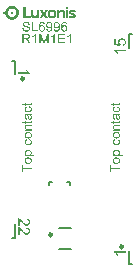
<source format=gto>
G04*
G04 #@! TF.GenerationSoftware,Altium Limited,Altium Designer,23.4.1 (23)*
G04*
G04 Layer_Color=65535*
%FSLAX44Y44*%
%MOMM*%
G71*
G04*
G04 #@! TF.SameCoordinates,119376F5-832C-499C-A5AA-40DF592A9E39*
G04*
G04*
G04 #@! TF.FilePolarity,Positive*
G04*
G01*
G75*
%ADD10C,0.2500*%
%ADD11C,0.2000*%
G36*
X78630Y244307D02*
X78640Y244297D01*
X78653Y244252D01*
X78659Y236791D01*
X78669Y236782D01*
X78695Y236775D01*
X82879Y236769D01*
X82902Y236747D01*
X82895Y235025D01*
X82879Y235009D01*
X82828Y234997D01*
X82802Y235003D01*
X81644D01*
X76685Y235009D01*
X76669Y235025D01*
X76663Y235051D01*
X76660Y244217D01*
X76666Y244268D01*
X76682Y244291D01*
X76698Y244307D01*
X76743Y244313D01*
X76817Y244310D01*
X78515Y244313D01*
X78535Y244307D01*
X78598Y244313D01*
X78630Y244307D01*
D02*
G37*
G36*
X113849D02*
X113945Y244300D01*
X113964Y244294D01*
X114006Y244284D01*
X114031Y244278D01*
X114108Y244265D01*
X114140Y244259D01*
X114172Y244246D01*
X114220Y244217D01*
X114265Y244204D01*
X114310Y244179D01*
X114322Y244166D01*
X114335Y244160D01*
X114393Y244128D01*
X114425Y244095D01*
X114438Y244089D01*
X114473Y244060D01*
X114581Y243952D01*
X114601Y243920D01*
X114617Y243897D01*
X114629Y243891D01*
X114677Y243804D01*
X114703Y243766D01*
X114719Y243699D01*
X114754Y243625D01*
X114767Y243574D01*
X114777Y243475D01*
X114783Y243398D01*
X114786Y243286D01*
X114780Y243267D01*
X114770Y243142D01*
X114764Y243091D01*
X114757Y243065D01*
X114745Y243033D01*
X114716Y242966D01*
X114710Y242941D01*
X114693Y242899D01*
X114658Y242851D01*
X114646Y242819D01*
X114639Y242806D01*
X114610Y242771D01*
X114594Y242755D01*
X114569Y242710D01*
X114469Y242611D01*
X114457Y242605D01*
X114422Y242576D01*
X114399Y242554D01*
X114342Y242521D01*
X114322Y242502D01*
X114290Y242489D01*
X114230Y242467D01*
X114220Y242458D01*
X114207Y242451D01*
X114201Y242445D01*
X114194D01*
X114162Y242432D01*
X114137Y242425D01*
X114082Y242416D01*
X114057Y242409D01*
X113983Y242387D01*
X113958Y242381D01*
X113875Y242374D01*
X113785Y242368D01*
X113766Y242374D01*
X113644Y242381D01*
X113625Y242387D01*
X113590Y242397D01*
X113535Y242413D01*
X113510Y242419D01*
X113420Y242438D01*
X113356Y242477D01*
X113295Y242499D01*
X113273Y242515D01*
X113260Y242528D01*
X113247Y242534D01*
X113190Y242566D01*
X113151Y242605D01*
X113139Y242611D01*
X113110Y242633D01*
X113103Y242646D01*
X113087Y242662D01*
X113075Y242669D01*
X113052Y242691D01*
X113046Y242704D01*
X112995Y242755D01*
X112963Y242813D01*
X112937Y242838D01*
X112915Y242899D01*
X112892Y242934D01*
X112867Y242992D01*
X112857Y243046D01*
X112838Y243097D01*
X112822Y243152D01*
X112809Y243241D01*
X112816Y243510D01*
X112822Y243529D01*
X112828Y243555D01*
X112841Y243587D01*
X112860Y243651D01*
X112867Y243676D01*
X112876Y243718D01*
X112902Y243756D01*
X112912Y243766D01*
X112934Y243827D01*
X112959Y243865D01*
X112982Y243888D01*
X113014Y243945D01*
X113052Y243984D01*
X113059Y243996D01*
X113087Y244025D01*
X113100Y244032D01*
X113116Y244048D01*
X113123Y244060D01*
X113132Y244070D01*
X113145Y244076D01*
X113203Y244121D01*
X113215Y244134D01*
X113286Y244172D01*
X113324Y244198D01*
X113404Y244227D01*
X113458Y244256D01*
X113510Y244268D01*
X113577Y244278D01*
X113628Y244291D01*
X113660Y244297D01*
X113699Y244303D01*
X113756Y244310D01*
X113830Y244313D01*
X113849Y244307D01*
D02*
G37*
G36*
X109466Y242234D02*
X109696Y242227D01*
X109715Y242221D01*
X109782Y242211D01*
X109815Y242205D01*
X109853Y242198D01*
X109885Y242192D01*
X109936Y242185D01*
X109994Y242179D01*
X110045Y242173D01*
X110077Y242166D01*
X110102Y242160D01*
X110214Y242125D01*
X110259Y242118D01*
X110301Y242109D01*
X110326Y242102D01*
X110406Y242067D01*
X110458Y242054D01*
X110493Y242045D01*
X110573Y242003D01*
X110624Y241990D01*
X110669Y241965D01*
X110701Y241946D01*
X110771Y241920D01*
X110806Y241891D01*
X110842Y241875D01*
X110883Y241859D01*
X110918Y241824D01*
X110950Y241811D01*
X110995Y241786D01*
X111021Y241760D01*
X111078Y241728D01*
X111110Y241696D01*
X111123Y241690D01*
X111158Y241661D01*
X111174Y241645D01*
X111187Y241639D01*
X111245Y241594D01*
X111277Y241562D01*
X111289Y241555D01*
X111360Y241485D01*
X111373Y241479D01*
X111405Y241440D01*
X111453Y241392D01*
X111459Y241379D01*
X111504Y241334D01*
X111510Y241322D01*
X111555Y241264D01*
X111574Y241245D01*
X111593Y241213D01*
X111625Y241181D01*
X111657Y241123D01*
X111670Y241111D01*
X111677Y241098D01*
X111689Y241085D01*
X111702Y241053D01*
X111721Y241021D01*
X111741Y241002D01*
X111747Y240989D01*
X111766Y240944D01*
X111785Y240912D01*
X111811Y240874D01*
X111833Y240813D01*
X111856Y240778D01*
X111881Y240720D01*
X111888Y240695D01*
X111904Y240653D01*
X111913Y240643D01*
X111920Y240631D01*
X111939Y240586D01*
X111955Y240519D01*
X111968Y240487D01*
X111996Y240420D01*
X112009Y240343D01*
X112016Y240317D01*
X112060Y240176D01*
X112067Y240112D01*
X112083Y240007D01*
X112096Y239943D01*
X112102Y239917D01*
X112108Y239879D01*
X112118Y239792D01*
X112124Y239728D01*
X112131Y239415D01*
X112124Y235019D01*
X112115Y235009D01*
X112083Y234997D01*
X112000Y235003D01*
X110198Y235000D01*
X110176Y235016D01*
X110166Y235025D01*
X110160Y235109D01*
X110154Y239293D01*
X110147Y239312D01*
X110141Y239364D01*
X110134Y239383D01*
X110115Y239447D01*
X110109Y239473D01*
X110099Y239533D01*
X110093Y239565D01*
X110077Y239607D01*
X110045Y239677D01*
X110038Y239703D01*
X110022Y239744D01*
X110007Y239767D01*
X109994Y239780D01*
X109978Y239821D01*
X109965Y239853D01*
X109949Y239869D01*
X109943Y239882D01*
X109930Y239895D01*
X109923Y239908D01*
X109898Y239952D01*
X109859Y239991D01*
X109840Y240023D01*
X109831Y240032D01*
X109818Y240039D01*
X109802Y240055D01*
X109795Y240068D01*
X109760Y240103D01*
X109747Y240109D01*
X109731Y240131D01*
X109715Y240148D01*
X109703Y240154D01*
X109667Y240183D01*
X109645Y240205D01*
X109587Y240237D01*
X109562Y240263D01*
X109530Y240275D01*
X109488Y240292D01*
X109466Y240314D01*
X109453Y240320D01*
X109421Y240333D01*
X109395Y240340D01*
X109354Y240355D01*
X109306Y240384D01*
X109264Y240394D01*
X109232Y240400D01*
X109194Y240407D01*
X109143Y240420D01*
X109111Y240432D01*
X109085Y240439D01*
X109053Y240445D01*
X108967Y240455D01*
X108883Y240461D01*
X108557Y240455D01*
X108538Y240448D01*
X108477Y240439D01*
X108384Y240410D01*
X108359Y240403D01*
X108304Y240394D01*
X108279Y240387D01*
X108247Y240375D01*
X108199Y240346D01*
X108157Y240336D01*
X108132Y240330D01*
X108097Y240308D01*
X108084Y240295D01*
X108039Y240275D01*
X107997Y240259D01*
X107969Y240231D01*
X107956Y240224D01*
X107898Y240192D01*
X107866Y240160D01*
X107853Y240154D01*
X107818Y240125D01*
X107789Y240096D01*
X107776Y240090D01*
X107697Y240010D01*
X107690Y239997D01*
X107645Y239952D01*
X107639Y239940D01*
X107610Y239904D01*
X107600Y239901D01*
X107594Y239888D01*
X107569Y239844D01*
X107540Y239808D01*
X107524Y239773D01*
X107511Y239741D01*
X107505Y239728D01*
X107485Y239709D01*
X107479Y239696D01*
X107466Y239664D01*
X107453Y239613D01*
X107409Y239517D01*
X107402Y239473D01*
X107396Y239447D01*
X107389Y239383D01*
X107383Y239364D01*
X107377Y239338D01*
X107370Y239293D01*
X107364Y239268D01*
X107357Y239146D01*
X107351Y235032D01*
X107335Y235009D01*
X107309Y235003D01*
X105396Y235009D01*
X105380Y235025D01*
X105374Y235089D01*
Y238858D01*
Y238865D01*
X105380Y242038D01*
X105396Y242054D01*
X105441Y242061D01*
X107226Y242054D01*
X107255Y242032D01*
X107261Y242006D01*
X107255Y241904D01*
X107261Y241469D01*
X107277Y241453D01*
X107316Y241459D01*
X107338Y241482D01*
X107345Y241495D01*
X107361Y241511D01*
X107373Y241517D01*
X107389Y241533D01*
X107396Y241546D01*
X107405Y241555D01*
X107418Y241562D01*
X107453Y241590D01*
X107482Y241619D01*
X107495Y241626D01*
X107530Y241654D01*
X107553Y241677D01*
X107610Y241709D01*
X107626Y241718D01*
X107629Y241728D01*
X107642Y241734D01*
X107700Y241766D01*
X107732Y241798D01*
X107764Y241811D01*
X107821Y241843D01*
X107840Y241862D01*
X107901Y241885D01*
X107936Y241907D01*
X107969Y241926D01*
X107994Y241933D01*
X108036Y241949D01*
X108045Y241958D01*
X108058Y241965D01*
X108090Y241984D01*
X108116Y241990D01*
X108160Y242003D01*
X108256Y242048D01*
X108308Y242061D01*
X108343Y242070D01*
X108375Y242083D01*
X108429Y242106D01*
X108455Y242112D01*
X108500Y242118D01*
X108525Y242125D01*
X108567Y242134D01*
X108659Y242163D01*
X108685Y242169D01*
X108730Y242176D01*
X108794Y242182D01*
X108899Y242198D01*
X108938Y242205D01*
X108970Y242211D01*
X109008Y242218D01*
X109059Y242224D01*
X109136Y242230D01*
X109405Y242237D01*
X109447Y242240D01*
X109466Y242234D01*
D02*
G37*
G36*
X67382Y245420D02*
X67638Y245414D01*
X67657Y245407D01*
X67756Y245398D01*
X67794Y245391D01*
X67926Y245375D01*
X67970Y245369D01*
X68121Y245359D01*
X68159Y245353D01*
X68185Y245347D01*
X68220Y245337D01*
X68246Y245331D01*
X68290Y245318D01*
X68335Y245311D01*
X68399Y245305D01*
X68492Y245289D01*
X68524Y245276D01*
X68597Y245254D01*
X68642Y245247D01*
X68668Y245241D01*
X68732Y245235D01*
X68815Y245196D01*
X68841Y245190D01*
X68885Y245183D01*
X68911Y245177D01*
X68959Y245167D01*
X69013Y245138D01*
X69058Y245126D01*
X69084Y245119D01*
X69132Y245110D01*
X69237Y245062D01*
X69292Y245052D01*
X69324Y245039D01*
X69333Y245030D01*
X69346Y245023D01*
X69404Y244998D01*
X69452Y244988D01*
X69484Y244975D01*
X69493Y244966D01*
X69506Y244959D01*
X69564Y244934D01*
X69605Y244924D01*
X69628Y244908D01*
X69640Y244895D01*
X69685Y244876D01*
X69727Y244867D01*
X69749Y244857D01*
X69784Y244828D01*
X69826Y244812D01*
X69861Y244803D01*
X69871Y244793D01*
X69883Y244787D01*
X69903Y244767D01*
X69935Y244755D01*
X69960Y244748D01*
X70005Y244723D01*
X70024Y244703D01*
X70056Y244691D01*
X70098Y244675D01*
X70127Y244646D01*
X70139Y244639D01*
X70203Y244614D01*
X70223Y244595D01*
X70235Y244588D01*
X70248Y244575D01*
X70290Y244559D01*
X70312Y244543D01*
X70331Y244524D01*
X70344Y244518D01*
X70415Y244479D01*
X70440Y244454D01*
X70511Y244415D01*
X70530Y244396D01*
X70543Y244390D01*
X70587Y244364D01*
X70626Y244326D01*
X70671Y244300D01*
X70696Y244275D01*
X70754Y244243D01*
X70792Y244204D01*
X70837Y244179D01*
X70847Y244169D01*
X70853Y244156D01*
X70891Y244131D01*
X70914Y244115D01*
X70952Y244076D01*
X70965Y244070D01*
X71000Y244041D01*
X71029Y244012D01*
X71042Y244006D01*
X71077Y243977D01*
X71106Y243948D01*
X71118Y243942D01*
X71170Y243891D01*
X71182Y243884D01*
X71240Y243827D01*
X71253Y243820D01*
X71269Y243804D01*
X71275Y243792D01*
X71298Y243769D01*
X71310Y243763D01*
X71339Y243734D01*
X71346Y243721D01*
X71355Y243712D01*
X71368Y243705D01*
X71397Y243676D01*
X71403Y243664D01*
X71426Y243641D01*
X71438Y243635D01*
X71454Y243619D01*
X71461Y243606D01*
X71525Y243542D01*
X71531Y243529D01*
X71541Y243520D01*
X71554Y243513D01*
X71570Y243497D01*
X71576Y243484D01*
X71605Y243449D01*
X71634Y243421D01*
X71640Y243408D01*
X71653Y243395D01*
X71659Y243382D01*
X71698Y243344D01*
X71704Y243331D01*
X71717Y243318D01*
X71723Y243305D01*
X71761Y243267D01*
X71768Y243254D01*
X71797Y243219D01*
X71819Y243197D01*
X71825Y243184D01*
X71854Y243148D01*
X71877Y243126D01*
X71883Y243113D01*
X71915Y243069D01*
X71934Y243049D01*
X71966Y242992D01*
X71998Y242960D01*
X72030Y242902D01*
X72062Y242870D01*
X72075Y242838D01*
X72081Y242825D01*
X72110Y242790D01*
X72126Y242774D01*
X72142Y242733D01*
X72152Y242723D01*
X72158Y242710D01*
X72178Y242691D01*
X72184Y242678D01*
X72216Y242621D01*
X72245Y242585D01*
X72264Y242534D01*
X72286Y242505D01*
X72293Y242493D01*
X72305Y242480D01*
X72318Y242448D01*
X72344Y242403D01*
X72369Y242365D01*
X72392Y242304D01*
X72408Y242281D01*
X72421Y242269D01*
X72433Y242237D01*
X72456Y242176D01*
X72478Y242153D01*
X72497Y242109D01*
X72504Y242083D01*
X72536Y242026D01*
X72561Y241968D01*
X72571Y241933D01*
X72581Y241910D01*
X72613Y241866D01*
X72625Y241814D01*
X72635Y241779D01*
X72677Y241699D01*
X72696Y241623D01*
X72721Y241578D01*
X72741Y241533D01*
X72750Y241479D01*
X72757Y241446D01*
X72776Y241408D01*
X72798Y241367D01*
X72804Y241341D01*
X72817Y241258D01*
X72830Y241226D01*
X72856Y241168D01*
X72862Y241143D01*
X72868Y241098D01*
X72884Y241024D01*
X72910Y240954D01*
X72920Y240919D01*
X72926Y240874D01*
X72933Y240848D01*
X72942Y240775D01*
X72955Y240723D01*
X72965Y240688D01*
X72984Y240611D01*
X72997Y240483D01*
X73006Y240403D01*
X73019Y240327D01*
X73025Y240295D01*
X73032Y240269D01*
X73038Y240237D01*
X73048Y240151D01*
X73054Y240010D01*
X73060Y239754D01*
X73067Y239536D01*
X73060Y239319D01*
X73051Y239034D01*
X73045Y238951D01*
X73032Y238868D01*
X73025Y238842D01*
X73012Y238778D01*
X73003Y238692D01*
X72997Y238666D01*
X72987Y238548D01*
X72980Y238510D01*
X72968Y238458D01*
X72952Y238404D01*
X72939Y238353D01*
X72933Y238289D01*
X72926Y238244D01*
X72920Y238218D01*
X72897Y238158D01*
X72881Y238103D01*
X72868Y238026D01*
X72859Y237985D01*
X72840Y237934D01*
X72824Y237898D01*
X72811Y237847D01*
X72801Y237786D01*
X72789Y237754D01*
X72760Y237707D01*
X72750Y237665D01*
X72744Y237626D01*
X72737Y237595D01*
X72724Y237563D01*
X72715Y237553D01*
X72709Y237540D01*
X72689Y237495D01*
X72673Y237428D01*
X72641Y237377D01*
X72632Y237348D01*
X72613Y237271D01*
X72584Y237236D01*
X72568Y237201D01*
X72558Y237159D01*
X72545Y237127D01*
X72536Y237118D01*
X72529Y237105D01*
X72517Y237092D01*
X72504Y237047D01*
X72488Y237006D01*
X72472Y236983D01*
X72446Y236945D01*
X72437Y236910D01*
X72424Y236878D01*
X72414Y236868D01*
X72408Y236855D01*
X72395Y236843D01*
X72382Y236811D01*
X72366Y236769D01*
X72350Y236747D01*
X72337Y236734D01*
X72331Y236721D01*
X72312Y236676D01*
X72293Y236644D01*
X72273Y236625D01*
X72267Y236612D01*
X72254Y236580D01*
X72229Y236535D01*
X72209Y236516D01*
X72203Y236504D01*
X72165Y236433D01*
X72145Y236414D01*
X72107Y236343D01*
X72081Y236318D01*
Y236311D01*
X72078Y236308D01*
X72049Y236254D01*
X72024Y236228D01*
X72017Y236216D01*
X71976Y236155D01*
X71966Y236152D01*
X71960Y236139D01*
X71934Y236094D01*
X71909Y236068D01*
X71902Y236056D01*
X71890Y236043D01*
X71864Y235998D01*
X71825Y235960D01*
X71806Y235928D01*
X71768Y235889D01*
X71749Y235857D01*
X71710Y235819D01*
X71704Y235806D01*
X71675Y235771D01*
X71646Y235742D01*
X71640Y235729D01*
X71627Y235716D01*
X71621Y235704D01*
X71582Y235665D01*
X71576Y235653D01*
X71512Y235588D01*
X71506Y235576D01*
X71483Y235553D01*
X71470Y235547D01*
X71461Y235537D01*
X71454Y235525D01*
X71390Y235460D01*
X71384Y235448D01*
X71368Y235432D01*
X71355Y235425D01*
X71333Y235403D01*
X71326Y235390D01*
X71317Y235380D01*
X71304Y235374D01*
X71234Y235304D01*
X71221Y235297D01*
X71211Y235288D01*
X71205Y235275D01*
X71182Y235253D01*
X71170Y235246D01*
X71118Y235195D01*
X71106Y235189D01*
X71093Y235176D01*
X71080Y235169D01*
X71042Y235131D01*
X71029Y235125D01*
X71016Y235112D01*
X71003Y235105D01*
X70965Y235067D01*
X70952Y235061D01*
X70917Y235032D01*
X70888Y235003D01*
X70856Y234984D01*
X70818Y234945D01*
X70786Y234926D01*
X70754Y234894D01*
X70741Y234888D01*
X70696Y234862D01*
X70664Y234830D01*
X70651Y234824D01*
X70607Y234798D01*
X70597Y234789D01*
X70594Y234779D01*
X70581Y234773D01*
X70568Y234760D01*
X70523Y234734D01*
X70504Y234715D01*
X70491Y234709D01*
X70421Y234670D01*
X70395Y234645D01*
X70325Y234606D01*
X70306Y234587D01*
X70261Y234568D01*
X70248Y234562D01*
X70213Y234533D01*
X70203Y234523D01*
X70178Y234517D01*
X70120Y234485D01*
X70101Y234466D01*
X70037Y234440D01*
X70024Y234433D01*
X70012Y234421D01*
X69999Y234414D01*
X69986Y234401D01*
X69906Y234373D01*
X69890Y234357D01*
X69877Y234350D01*
X69864Y234338D01*
X69839Y234331D01*
X69797Y234315D01*
X69762Y234293D01*
X69749Y234280D01*
X69704Y234267D01*
X69679Y234261D01*
X69634Y234235D01*
X69621Y234222D01*
X69589Y234210D01*
X69548Y234200D01*
X69516Y234187D01*
X69493Y234171D01*
X69436Y234146D01*
X69388Y234136D01*
X69356Y234123D01*
X69333Y234107D01*
X69289Y234088D01*
X69263Y234082D01*
X69221Y234072D01*
X69189Y234059D01*
X69109Y234024D01*
X69064Y234018D01*
X69039Y234011D01*
X68956Y233973D01*
X68905Y233960D01*
X68844Y233950D01*
X68818Y233944D01*
X68748Y233912D01*
X68722Y233906D01*
X68690Y233899D01*
X68639Y233893D01*
X68578Y233883D01*
X68546Y233870D01*
X68505Y233854D01*
X68453Y233842D01*
X68338Y233829D01*
X68268Y233816D01*
X68242Y233810D01*
X68207Y233800D01*
X68130Y233781D01*
X68028Y233775D01*
X67916Y233765D01*
X67865Y233759D01*
X67826Y233752D01*
X67740Y233743D01*
X67714Y233736D01*
X67538Y233720D01*
X66921Y233717D01*
X66902Y233723D01*
X66771Y233733D01*
X66713Y233739D01*
X66630Y233752D01*
X66591Y233759D01*
X66534Y233765D01*
X66457Y233771D01*
X66310Y233784D01*
X66278Y233790D01*
X66201Y233810D01*
X66166Y233819D01*
X66121Y233826D01*
X66095Y233832D01*
X66003Y233842D01*
X65971Y233848D01*
X65945Y233854D01*
X65894Y233874D01*
X65840Y233890D01*
X65776Y233896D01*
X65750Y233902D01*
X65708Y233912D01*
X65676Y233925D01*
X65622Y233947D01*
X65577Y233954D01*
X65552Y233960D01*
X65504Y233970D01*
X65430Y234005D01*
X65379Y234018D01*
X65312Y234034D01*
X65257Y234062D01*
X65212Y234075D01*
X65187Y234082D01*
X65152Y234091D01*
X65129Y234101D01*
X65091Y234126D01*
X65046Y234139D01*
X65020Y234146D01*
X64979Y234162D01*
X64941Y234187D01*
X64912Y234197D01*
X64867Y234210D01*
X64835Y234222D01*
X64790Y234254D01*
X64739Y234267D01*
X64694Y234293D01*
X64656Y234318D01*
X64630Y234325D01*
X64589Y234341D01*
X64566Y234357D01*
X64553Y234370D01*
X64521Y234382D01*
X64470Y234401D01*
X64435Y234430D01*
X64400Y234446D01*
X64358Y234462D01*
X64336Y234478D01*
X64317Y234498D01*
X64285Y234510D01*
X64227Y234542D01*
X64208Y234562D01*
X64176Y234574D01*
X64144Y234594D01*
X64131Y234606D01*
X64118Y234613D01*
X64106Y234625D01*
X64080Y234632D01*
X64035Y234664D01*
X64016Y234683D01*
X63958Y234715D01*
X63923Y234744D01*
X63869Y234773D01*
X63830Y234811D01*
X63786Y234837D01*
X63760Y234862D01*
X63747Y234869D01*
X63702Y234894D01*
X63680Y234910D01*
X63674Y234923D01*
X63635Y234949D01*
X63613Y234965D01*
X63574Y235003D01*
X63542Y235022D01*
X63510Y235054D01*
X63498Y235061D01*
X63485Y235073D01*
X63472Y235080D01*
X63434Y235118D01*
X63421Y235125D01*
X63408Y235137D01*
X63395Y235144D01*
X63351Y235189D01*
X63338Y235195D01*
X63315Y235211D01*
X63309Y235224D01*
X63286Y235246D01*
X63274Y235253D01*
X63210Y235317D01*
X63197Y235323D01*
X63181Y235339D01*
X63175Y235352D01*
X63158Y235368D01*
X63146Y235374D01*
X63110Y235409D01*
X63104Y235422D01*
X63082Y235438D01*
X63053Y235467D01*
X63046Y235480D01*
X63037Y235489D01*
X63024Y235496D01*
X62995Y235525D01*
X62989Y235537D01*
X62960Y235566D01*
X62951Y235569D01*
X62944Y235582D01*
X62931Y235595D01*
X62925Y235608D01*
X62909Y235624D01*
X62896Y235630D01*
X62887Y235640D01*
X62880Y235653D01*
X62867Y235665D01*
X62861Y235678D01*
X62816Y235723D01*
X62810Y235736D01*
X62771Y235774D01*
X62765Y235787D01*
X62752Y235800D01*
X62746Y235812D01*
X62717Y235848D01*
X62688Y235876D01*
X62682Y235889D01*
X62653Y235924D01*
X62640Y235931D01*
X62608Y235982D01*
X62573Y236017D01*
X62547Y236062D01*
X62519Y236097D01*
X62509Y236107D01*
X62483Y236152D01*
X62451Y236184D01*
X62420Y236241D01*
X62394Y236267D01*
X62355Y236337D01*
X62330Y236363D01*
X62291Y236433D01*
X62272Y236452D01*
X62253Y236497D01*
X62247Y236510D01*
X62231Y236532D01*
X62218Y236539D01*
X62189Y236606D01*
X62183Y236619D01*
X62157Y236644D01*
X62151Y236657D01*
X62132Y236702D01*
X62106Y236747D01*
X62087Y236766D01*
X62074Y236798D01*
X62064Y236833D01*
X62055Y236843D01*
X62048Y236855D01*
X62035Y236868D01*
X62029Y236881D01*
X62010Y236926D01*
X62003Y236951D01*
X61959Y237015D01*
X61946Y237067D01*
X61920Y237111D01*
X61895Y237150D01*
X61885Y237198D01*
X61872Y237230D01*
X61863Y237239D01*
X61856Y237252D01*
X61844Y237265D01*
X61831Y237310D01*
X61821Y237351D01*
X61808Y237383D01*
X61792Y237399D01*
X61780Y237431D01*
X61767Y237476D01*
X61757Y237518D01*
X61716Y237598D01*
X61706Y237639D01*
X61700Y237678D01*
X61687Y237710D01*
X61652Y237790D01*
X61645Y237834D01*
X61639Y237860D01*
X61629Y237895D01*
X61616Y237927D01*
X61600Y237962D01*
X61588Y238007D01*
X61581Y238071D01*
X61575Y238097D01*
X61565Y238132D01*
X61552Y238164D01*
X61536Y238206D01*
X61530Y238231D01*
X61524Y238276D01*
X61514Y238356D01*
X61508Y238388D01*
X61495Y238420D01*
X61482Y238433D01*
X61450Y238445D01*
X61405Y238452D01*
X59764Y238449D01*
X59745Y238468D01*
X59738Y238513D01*
X59745Y238532D01*
X59742Y240653D01*
X59748Y240679D01*
X59780Y240691D01*
X59860Y240688D01*
X61380Y240691D01*
X61399Y240685D01*
X61424Y240691D01*
X61463Y240698D01*
X61498Y240727D01*
X61511Y240759D01*
X61517Y240823D01*
X61524Y240867D01*
X61533Y240928D01*
X61546Y240960D01*
X61568Y241015D01*
X61581Y241091D01*
X61591Y241146D01*
X61597Y241171D01*
X61632Y241251D01*
X61639Y241277D01*
X61645Y241322D01*
X61652Y241347D01*
X61661Y241383D01*
X61671Y241392D01*
X61696Y241450D01*
X61712Y241523D01*
X61719Y241549D01*
X61760Y241629D01*
X61776Y241702D01*
X61824Y241795D01*
X61840Y241862D01*
X61863Y241898D01*
X61888Y241955D01*
X61898Y241990D01*
X61920Y242026D01*
X61946Y242064D01*
X61956Y242112D01*
X61988Y242163D01*
X62003Y242192D01*
X62026Y242253D01*
X62042Y242275D01*
X62055Y242288D01*
X62074Y242333D01*
X62080Y242358D01*
X62132Y242435D01*
X62147Y242477D01*
X62164Y242499D01*
X62183Y242518D01*
X62196Y242550D01*
X62211Y242592D01*
X62247Y242627D01*
X62266Y242672D01*
X62272Y242685D01*
X62285Y242697D01*
X62291Y242710D01*
X62311Y242729D01*
X62327Y242771D01*
X62359Y242809D01*
X62375Y242825D01*
X62391Y242867D01*
X62407Y242883D01*
X62413Y242896D01*
X62432Y242915D01*
X62458Y242960D01*
X62467Y242976D01*
X62480Y242982D01*
X62525Y243053D01*
X62554Y243081D01*
X62560Y243094D01*
X62586Y243139D01*
X62608Y243155D01*
X62643Y243209D01*
X62688Y243254D01*
X62707Y243286D01*
X62746Y243325D01*
X62752Y243337D01*
X62781Y243372D01*
X62810Y243401D01*
X62816Y243414D01*
X62845Y243449D01*
X62880Y243484D01*
X62887Y243497D01*
X62938Y243548D01*
X62944Y243561D01*
X62966Y243584D01*
X62979Y243590D01*
X62989Y243600D01*
X62995Y243612D01*
X63008Y243625D01*
X63011Y243635D01*
X63024Y243641D01*
X63066Y243683D01*
X63072Y243696D01*
X63110Y243728D01*
X63123Y243740D01*
X63130Y243753D01*
X63139Y243763D01*
X63152Y243769D01*
X63216Y243833D01*
X63229Y243840D01*
X63245Y243856D01*
X63251Y243868D01*
X63267Y243884D01*
X63280Y243891D01*
X63331Y243942D01*
X63344Y243948D01*
X63357Y243961D01*
X63370Y243968D01*
X63408Y244006D01*
X63421Y244012D01*
X63434Y244025D01*
X63446Y244032D01*
X63491Y244076D01*
X63523Y244095D01*
X63562Y244134D01*
X63574Y244140D01*
X63610Y244169D01*
X63632Y244191D01*
X63645Y244198D01*
X63680Y244227D01*
X63702Y244249D01*
X63760Y244281D01*
X63792Y244313D01*
X63846Y244342D01*
X63853Y244355D01*
X63869Y244371D01*
X63939Y244409D01*
X63958Y244428D01*
X63971Y244435D01*
X64029Y244467D01*
X64038Y244476D01*
X64042Y244486D01*
X64054Y244492D01*
X64125Y244531D01*
X64144Y244550D01*
X64157Y244556D01*
X64227Y244595D01*
X64246Y244614D01*
X64310Y244639D01*
X64345Y244668D01*
X64355Y244678D01*
X64425Y244703D01*
X64461Y244732D01*
X64496Y244748D01*
X64537Y244764D01*
X64560Y244780D01*
X64598Y244806D01*
X64640Y244815D01*
X64691Y244847D01*
X64701Y244857D01*
X64733Y244870D01*
X64774Y244879D01*
X64825Y244911D01*
X64861Y244927D01*
X64886Y244934D01*
X64947Y244956D01*
X64963Y244972D01*
X65008Y244991D01*
X65075Y245007D01*
X65097Y245017D01*
X65136Y245042D01*
X65168Y245055D01*
X65222Y245065D01*
X65248Y245071D01*
X65315Y245107D01*
X65360Y245119D01*
X65408Y245129D01*
X65433Y245135D01*
X65507Y245170D01*
X65532Y245177D01*
X65600Y245187D01*
X65625Y245193D01*
X65657Y245206D01*
X65712Y245228D01*
X65737Y245235D01*
X65827Y245247D01*
X65868Y245257D01*
X65900Y245270D01*
X65974Y245292D01*
X66019Y245299D01*
X66044Y245305D01*
X66134Y245311D01*
X66153Y245318D01*
X66195Y245327D01*
X66220Y245334D01*
X66255Y245343D01*
X66281Y245350D01*
X66326Y245356D01*
X66351Y245362D01*
X66508Y245372D01*
X66572Y245378D01*
X66655Y245391D01*
X66687Y245398D01*
X66739Y245404D01*
X66809Y245410D01*
X66892Y245417D01*
X67059Y245423D01*
X67362Y245427D01*
X67382Y245420D01*
D02*
G37*
G36*
X118290Y242221D02*
X118546Y242214D01*
X118565Y242208D01*
X118706Y242195D01*
X118750Y242189D01*
X118869Y242179D01*
X118939Y242173D01*
X119016Y242160D01*
X119051Y242150D01*
X119096Y242138D01*
X119147Y242125D01*
X119265Y242109D01*
X119291Y242102D01*
X119323Y242090D01*
X119365Y242073D01*
X119409Y242061D01*
X119470Y242051D01*
X119496Y242045D01*
X119563Y242010D01*
X119614Y241997D01*
X119656Y241987D01*
X119688Y241974D01*
X119704Y241958D01*
X119748Y241939D01*
X119774Y241933D01*
X119809Y241923D01*
X119848Y241898D01*
X119857Y241888D01*
X119889Y241875D01*
X119915Y241869D01*
X119960Y241843D01*
X119972Y241830D01*
X119985Y241824D01*
X120017Y241811D01*
X120062Y241786D01*
X120081Y241766D01*
X120164Y241722D01*
X120190Y241696D01*
X120235Y241670D01*
X120267Y241639D01*
X120324Y241607D01*
X120363Y241568D01*
X120375Y241562D01*
X120411Y241533D01*
X120452Y241491D01*
X120465Y241485D01*
X120497Y241446D01*
X120510Y241434D01*
X120523Y241427D01*
X120532Y241418D01*
X120539Y241405D01*
X120552Y241392D01*
X120558Y241379D01*
X120568Y241370D01*
X120580Y241363D01*
X120590Y241354D01*
X120596Y241341D01*
X120628Y241296D01*
X120647Y241277D01*
X120654Y241264D01*
X120667Y241251D01*
X120692Y241206D01*
X120724Y241175D01*
X120737Y241143D01*
X120743Y241130D01*
X120763Y241111D01*
X120769Y241098D01*
X120782Y241085D01*
X120804Y241024D01*
X120814Y241015D01*
X120820Y241002D01*
X120839Y240983D01*
X120852Y240938D01*
X120868Y240896D01*
X120884Y240874D01*
X120910Y240816D01*
X120926Y240749D01*
X120948Y240707D01*
X120955Y240688D01*
X120939Y240659D01*
X120926Y240653D01*
X120894Y240640D01*
X120859Y240631D01*
X120779Y240589D01*
X120711Y240573D01*
X120680Y240560D01*
X120670Y240551D01*
X120625Y240532D01*
X120574Y240519D01*
X120539Y240509D01*
X120500Y240483D01*
X120459Y240467D01*
X120417Y240458D01*
X120392Y240452D01*
X120359Y240439D01*
X120350Y240429D01*
X120337Y240423D01*
X120292Y240403D01*
X120225Y240387D01*
X120145Y240346D01*
X120104Y240336D01*
X120078Y240330D01*
X120046Y240317D01*
X119998Y240288D01*
X119947Y240275D01*
X119912Y240266D01*
X119880Y240253D01*
X119870Y240243D01*
X119825Y240224D01*
X119774Y240212D01*
X119739Y240202D01*
X119700Y240176D01*
X119665Y240160D01*
X119598Y240144D01*
X119566Y240131D01*
X119512Y240103D01*
X119435Y240084D01*
X119377Y240052D01*
X119345Y240039D01*
X119304Y240036D01*
X119272Y240048D01*
X119253Y240093D01*
X119246Y240131D01*
X119214Y240176D01*
X119189Y240234D01*
X119169Y240266D01*
X119144Y240292D01*
X119118Y240336D01*
X119089Y240371D01*
X119073Y240387D01*
X119067Y240400D01*
X119048Y240420D01*
X119041Y240432D01*
X119032Y240442D01*
X119019Y240448D01*
X118961Y240506D01*
X118949Y240512D01*
X118891Y240557D01*
X118878Y240570D01*
X118795Y240615D01*
X118782Y240627D01*
X118750Y240640D01*
X118709Y240650D01*
X118661Y240672D01*
X118603Y240698D01*
X118497Y240714D01*
X118459Y240720D01*
X118427Y240727D01*
X118389Y240733D01*
X118357Y240739D01*
X118299Y240746D01*
X118181Y240749D01*
X118162Y240743D01*
X118040Y240736D01*
X118021Y240730D01*
X117966Y240720D01*
X117813Y240695D01*
X117781Y240682D01*
X117739Y240659D01*
X117707Y240647D01*
X117672Y240637D01*
X117634Y240605D01*
X117586Y240576D01*
X117573Y240570D01*
X117531Y240528D01*
X117525Y240515D01*
X117493Y240490D01*
X117486Y240477D01*
X117448Y240407D01*
X117423Y240368D01*
X117410Y240317D01*
X117400Y240224D01*
X117397Y240144D01*
X117403Y240125D01*
X117413Y240032D01*
X117419Y240007D01*
X117442Y239972D01*
X117467Y239933D01*
X117493Y239888D01*
X117592Y239789D01*
X117605Y239783D01*
X117662Y239738D01*
X117733Y239700D01*
X117752Y239680D01*
X117797Y239661D01*
X117832Y239652D01*
X117867Y239629D01*
X117925Y239604D01*
X117960Y239594D01*
X117992Y239581D01*
X118072Y239546D01*
X118098Y239540D01*
X118165Y239524D01*
X118238Y239489D01*
X118315Y239476D01*
X118341Y239469D01*
X118382Y239453D01*
X118414Y239440D01*
X118456Y239424D01*
X118501Y239418D01*
X118574Y239402D01*
X118610Y239386D01*
X118642Y239373D01*
X118693Y239361D01*
X118737Y239354D01*
X118763Y239348D01*
X118798Y239338D01*
X118830Y239325D01*
X118872Y239309D01*
X118923Y239296D01*
X118977Y239287D01*
X119003Y239280D01*
X119067Y239255D01*
X119096Y239245D01*
X119147Y239233D01*
X119201Y239223D01*
X119253Y239204D01*
X119288Y239188D01*
X119333Y239175D01*
X119358Y239169D01*
X119396Y239162D01*
X119480Y239124D01*
X119524Y239111D01*
X119566Y239101D01*
X119598Y239088D01*
X119646Y239060D01*
X119681Y239050D01*
X119713Y239044D01*
X119755Y239028D01*
X119793Y239002D01*
X119825Y238989D01*
X119867Y238980D01*
X119918Y238948D01*
X119953Y238932D01*
X119979Y238925D01*
X120036Y238893D01*
X120049Y238881D01*
X120081Y238868D01*
X120123Y238852D01*
X120190Y238804D01*
X120216Y238797D01*
X120260Y238765D01*
X120273Y238753D01*
X120344Y238714D01*
X120369Y238689D01*
X120414Y238663D01*
X120446Y238631D01*
X120459Y238625D01*
X120516Y238580D01*
X120535Y238561D01*
X120548Y238554D01*
X120583Y238526D01*
X120625Y238484D01*
X120638Y238477D01*
X120660Y238455D01*
X120667Y238442D01*
X120718Y238391D01*
X120724Y238378D01*
X120737Y238365D01*
X120743Y238353D01*
X120782Y238314D01*
X120788Y238302D01*
X120820Y238257D01*
X120846Y238231D01*
X120878Y238174D01*
X120897Y238154D01*
X120916Y238110D01*
X120942Y238065D01*
X120955Y238052D01*
X120961Y238039D01*
X120974Y238007D01*
X120996Y237946D01*
X121006Y237937D01*
X121012Y237924D01*
X121031Y237879D01*
X121038Y237854D01*
X121047Y237812D01*
X121067Y237774D01*
X121083Y237732D01*
X121095Y237681D01*
X121105Y237614D01*
X121111Y237582D01*
X121118Y237556D01*
X121124Y237524D01*
X121131Y237498D01*
X121137Y237460D01*
X121143Y237435D01*
X121153Y237348D01*
X121159Y237035D01*
X121150Y236846D01*
X121143Y236795D01*
X121131Y236731D01*
X121121Y236695D01*
X121108Y236644D01*
X121102Y236600D01*
X121095Y236574D01*
X121089Y236516D01*
X121083Y236497D01*
X121051Y236427D01*
X121038Y236382D01*
X121028Y236334D01*
X121009Y236296D01*
X120987Y236254D01*
X120974Y236209D01*
X120958Y236168D01*
X120942Y236152D01*
X120935Y236139D01*
X120910Y236081D01*
X120887Y236040D01*
X120878Y236036D01*
X120871Y236024D01*
X120859Y236011D01*
X120852Y235985D01*
X120788Y235896D01*
X120769Y235864D01*
X120737Y235832D01*
X120708Y235784D01*
X120695Y235777D01*
X120686Y235768D01*
X120680Y235755D01*
X120667Y235742D01*
X120660Y235729D01*
X120609Y235678D01*
X120603Y235665D01*
X120535Y235598D01*
X120523Y235592D01*
X120471Y235541D01*
X120459Y235534D01*
X120414Y235489D01*
X120382Y235470D01*
X120344Y235432D01*
X120299Y235406D01*
X120267Y235374D01*
X120196Y235336D01*
X120177Y235317D01*
X120094Y235272D01*
X120081Y235259D01*
X120068Y235253D01*
X120036Y235240D01*
X119995Y235224D01*
X119972Y235201D01*
X119960Y235195D01*
X119928Y235182D01*
X119867Y235160D01*
X119857Y235150D01*
X119844Y235144D01*
X119812Y235125D01*
X119787Y235118D01*
X119752Y235109D01*
X119720Y235096D01*
X119672Y235067D01*
X119630Y235057D01*
X119598Y235051D01*
X119572Y235045D01*
X119499Y235009D01*
X119448Y234997D01*
X119387Y234987D01*
X119317Y234961D01*
X119262Y234945D01*
X119237Y234939D01*
X119163Y234929D01*
X119086Y234917D01*
X119054Y234910D01*
X118977Y234891D01*
X118945Y234885D01*
X118859Y234875D01*
X118795Y234869D01*
X118658Y234859D01*
X118594Y234853D01*
X118555Y234846D01*
X118472Y234840D01*
X118338Y234833D01*
X118034Y234830D01*
X118014Y234837D01*
X117848Y234843D01*
X117829Y234849D01*
X117717Y234859D01*
X117627Y234865D01*
X117474Y234878D01*
X117423Y234885D01*
X117359Y234897D01*
X117304Y234913D01*
X117279Y234920D01*
X117234Y234926D01*
X117208Y234933D01*
X117131Y234939D01*
X117112Y234945D01*
X117077Y234955D01*
X117023Y234977D01*
X116971Y234990D01*
X116927Y234997D01*
X116885Y235006D01*
X116853Y235019D01*
X116786Y235048D01*
X116760Y235054D01*
X116719Y235064D01*
X116687Y235077D01*
X116613Y235112D01*
X116572Y235121D01*
X116539Y235134D01*
X116530Y235144D01*
X116517Y235150D01*
X116485Y235169D01*
X116434Y235182D01*
X116389Y235208D01*
X116376Y235221D01*
X116363Y235227D01*
X116332Y235240D01*
X116290Y235256D01*
X116268Y235278D01*
X116255Y235285D01*
X116210Y235304D01*
X116178Y235323D01*
X116159Y235342D01*
X116146Y235348D01*
X116076Y235387D01*
X116050Y235413D01*
X116037Y235419D01*
X115992Y235451D01*
X115967Y235476D01*
X115922Y235502D01*
X115890Y235534D01*
X115877Y235541D01*
X115823Y235582D01*
X115816Y235595D01*
X115788Y235617D01*
X115775Y235624D01*
X115759Y235640D01*
X115752Y235653D01*
X115737Y235669D01*
X115724Y235675D01*
X115688Y235710D01*
X115682Y235723D01*
X115673Y235732D01*
X115660Y235739D01*
X115637Y235761D01*
X115631Y235774D01*
X115580Y235825D01*
X115573Y235838D01*
X115545Y235880D01*
X115535Y235883D01*
X115528Y235896D01*
X115509Y235915D01*
X115484Y235960D01*
X115452Y235992D01*
X115426Y236036D01*
X115401Y236062D01*
X115394Y236075D01*
X115356Y236145D01*
X115337Y236164D01*
X115324Y236196D01*
X115292Y236254D01*
X115279Y236267D01*
X115266Y236299D01*
Y236305D01*
X115260Y236324D01*
X115228Y236382D01*
X115215Y236395D01*
X115196Y236459D01*
X115145Y236567D01*
X115129Y236635D01*
X115119Y236663D01*
X115125Y236695D01*
X115135Y236705D01*
X115167Y236718D01*
X115202Y236727D01*
X115263Y236763D01*
X115340Y236782D01*
X115381Y236798D01*
X115391Y236807D01*
X115404Y236814D01*
X115449Y236833D01*
X115516Y236849D01*
X115596Y236891D01*
X115637Y236900D01*
X115663Y236907D01*
X115695Y236919D01*
X115743Y236948D01*
X115794Y236961D01*
X115829Y236971D01*
X115861Y236983D01*
X115871Y236993D01*
X115916Y237012D01*
X115967Y237025D01*
X116002Y237035D01*
X116040Y237060D01*
X116082Y237076D01*
X116124Y237086D01*
X116149Y237092D01*
X116204Y237121D01*
X116248Y237140D01*
X116316Y237156D01*
X116396Y237198D01*
X116437Y237207D01*
X116463Y237214D01*
X116495Y237227D01*
X116543Y237255D01*
X116594Y237268D01*
X116629Y237278D01*
X116735Y237326D01*
X116779Y237319D01*
X116796Y237303D01*
X116805Y237249D01*
X116812Y237223D01*
X116837Y237185D01*
X116853Y237150D01*
X116860Y237124D01*
X116872Y237092D01*
X116901Y237057D01*
X116917Y237022D01*
X116949Y236964D01*
X116975Y236939D01*
X117000Y236894D01*
X117039Y236855D01*
X117045Y236843D01*
X117058Y236830D01*
X117064Y236817D01*
X117163Y236718D01*
X117176Y236712D01*
X117189Y236699D01*
X117202Y236692D01*
X117234Y236660D01*
X117247Y236654D01*
X117291Y236622D01*
X117311Y236603D01*
X117355Y236583D01*
X117368Y236577D01*
X117403Y236548D01*
X117438Y236532D01*
X117474Y236523D01*
X117525Y236491D01*
X117566Y236475D01*
X117608Y236465D01*
X117640Y236459D01*
X117672Y236446D01*
X117739Y236417D01*
X117800Y236408D01*
X117858Y236401D01*
X117934Y236388D01*
X117998Y236376D01*
X118085Y236366D01*
X118110Y236360D01*
X118299Y236356D01*
X118401Y236363D01*
X118459Y236369D01*
X118523Y236382D01*
X118549Y236388D01*
X118581Y236395D01*
X118658Y236408D01*
X118718Y236417D01*
X118776Y236449D01*
X118808Y236462D01*
X118843Y236472D01*
X118865Y236481D01*
X118901Y236510D01*
X118955Y236539D01*
X118990Y236567D01*
X119019Y236596D01*
X119032Y236603D01*
X119061Y236632D01*
X119067Y236644D01*
X119112Y236702D01*
X119137Y236759D01*
X119153Y236801D01*
X119169Y236830D01*
X119182Y236875D01*
X119189Y236919D01*
X119182Y237137D01*
X119131Y237246D01*
X119105Y237290D01*
X119086Y237310D01*
X119080Y237323D01*
X119048Y237367D01*
X119019Y237396D01*
X119009Y237399D01*
X119003Y237412D01*
X118974Y237441D01*
X118961Y237447D01*
X118904Y237492D01*
X118891Y237505D01*
X118833Y237537D01*
X118789Y237569D01*
X118763Y237575D01*
X118718Y237601D01*
X118706Y237614D01*
X118661Y237633D01*
X118625Y237642D01*
X118594Y237655D01*
X118577Y237671D01*
X118533Y237691D01*
X118491Y237700D01*
X118465Y237707D01*
X118385Y237748D01*
X118360Y237754D01*
X118318Y237764D01*
X118293Y237770D01*
X118200Y237812D01*
X118101Y237834D01*
X118069Y237847D01*
X118002Y237876D01*
X117947Y237886D01*
X117915Y237892D01*
X117883Y237905D01*
X117816Y237934D01*
X117762Y237943D01*
X117730Y237950D01*
X117704Y237956D01*
X117624Y237991D01*
X117573Y238004D01*
X117525Y238014D01*
X117474Y238033D01*
X117438Y238049D01*
X117394Y238062D01*
X117346Y238071D01*
X117320Y238078D01*
X117298Y238087D01*
X117227Y238119D01*
X117202Y238126D01*
X117163Y238132D01*
X117067Y238177D01*
X117016Y238190D01*
X116978Y238196D01*
X116914Y238234D01*
X116869Y238247D01*
X116844Y238253D01*
X116802Y238270D01*
X116792Y238279D01*
X116779Y238286D01*
X116722Y238311D01*
X116687Y238321D01*
X116651Y238343D01*
X116581Y238375D01*
X116556Y238382D01*
X116520Y238410D01*
X116453Y238439D01*
X116421Y238458D01*
X116402Y238477D01*
X116357Y238497D01*
X116312Y238522D01*
X116287Y238548D01*
X116229Y238580D01*
X116216Y238593D01*
X116204Y238599D01*
X116191Y238612D01*
X116133Y238644D01*
X116101Y238676D01*
X116088Y238682D01*
X116053Y238711D01*
X116050Y238721D01*
X116037Y238727D01*
X116024Y238740D01*
X116012Y238746D01*
X115948Y238810D01*
X115938Y238813D01*
X115932Y238826D01*
X115897Y238861D01*
X115884Y238868D01*
X115852Y238913D01*
X115839Y238919D01*
X115816Y238941D01*
X115797Y238973D01*
X115759Y239012D01*
X115733Y239057D01*
X115708Y239082D01*
X115663Y239165D01*
X115644Y239184D01*
X115615Y239265D01*
X115605Y239274D01*
X115599Y239287D01*
X115586Y239300D01*
X115567Y239364D01*
X115561Y239389D01*
X115516Y239485D01*
X115509Y239530D01*
X115503Y239556D01*
X115487Y239623D01*
X115480Y239648D01*
X115471Y239684D01*
X115464Y239709D01*
X115458Y239754D01*
X115452Y239780D01*
X115445Y239920D01*
X115439Y240170D01*
X115445Y240189D01*
X115452Y240387D01*
X115458Y240407D01*
X115464Y240458D01*
X115477Y240490D01*
X115484Y240515D01*
X115497Y240560D01*
X115503Y240605D01*
X115509Y240631D01*
X115519Y240685D01*
X115532Y240717D01*
X115561Y240784D01*
X115567Y240810D01*
X115576Y240845D01*
X115589Y240877D01*
X115605Y240893D01*
X115625Y240938D01*
X115647Y240999D01*
X115656Y241008D01*
X115663Y241021D01*
X115676Y241034D01*
X115688Y241066D01*
X115721Y241123D01*
X115740Y241143D01*
X115778Y241213D01*
X115804Y241238D01*
X115810Y241251D01*
X115842Y241296D01*
X115861Y241315D01*
X115868Y241328D01*
X115897Y241370D01*
X115909Y241376D01*
X115932Y241399D01*
X115938Y241411D01*
X116037Y241511D01*
X116050Y241517D01*
X116066Y241533D01*
X116072Y241546D01*
X116082Y241555D01*
X116095Y241562D01*
X116130Y241590D01*
X116159Y241619D01*
X116204Y241645D01*
X116236Y241677D01*
X116293Y241709D01*
X116325Y241741D01*
X116357Y241754D01*
X116389Y241773D01*
X116408Y241792D01*
X116421Y241798D01*
X116453Y241811D01*
X116511Y241843D01*
X116530Y241862D01*
X116565Y241872D01*
X116616Y241891D01*
X116639Y241914D01*
X116671Y241926D01*
X116696Y241933D01*
X116757Y241955D01*
X116767Y241965D01*
X116779Y241971D01*
X116824Y241990D01*
X116898Y242006D01*
X116930Y242019D01*
X116997Y242048D01*
X117023Y242054D01*
X117096Y242070D01*
X117147Y242090D01*
X117202Y242106D01*
X117279Y242118D01*
X117323Y242125D01*
X117365Y242134D01*
X117467Y242160D01*
X117499Y242166D01*
X117586Y242176D01*
X117631Y242182D01*
X117781Y242192D01*
X117832Y242198D01*
X117976Y242214D01*
X118203Y242224D01*
X118270Y242227D01*
X118290Y242221D01*
D02*
G37*
G36*
X97833Y242054D02*
X97849Y242038D01*
X97843Y242006D01*
X97823Y241987D01*
X97817Y241974D01*
X97772Y241930D01*
X97766Y241917D01*
X97731Y241862D01*
X97718Y241856D01*
X97673Y241786D01*
X97651Y241763D01*
X97644Y241750D01*
X97603Y241690D01*
X97590Y241683D01*
X97551Y241619D01*
X97539Y241613D01*
X97529Y241603D01*
X97523Y241590D01*
X97497Y241546D01*
X97465Y241514D01*
X97459Y241501D01*
X97423Y241446D01*
X97411Y241440D01*
X97401Y241430D01*
X97395Y241418D01*
X97363Y241373D01*
X97344Y241354D01*
X97337Y241341D01*
X97311Y241296D01*
X97280Y241264D01*
X97273Y241251D01*
X97241Y241206D01*
X97215Y241181D01*
X97209Y241168D01*
X97177Y241123D01*
X97158Y241104D01*
X97151Y241091D01*
X97126Y241047D01*
X97094Y241015D01*
X97087Y241002D01*
X97056Y240957D01*
X97030Y240931D01*
X97024Y240919D01*
X96992Y240874D01*
X96979Y240861D01*
X96972Y240848D01*
X96947Y240810D01*
X96940Y240797D01*
X96908Y240765D01*
X96902Y240752D01*
X96870Y240707D01*
X96844Y240682D01*
X96819Y240637D01*
X96793Y240611D01*
X96787Y240599D01*
X96745Y240538D01*
X96723Y240515D01*
X96716Y240503D01*
X96684Y240458D01*
X96659Y240432D01*
X96633Y240387D01*
X96608Y240362D01*
X96601Y240349D01*
X96576Y240304D01*
X96537Y240266D01*
X96531Y240253D01*
X96499Y240208D01*
X96473Y240183D01*
X96448Y240138D01*
X96422Y240112D01*
X96416Y240100D01*
X96390Y240055D01*
X96368Y240032D01*
X96364Y240029D01*
X96352Y240016D01*
X96345Y240004D01*
X96313Y239959D01*
X96288Y239933D01*
X96262Y239888D01*
X96243Y239869D01*
X96236Y239856D01*
X96224Y239844D01*
X96198Y239799D01*
X96166Y239767D01*
X96160Y239754D01*
X96128Y239709D01*
X96102Y239684D01*
X96076Y239639D01*
X96051Y239613D01*
X96045Y239601D01*
X96019Y239556D01*
X95981Y239517D01*
X95974Y239505D01*
X95929Y239447D01*
X95904Y239408D01*
X95897Y239396D01*
X95865Y239364D01*
X95859Y239351D01*
X95833Y239306D01*
X95795Y239268D01*
X95789Y239255D01*
X95760Y239220D01*
X95750Y239210D01*
X95744Y239197D01*
X95702Y239137D01*
X95686Y239121D01*
X95680Y239108D01*
X95667Y239095D01*
X95645Y239053D01*
X95632Y239047D01*
X95622Y239037D01*
X95616Y239025D01*
X95584Y238980D01*
X95565Y238961D01*
X95558Y238948D01*
X95517Y238887D01*
X95501Y238871D01*
X95494Y238858D01*
X95449Y238801D01*
X95430Y238781D01*
X95405Y238737D01*
X95379Y238711D01*
X95373Y238698D01*
X95347Y238653D01*
X95309Y238615D01*
X95302Y238602D01*
X95289Y238570D01*
X95296Y238513D01*
X95325Y238477D01*
X95347Y238455D01*
X95379Y238398D01*
X95417Y238359D01*
X95443Y238314D01*
X95453Y238305D01*
X95462Y238302D01*
X95469Y238289D01*
X95481Y238276D01*
X95507Y238231D01*
X95533Y238206D01*
X95539Y238193D01*
X95581Y238132D01*
X95603Y238110D01*
X95622Y238078D01*
X95654Y238046D01*
X95661Y238033D01*
X95693Y237988D01*
X95705Y237975D01*
X95712Y237962D01*
X95725Y237950D01*
X95750Y237905D01*
X95782Y237873D01*
X95808Y237828D01*
X95846Y237790D01*
X95872Y237745D01*
X95897Y237719D01*
X95904Y237707D01*
X95945Y237646D01*
X95968Y237623D01*
X95974Y237610D01*
X95997Y237575D01*
X96009Y237569D01*
X96019Y237559D01*
X96025Y237547D01*
X96067Y237486D01*
X96089Y237463D01*
X96115Y237418D01*
X96147Y237386D01*
X96153Y237374D01*
X96185Y237329D01*
X96211Y237303D01*
X96236Y237259D01*
X96269Y237227D01*
X96300Y237169D01*
X96339Y237131D01*
X96364Y237086D01*
X96374Y237076D01*
X96384Y237073D01*
X96390Y237060D01*
X96422Y237015D01*
X96428Y237003D01*
X96454Y236977D01*
X96461Y236964D01*
X96496Y236910D01*
X96505Y236907D01*
X96512Y236894D01*
X96524Y236881D01*
X96544Y236849D01*
X96576Y236817D01*
X96582Y236804D01*
X96614Y236759D01*
X96633Y236740D01*
X96640Y236727D01*
X96665Y236683D01*
X96704Y236644D01*
X96729Y236600D01*
X96768Y236561D01*
X96793Y236516D01*
X96819Y236491D01*
X96825Y236478D01*
X96867Y236417D01*
X96889Y236395D01*
X96896Y236382D01*
X96924Y236347D01*
X96940Y236331D01*
X96947Y236318D01*
X96988Y236257D01*
X97011Y236235D01*
X97036Y236190D01*
X97068Y236158D01*
X97075Y236145D01*
X97107Y236100D01*
X97132Y236075D01*
X97158Y236030D01*
X97190Y235998D01*
X97222Y235940D01*
X97260Y235902D01*
X97286Y235857D01*
X97296Y235848D01*
X97305Y235844D01*
X97311Y235832D01*
X97337Y235793D01*
X97344Y235780D01*
X97375Y235748D01*
X97382Y235736D01*
X97414Y235691D01*
X97433Y235672D01*
X97439Y235659D01*
X97472Y235614D01*
X97497Y235588D01*
X97503Y235576D01*
X97535Y235531D01*
X97555Y235512D01*
X97561Y235499D01*
X97587Y235454D01*
X97625Y235416D01*
X97651Y235371D01*
X97689Y235333D01*
X97715Y235288D01*
X97747Y235256D01*
X97779Y235198D01*
X97811Y235166D01*
X97817Y235153D01*
X97846Y235118D01*
X97862Y235102D01*
X97868Y235089D01*
X97894Y235051D01*
X97900Y235025D01*
X97884Y235009D01*
X97859Y235003D01*
X95776Y235000D01*
X95750Y235006D01*
X95731Y235025D01*
X95725Y235038D01*
X95673Y235089D01*
X95648Y235134D01*
X95622Y235160D01*
X95616Y235173D01*
X95574Y235233D01*
X95546Y235262D01*
X95526Y235294D01*
X95494Y235326D01*
X95469Y235371D01*
X95440Y235406D01*
X95430Y235416D01*
X95424Y235429D01*
X95392Y235473D01*
X95366Y235499D01*
X95341Y235544D01*
X95302Y235582D01*
X95277Y235627D01*
X95251Y235653D01*
X95245Y235665D01*
X95210Y235720D01*
X95197Y235726D01*
X95168Y235768D01*
X95162Y235780D01*
X95123Y235819D01*
X95098Y235864D01*
X95088Y235880D01*
X95078Y235883D01*
X95072Y235896D01*
X95059Y235908D01*
X95034Y235953D01*
X94995Y235992D01*
X94970Y236036D01*
X94960Y236046D01*
X94950Y236049D01*
X94944Y236062D01*
X94918Y236100D01*
X94912Y236113D01*
X94880Y236145D01*
X94874Y236158D01*
X94838Y236212D01*
X94826Y236219D01*
X94800Y236257D01*
X94784Y236280D01*
X94752Y236311D01*
X94726Y236356D01*
X94701Y236382D01*
X94694Y236395D01*
X94653Y236455D01*
X94630Y236478D01*
X94624Y236491D01*
X94595Y236532D01*
X94582Y236539D01*
X94573Y236548D01*
X94547Y236593D01*
X94518Y236628D01*
X94509Y236638D01*
X94502Y236651D01*
X94471Y236695D01*
X94451Y236715D01*
X94445Y236727D01*
X94413Y236772D01*
X94381Y236804D01*
X94355Y236849D01*
X94323Y236881D01*
X94291Y236939D01*
X94259Y236971D01*
X94234Y237015D01*
X94211Y237031D01*
X94176Y237086D01*
X94144Y237118D01*
X94138Y237131D01*
X94096Y237191D01*
X94051Y237211D01*
X94019Y237191D01*
X93987Y237140D01*
X93959Y237111D01*
X93933Y237067D01*
X93904Y237031D01*
X93888Y237015D01*
X93863Y236971D01*
X93853Y236961D01*
X93843Y236958D01*
X93837Y236945D01*
X93824Y236932D01*
X93805Y236900D01*
X93773Y236868D01*
X93747Y236823D01*
X93715Y236791D01*
X93709Y236779D01*
X93674Y236724D01*
X93661Y236718D01*
X93651Y236708D01*
X93645Y236695D01*
X93613Y236651D01*
X93587Y236625D01*
X93581Y236612D01*
X93549Y236567D01*
X93524Y236542D01*
X93498Y236497D01*
X93466Y236465D01*
X93440Y236420D01*
X93402Y236382D01*
X93396Y236369D01*
X93351Y236311D01*
X93338Y236299D01*
X93312Y236254D01*
X93280Y236222D01*
X93255Y236177D01*
X93216Y236139D01*
X93210Y236126D01*
X93181Y236091D01*
X93165Y236075D01*
X93159Y236062D01*
X93117Y236001D01*
X93095Y235979D01*
X93069Y235934D01*
X93031Y235896D01*
X93024Y235883D01*
X92996Y235848D01*
X92973Y235825D01*
X92948Y235780D01*
X92922Y235755D01*
X92916Y235742D01*
X92890Y235704D01*
X92884Y235691D01*
X92845Y235653D01*
X92826Y235620D01*
X92788Y235582D01*
X92762Y235537D01*
X92730Y235505D01*
X92724Y235492D01*
X92682Y235432D01*
X92660Y235409D01*
X92640Y235377D01*
X92602Y235339D01*
X92576Y235294D01*
X92544Y235262D01*
X92538Y235249D01*
X92506Y235205D01*
X92487Y235185D01*
X92480Y235173D01*
X92449Y235128D01*
X92416Y235096D01*
X92391Y235051D01*
X92381Y235041D01*
X92368Y235035D01*
X92343Y235009D01*
X92292Y234997D01*
X92247Y235003D01*
X90299Y235000D01*
X90276Y235009D01*
X90273Y235045D01*
X90318Y235089D01*
X90343Y235134D01*
X90375Y235166D01*
X90407Y235224D01*
X90439Y235256D01*
X90446Y235268D01*
X90475Y235304D01*
X90497Y235326D01*
X90522Y235371D01*
X90555Y235403D01*
X90587Y235460D01*
X90625Y235499D01*
X90650Y235544D01*
X90673Y235560D01*
X90708Y235614D01*
X90718Y235630D01*
X90727Y235633D01*
X90734Y235646D01*
X90746Y235659D01*
X90772Y235704D01*
X90804Y235736D01*
X90810Y235748D01*
X90842Y235793D01*
X90868Y235819D01*
X90894Y235864D01*
X90926Y235896D01*
X90932Y235908D01*
X90964Y235953D01*
X90983Y235972D01*
X90990Y235985D01*
X91022Y236030D01*
X91047Y236056D01*
X91054Y236068D01*
X91086Y236113D01*
X91111Y236139D01*
X91137Y236184D01*
X91166Y236219D01*
X91175Y236228D01*
X91181Y236241D01*
X91210Y236283D01*
X91223Y236289D01*
X91233Y236299D01*
X91258Y236343D01*
X91290Y236376D01*
X91297Y236388D01*
X91338Y236449D01*
X91361Y236472D01*
X91386Y236516D01*
X91425Y236555D01*
X91444Y236587D01*
X91469Y236612D01*
X91476Y236625D01*
X91517Y236686D01*
X91540Y236708D01*
X91546Y236721D01*
X91578Y236766D01*
X91604Y236791D01*
X91629Y236836D01*
X91668Y236875D01*
X91693Y236919D01*
X91725Y236951D01*
X91757Y237009D01*
X91767Y237019D01*
X91780Y237025D01*
X91815Y237079D01*
X91847Y237111D01*
X91853Y237124D01*
X91895Y237185D01*
X91911Y237201D01*
X91917Y237214D01*
X91949Y237259D01*
X91975Y237284D01*
X91994Y237316D01*
X92026Y237348D01*
X92033Y237361D01*
X92074Y237422D01*
X92097Y237444D01*
X92122Y237489D01*
X92154Y237521D01*
X92161Y237534D01*
X92205Y237591D01*
X92218Y237604D01*
X92225Y237617D01*
X92269Y237675D01*
X92282Y237687D01*
X92308Y237732D01*
X92333Y237758D01*
X92340Y237770D01*
X92385Y237828D01*
X92404Y237847D01*
X92429Y237892D01*
X92461Y237924D01*
X92493Y237982D01*
X92532Y238020D01*
X92551Y238052D01*
X92583Y238084D01*
X92608Y238129D01*
X92640Y238161D01*
X92647Y238174D01*
X92688Y238234D01*
X92711Y238257D01*
X92736Y238302D01*
X92775Y238340D01*
X92804Y238388D01*
X92816Y238394D01*
X92842Y238433D01*
X92864Y238468D01*
X92890Y238493D01*
X92896Y238506D01*
X92928Y238551D01*
X92954Y238577D01*
X92960Y238589D01*
X92986Y238647D01*
X92979Y238673D01*
X92954Y238717D01*
X92909Y238762D01*
X92884Y238807D01*
X92852Y238839D01*
X92845Y238852D01*
X92804Y238913D01*
X92781Y238935D01*
X92756Y238980D01*
X92736Y238993D01*
X92730Y239005D01*
X92685Y239063D01*
X92672Y239076D01*
X92666Y239088D01*
X92640Y239133D01*
X92602Y239172D01*
X92576Y239216D01*
X92544Y239249D01*
X92538Y239261D01*
X92506Y239306D01*
X92480Y239332D01*
X92455Y239377D01*
X92429Y239402D01*
X92423Y239415D01*
X92381Y239476D01*
X92368Y239482D01*
X92333Y239536D01*
X92308Y239562D01*
X92301Y239575D01*
X92276Y239613D01*
X92269Y239626D01*
X92237Y239658D01*
X92231Y239671D01*
X92199Y239716D01*
X92173Y239741D01*
X92148Y239786D01*
X92109Y239824D01*
X92084Y239869D01*
X92058Y239895D01*
X92052Y239908D01*
X92010Y239968D01*
X92001Y239972D01*
X91994Y239984D01*
X91981Y239997D01*
X91962Y240029D01*
X91937Y240055D01*
X91930Y240068D01*
X91889Y240128D01*
X91866Y240151D01*
X91841Y240196D01*
X91809Y240228D01*
X91802Y240240D01*
X91770Y240285D01*
X91745Y240311D01*
X91719Y240355D01*
X91693Y240381D01*
X91687Y240394D01*
X91661Y240432D01*
X91655Y240445D01*
X91645Y240455D01*
X91636Y240458D01*
X91629Y240471D01*
X91617Y240483D01*
X91597Y240515D01*
X91566Y240548D01*
X91559Y240560D01*
X91533Y240605D01*
X91502Y240637D01*
X91495Y240650D01*
X91463Y240695D01*
X91438Y240720D01*
X91412Y240765D01*
X91374Y240803D01*
X91348Y240848D01*
X91322Y240874D01*
X91316Y240887D01*
X91274Y240947D01*
X91245Y240976D01*
X91226Y241008D01*
X91194Y241040D01*
X91162Y241098D01*
X91130Y241130D01*
X91105Y241175D01*
X91066Y241213D01*
X91041Y241258D01*
X91009Y241290D01*
X91002Y241303D01*
X90970Y241347D01*
X90951Y241367D01*
X90945Y241379D01*
X90919Y241424D01*
X90881Y241462D01*
X90874Y241475D01*
X90846Y241511D01*
X90830Y241527D01*
X90823Y241539D01*
X90782Y241600D01*
X90759Y241623D01*
X90734Y241667D01*
X90702Y241699D01*
X90695Y241712D01*
X90663Y241757D01*
X90638Y241782D01*
X90612Y241827D01*
X90580Y241859D01*
X90548Y241917D01*
X90516Y241949D01*
X90510Y241962D01*
X90458Y242013D01*
X90465Y242051D01*
X90500Y242061D01*
X92631Y242054D01*
X92653Y242038D01*
X92672Y242006D01*
X92711Y241968D01*
X92736Y241923D01*
X92756Y241904D01*
X92762Y241891D01*
X92775Y241878D01*
X92800Y241834D01*
X92832Y241802D01*
X92858Y241757D01*
X92896Y241718D01*
X92922Y241674D01*
X92954Y241642D01*
X92986Y241584D01*
X93024Y241546D01*
X93047Y241504D01*
X93060Y241498D01*
X93076Y241482D01*
X93101Y241437D01*
X93130Y241402D01*
X93139Y241392D01*
X93165Y241347D01*
X93197Y241315D01*
X93203Y241303D01*
X93236Y241258D01*
X93261Y241232D01*
X93267Y241219D01*
X93300Y241175D01*
X93319Y241155D01*
X93325Y241143D01*
X93351Y241098D01*
X93389Y241059D01*
X93415Y241015D01*
X93424Y241005D01*
X93437Y240999D01*
X93482Y240928D01*
X93511Y240899D01*
X93536Y240855D01*
X93562Y240829D01*
X93568Y240816D01*
X93600Y240771D01*
X93632Y240739D01*
X93658Y240695D01*
X93683Y240669D01*
X93690Y240656D01*
X93715Y240611D01*
X93754Y240573D01*
X93779Y240528D01*
X93818Y240490D01*
X93843Y240445D01*
X93875Y240413D01*
X93907Y240355D01*
X93946Y240317D01*
X93965Y240285D01*
X93997Y240253D01*
X94003Y240240D01*
X94035Y240196D01*
X94048Y240183D01*
X94054Y240170D01*
X94067Y240157D01*
X94093Y240112D01*
X94125Y240080D01*
X94144Y240048D01*
X94173Y240013D01*
X94199Y239988D01*
X94224Y239981D01*
X94247Y239997D01*
X94259Y240029D01*
X94266Y240042D01*
X94295Y240077D01*
X94304Y240087D01*
X94311Y240100D01*
X94342Y240144D01*
X94368Y240170D01*
X94394Y240215D01*
X94426Y240247D01*
X94432Y240259D01*
X94474Y240320D01*
X94496Y240343D01*
X94522Y240387D01*
X94554Y240420D01*
X94579Y240464D01*
X94611Y240496D01*
X94618Y240509D01*
X94659Y240570D01*
X94675Y240586D01*
X94682Y240599D01*
X94714Y240643D01*
X94739Y240669D01*
X94765Y240714D01*
X94797Y240746D01*
X94822Y240791D01*
X94851Y240826D01*
X94861Y240835D01*
X94867Y240848D01*
X94896Y240890D01*
X94906Y240893D01*
X94912Y240906D01*
X94925Y240919D01*
X94950Y240963D01*
X94982Y240995D01*
X95008Y241040D01*
X95034Y241066D01*
X95040Y241079D01*
X95075Y241133D01*
X95088Y241139D01*
X95098Y241149D01*
X95104Y241162D01*
X95146Y241222D01*
X95155Y241226D01*
X95162Y241238D01*
X95187Y241283D01*
X95219Y241315D01*
X95225Y241328D01*
X95270Y241386D01*
X95289Y241405D01*
X95315Y241450D01*
X95328Y241462D01*
X95334Y241475D01*
X95353Y241495D01*
X95379Y241539D01*
X95411Y241571D01*
X95437Y241616D01*
X95475Y241654D01*
X95501Y241699D01*
X95526Y241725D01*
X95533Y241738D01*
X95558Y241782D01*
X95597Y241821D01*
X95622Y241866D01*
X95661Y241904D01*
X95686Y241949D01*
X95712Y241974D01*
X95718Y241987D01*
X95744Y242032D01*
X95760Y242048D01*
X95785Y242054D01*
X95830Y242061D01*
X97833Y242054D01*
D02*
G37*
G36*
X89931D02*
X89947Y242038D01*
X89953Y241994D01*
X89947Y241910D01*
X89950Y235067D01*
X89943Y235029D01*
X89931Y235009D01*
X89905Y235003D01*
X88113Y235009D01*
X88104Y235019D01*
X88091Y235051D01*
X88085Y235627D01*
X88062Y235630D01*
X88005Y235598D01*
X87989Y235582D01*
X87982Y235569D01*
X87960Y235547D01*
X87947Y235541D01*
X87896Y235489D01*
X87883Y235483D01*
X87848Y235454D01*
X87825Y235432D01*
X87781Y235406D01*
X87749Y235374D01*
X87691Y235342D01*
X87659Y235310D01*
X87589Y235272D01*
X87570Y235253D01*
X87537Y235240D01*
X87493Y235214D01*
X87473Y235195D01*
X87442Y235182D01*
X87400Y235166D01*
X87378Y235150D01*
X87339Y235125D01*
X87304Y235115D01*
X87262Y235099D01*
X87218Y235067D01*
X87182Y235057D01*
X87131Y235045D01*
X87051Y235003D01*
X86978Y234987D01*
X86952Y234981D01*
X86878Y234945D01*
X86802Y234933D01*
X86776Y234926D01*
X86728Y234917D01*
X86635Y234888D01*
X86610Y234881D01*
X86546Y234875D01*
X86501Y234869D01*
X86402Y234859D01*
X86350Y234853D01*
X86264Y234843D01*
X86239Y234837D01*
X86098Y234830D01*
X85791Y234837D01*
X85772Y234843D01*
X85672Y234853D01*
X85586Y234862D01*
X85541Y234869D01*
X85429Y234878D01*
X85391Y234885D01*
X85339Y234897D01*
X85311Y234907D01*
X85266Y234920D01*
X85240Y234926D01*
X85148Y234942D01*
X85122Y234949D01*
X85084Y234968D01*
X85052Y234981D01*
X85016Y234990D01*
X84968Y235000D01*
X84943Y235006D01*
X84863Y235048D01*
X84837Y235054D01*
X84802Y235064D01*
X84751Y235096D01*
X84716Y235112D01*
X84690Y235118D01*
X84633Y235150D01*
X84620Y235163D01*
X84588Y235176D01*
X84530Y235208D01*
X84517Y235221D01*
X84504Y235227D01*
X84434Y235265D01*
X84409Y235291D01*
X84364Y235317D01*
X84338Y235342D01*
X84325Y235348D01*
X84287Y235374D01*
X84274Y235380D01*
X84236Y235419D01*
X84223Y235425D01*
X84188Y235454D01*
X84153Y235489D01*
X84140Y235496D01*
X84117Y235518D01*
X84111Y235531D01*
X84101Y235541D01*
X84089Y235547D01*
X84053Y235582D01*
X84047Y235595D01*
X84031Y235611D01*
X84018Y235617D01*
X84002Y235633D01*
X83996Y235646D01*
X83945Y235697D01*
X83938Y235710D01*
X83909Y235745D01*
X83887Y235768D01*
X83855Y235825D01*
X83823Y235857D01*
X83817Y235870D01*
X83775Y235931D01*
X83759Y235947D01*
X83746Y235979D01*
X83717Y236027D01*
X83708Y236030D01*
X83701Y236043D01*
X83682Y236088D01*
X83657Y236132D01*
X83638Y236152D01*
X83625Y236196D01*
X83609Y236238D01*
X83586Y236260D01*
X83567Y236305D01*
X83561Y236343D01*
X83529Y236401D01*
X83510Y236446D01*
X83500Y236488D01*
X83493Y236513D01*
X83481Y236545D01*
X83458Y236587D01*
X83446Y236638D01*
X83439Y236683D01*
X83433Y236708D01*
X83410Y236769D01*
X83394Y236811D01*
X83388Y236855D01*
X83382Y236881D01*
X83372Y236961D01*
X83365Y236999D01*
X83340Y237102D01*
X83330Y237188D01*
X83324Y237252D01*
X83317Y237355D01*
X83311Y237610D01*
X83305Y237655D01*
X83302Y242010D01*
X83308Y242035D01*
X83327Y242054D01*
X83372Y242061D01*
X85266Y242054D01*
X85282Y242038D01*
X85288Y242013D01*
X85285Y241933D01*
X85292Y237742D01*
X85298Y237684D01*
X85304Y237646D01*
X85320Y237591D01*
X85333Y237547D01*
X85346Y237495D01*
X85352Y237444D01*
X85403Y237335D01*
X85413Y237300D01*
X85426Y237268D01*
X85455Y237239D01*
X85471Y237198D01*
X85484Y237166D01*
X85519Y237131D01*
X85525Y237118D01*
X85557Y237073D01*
X85583Y237047D01*
X85589Y237035D01*
X85602Y237022D01*
X85608Y237009D01*
X85675Y236942D01*
X85688Y236935D01*
X85695Y236923D01*
X85708Y236916D01*
X85727Y236897D01*
X85739Y236891D01*
X85752Y236878D01*
X85762Y236875D01*
X85768Y236862D01*
X85778Y236852D01*
X85791Y236846D01*
X85835Y236820D01*
X85861Y236795D01*
X85874Y236788D01*
X85919Y236769D01*
X85963Y236743D01*
X85995Y236724D01*
X86040Y236712D01*
X86066Y236705D01*
X86162Y236660D01*
X86207Y236654D01*
X86267Y236644D01*
X86299Y236638D01*
X86325Y236632D01*
X86360Y236622D01*
X86405Y236616D01*
X86431Y236609D01*
X86495Y236603D01*
X86622Y236596D01*
X86629D01*
X86770Y236603D01*
X86795Y236609D01*
X86856Y236619D01*
X86888Y236625D01*
X86965Y236644D01*
X87003Y236651D01*
X87054Y236657D01*
X87106Y236676D01*
X87173Y236705D01*
X87224Y236718D01*
X87282Y236750D01*
X87378Y236801D01*
X87422Y236833D01*
X87467Y236859D01*
X87493Y236884D01*
X87506Y236891D01*
X87554Y236926D01*
X87560Y236939D01*
X87576Y236955D01*
X87589Y236961D01*
X87624Y236996D01*
X87630Y237009D01*
X87640Y237019D01*
X87653Y237025D01*
X87675Y237047D01*
X87694Y237079D01*
X87726Y237111D01*
X87733Y237124D01*
X87765Y237182D01*
X87790Y237207D01*
X87803Y237239D01*
X87819Y237281D01*
X87835Y237297D01*
X87841Y237310D01*
X87861Y237355D01*
X87867Y237380D01*
X87889Y237441D01*
X87899Y237451D01*
X87912Y237482D01*
X87918Y237508D01*
X87937Y237642D01*
X87944Y237668D01*
X87957Y237745D01*
X87963Y237770D01*
X87969Y237930D01*
X87966Y242022D01*
X87982Y242045D01*
X88017Y242061D01*
X89931Y242054D01*
D02*
G37*
G36*
X114757D02*
X114780Y242038D01*
X114786Y242013D01*
Y239044D01*
Y239037D01*
X114780Y235032D01*
X114764Y235009D01*
X114738Y235003D01*
X114706Y234997D01*
X114687Y235003D01*
X112854Y235000D01*
X112828Y235006D01*
X112816Y235019D01*
X112809Y235045D01*
X112806Y235073D01*
X112809Y241962D01*
X112803Y241981D01*
X112809Y242038D01*
X112825Y242054D01*
X112851Y242061D01*
X114757Y242054D01*
D02*
G37*
G36*
X101090Y242221D02*
X101307Y242214D01*
X101327Y242208D01*
X101432Y242198D01*
X101547Y242185D01*
X101637Y242179D01*
X101701Y242173D01*
X101784Y242160D01*
X101810Y242153D01*
X101845Y242144D01*
X101890Y242131D01*
X101915Y242125D01*
X101995Y242115D01*
X102034Y242109D01*
X102059Y242102D01*
X102111Y242083D01*
X102165Y242067D01*
X102191Y242061D01*
X102245Y242051D01*
X102270Y242045D01*
X102303Y242032D01*
X102370Y242003D01*
X102443Y241987D01*
X102475Y241974D01*
X102523Y241946D01*
X102565Y241936D01*
X102616Y241923D01*
X102654Y241898D01*
X102664Y241888D01*
X102734Y241869D01*
X102779Y241843D01*
X102817Y241818D01*
X102856Y241811D01*
X102914Y241779D01*
X102933Y241760D01*
X103003Y241734D01*
X103038Y241706D01*
X103074Y241690D01*
X103118Y241664D01*
X103131Y241651D01*
X103144Y241645D01*
X103214Y241607D01*
X103246Y241574D01*
X103278Y241562D01*
X103291Y241555D01*
X103326Y241527D01*
X103336Y241517D01*
X103349Y241511D01*
X103393Y241485D01*
X103409Y241469D01*
X103413Y241459D01*
X103425Y241453D01*
X103483Y241408D01*
X103502Y241389D01*
X103534Y241370D01*
X103560Y241344D01*
X103573Y241338D01*
X103592Y241318D01*
X103605Y241312D01*
X103640Y241283D01*
X103675Y241248D01*
X103688Y241242D01*
X103710Y241219D01*
X103717Y241206D01*
X103739Y241190D01*
X103896Y241034D01*
X103902Y241021D01*
X103947Y240976D01*
X103953Y240963D01*
X103966Y240951D01*
X103973Y240938D01*
X104011Y240899D01*
X104017Y240887D01*
X104052Y240839D01*
X104065Y240832D01*
X104091Y240794D01*
X104107Y240771D01*
X104139Y240739D01*
X104164Y240695D01*
X104184Y240675D01*
X104190Y240663D01*
X104222Y240605D01*
X104254Y240573D01*
X104292Y240503D01*
X104305Y240490D01*
X104312Y240477D01*
X104356Y240394D01*
X104369Y240381D01*
X104376Y240368D01*
X104401Y240304D01*
X104408Y240292D01*
X104420Y240279D01*
X104427Y240266D01*
X104440Y240253D01*
X104446Y240228D01*
X104459Y240196D01*
X104484Y240151D01*
X104510Y240093D01*
X104516Y240068D01*
X104529Y240036D01*
X104561Y239991D01*
X104571Y239956D01*
X104577Y239924D01*
X104584Y239898D01*
X104619Y239831D01*
X104632Y239786D01*
X104638Y239760D01*
X104644Y239722D01*
X104676Y239652D01*
X104689Y239607D01*
X104696Y239581D01*
X104705Y239520D01*
X104712Y239495D01*
X104747Y239383D01*
X104753Y239338D01*
X104760Y239312D01*
X104769Y239220D01*
X104775Y239188D01*
X104795Y239111D01*
X104801Y239079D01*
X104811Y238993D01*
X104817Y238909D01*
X104824Y238711D01*
X104830Y238474D01*
X104824Y238295D01*
X104814Y238087D01*
X104808Y238023D01*
X104795Y237946D01*
X104782Y237895D01*
X104769Y237831D01*
X104763Y237793D01*
X104756Y237735D01*
X104744Y237659D01*
X104708Y237547D01*
X104702Y237521D01*
X104696Y237476D01*
X104686Y237435D01*
X104680Y237409D01*
X104644Y237329D01*
X104638Y237303D01*
X104622Y237236D01*
X104612Y237214D01*
X104580Y237143D01*
X104568Y237092D01*
X104536Y237035D01*
X104516Y236990D01*
X104507Y236955D01*
X104494Y236923D01*
X104478Y236900D01*
X104452Y236843D01*
X104440Y236811D01*
X104433Y236798D01*
X104404Y236763D01*
X104379Y236699D01*
X104353Y236660D01*
X104337Y236644D01*
X104315Y236583D01*
X104292Y236561D01*
X104286Y236548D01*
X104273Y236535D01*
X104267Y236510D01*
X104235Y236465D01*
X104216Y236446D01*
X104184Y236388D01*
X104164Y236369D01*
X104158Y236356D01*
X104132Y236311D01*
X104094Y236273D01*
X104088Y236260D01*
X104059Y236219D01*
X104046Y236212D01*
X104037Y236203D01*
X104030Y236190D01*
X103985Y236132D01*
X103960Y236107D01*
X103953Y236094D01*
X103940Y236081D01*
X103934Y236068D01*
X103889Y236024D01*
X103883Y236011D01*
X103720Y235848D01*
X103707Y235841D01*
X103691Y235819D01*
X103681Y235809D01*
X103669Y235803D01*
X103649Y235784D01*
X103637Y235777D01*
X103592Y235732D01*
X103579Y235726D01*
X103544Y235697D01*
X103521Y235675D01*
X103509Y235669D01*
X103473Y235640D01*
X103451Y235617D01*
X103438Y235611D01*
X103416Y235595D01*
X103413Y235592D01*
X103381Y235560D01*
X103310Y235521D01*
X103285Y235496D01*
X103227Y235464D01*
X103202Y235438D01*
X103118Y235393D01*
X103099Y235374D01*
X103057Y235358D01*
X103006Y235326D01*
X102997Y235317D01*
X102965Y235304D01*
X102923Y235288D01*
X102914Y235278D01*
X102901Y235272D01*
X102881Y235253D01*
X102837Y235240D01*
X102795Y235224D01*
X102786Y235214D01*
X102773Y235208D01*
X102760Y235195D01*
X102728Y235182D01*
X102686Y235173D01*
X102654Y235160D01*
X102645Y235150D01*
X102632Y235144D01*
X102574Y235118D01*
X102536Y235112D01*
X102427Y235061D01*
X102382Y235054D01*
X102322Y235032D01*
X102287Y235016D01*
X102222Y234997D01*
X102162Y234987D01*
X102136Y234981D01*
X102104Y234968D01*
X102053Y234949D01*
X102027Y234942D01*
X101989Y234936D01*
X101931Y234929D01*
X101893Y234923D01*
X101816Y234904D01*
X101781Y234894D01*
X101704Y234881D01*
X101679Y234875D01*
X101535Y234865D01*
X101471Y234859D01*
X101413Y234853D01*
X101349Y234846D01*
X101292Y234840D01*
X101208Y234833D01*
X100847Y234830D01*
X100828Y234837D01*
X100706Y234843D01*
X100687Y234849D01*
X100575Y234859D01*
X100511Y234865D01*
X100351Y234878D01*
X100274Y234891D01*
X100223Y234904D01*
X100188Y234913D01*
X100136Y234926D01*
X100056Y234936D01*
X100018Y234942D01*
X99993Y234949D01*
X99960Y234961D01*
X99887Y234984D01*
X99861Y234990D01*
X99817Y234997D01*
X99791Y235003D01*
X99749Y235019D01*
X99682Y235048D01*
X99609Y235064D01*
X99577Y235077D01*
X99529Y235105D01*
X99487Y235115D01*
X99436Y235128D01*
X99401Y235150D01*
X99343Y235176D01*
X99308Y235185D01*
X99276Y235198D01*
X99254Y235221D01*
X99221Y235233D01*
X99161Y235256D01*
X99138Y235272D01*
X99100Y235297D01*
X99065Y235307D01*
X99030Y235329D01*
X99017Y235342D01*
X99004Y235348D01*
X98959Y235368D01*
X98946Y235374D01*
X98911Y235403D01*
X98902Y235413D01*
X98870Y235425D01*
X98825Y235451D01*
X98799Y235476D01*
X98742Y235508D01*
X98716Y235534D01*
X98703Y235541D01*
X98658Y235566D01*
X98626Y235598D01*
X98614Y235604D01*
X98569Y235637D01*
X98543Y235662D01*
X98530Y235669D01*
X98495Y235697D01*
X98466Y235726D01*
X98454Y235732D01*
X98438Y235742D01*
X98431Y235755D01*
X98402Y235784D01*
X98390Y235790D01*
X98332Y235848D01*
X98319Y235854D01*
X98226Y235947D01*
X98223Y235956D01*
X98210Y235963D01*
X98182Y235992D01*
X98175Y236004D01*
X98118Y236062D01*
X98111Y236075D01*
X98060Y236126D01*
X98054Y236139D01*
X98009Y236184D01*
X97990Y236216D01*
X97958Y236248D01*
X97951Y236260D01*
X97910Y236321D01*
X97894Y236337D01*
X97887Y236350D01*
X97862Y236395D01*
X97823Y236433D01*
X97807Y236475D01*
X97798Y236484D01*
X97791Y236497D01*
X97766Y236523D01*
X97753Y236555D01*
X97727Y236600D01*
X97708Y236619D01*
X97695Y236651D01*
X97663Y236708D01*
X97651Y236721D01*
X97631Y236766D01*
X97615Y236807D01*
X97599Y236830D01*
X97580Y236862D01*
X97551Y236942D01*
X97542Y236951D01*
X97535Y236964D01*
X97510Y237022D01*
X97500Y237057D01*
X97487Y237089D01*
X97459Y237137D01*
X97449Y237178D01*
X97443Y237204D01*
X97423Y237255D01*
X97395Y237323D01*
X97372Y237428D01*
X97350Y237482D01*
X97337Y237514D01*
X97331Y237559D01*
X97324Y237585D01*
X97315Y237652D01*
X97308Y237678D01*
X97286Y237751D01*
X97273Y237802D01*
X97260Y237943D01*
X97254Y237988D01*
X97247Y238052D01*
X97241Y238078D01*
X97232Y238132D01*
X97225Y238183D01*
X97219Y238253D01*
X97212Y238343D01*
X97209Y238372D01*
X97215Y238391D01*
X97209Y238417D01*
X97212Y238689D01*
X97209Y238711D01*
X97215Y238730D01*
X97225Y238868D01*
X97232Y238919D01*
X97244Y238996D01*
X97254Y239082D01*
X97260Y239127D01*
X97270Y239226D01*
X97283Y239296D01*
X97289Y239322D01*
X97311Y239396D01*
X97318Y239421D01*
X97334Y239527D01*
X97360Y239597D01*
X97382Y239671D01*
X97398Y239744D01*
X97411Y239776D01*
X97439Y239844D01*
X97459Y239920D01*
X97491Y239972D01*
X97510Y240036D01*
X97526Y240077D01*
X97551Y240116D01*
X97567Y240157D01*
X97574Y240183D01*
X97599Y240228D01*
X97625Y240266D01*
X97635Y240301D01*
X97644Y240324D01*
X97673Y240359D01*
X97718Y240448D01*
X97734Y240464D01*
X97740Y240477D01*
X97779Y240548D01*
X97798Y240567D01*
X97804Y240579D01*
X97836Y240637D01*
X97868Y240669D01*
X97900Y240727D01*
X97926Y240752D01*
X97932Y240765D01*
X97958Y240810D01*
X98003Y240855D01*
X98022Y240887D01*
X98060Y240925D01*
X98067Y240938D01*
X98118Y240989D01*
X98124Y241002D01*
X98175Y241053D01*
X98182Y241066D01*
X98319Y241203D01*
X98332Y241210D01*
X98396Y241274D01*
X98409Y241280D01*
X98454Y241325D01*
X98466Y241331D01*
X98511Y241376D01*
X98524Y241383D01*
X98559Y241411D01*
X98582Y241434D01*
X98594Y241440D01*
X98639Y241472D01*
X98658Y241491D01*
X98671Y241498D01*
X98716Y241523D01*
X98748Y241555D01*
X98806Y241587D01*
X98831Y241613D01*
X98863Y241626D01*
X98908Y241651D01*
X98927Y241670D01*
X98940Y241677D01*
X98985Y241696D01*
X98997Y241702D01*
X99033Y241731D01*
X99068Y241747D01*
X99109Y241763D01*
X99132Y241779D01*
X99145Y241792D01*
X99157Y241798D01*
X99190Y241811D01*
X99225Y241821D01*
X99260Y241843D01*
X99273Y241856D01*
X99305Y241869D01*
X99346Y241878D01*
X99378Y241891D01*
X99388Y241901D01*
X99401Y241907D01*
X99458Y241933D01*
X99500Y241942D01*
X99532Y241955D01*
X99573Y241978D01*
X99605Y241990D01*
X99650Y241997D01*
X99730Y242026D01*
X99765Y242042D01*
X99810Y242054D01*
X99871Y242064D01*
X99896Y242070D01*
X99948Y242090D01*
X99980Y242102D01*
X100044Y242115D01*
X100101Y242122D01*
X100140Y242128D01*
X100172Y242134D01*
X100207Y242144D01*
X100252Y242157D01*
X100277Y242163D01*
X100386Y242176D01*
X100450Y242182D01*
X100562Y242192D01*
X100735Y242211D01*
X100799Y242218D01*
X100991Y242224D01*
X101071Y242227D01*
X101090Y242221D01*
D02*
G37*
G36*
X160396Y217945D02*
X160510Y217933D01*
X160650Y217920D01*
X160802Y217894D01*
X160955Y217856D01*
X161323Y217768D01*
X161513Y217704D01*
X161704Y217628D01*
X161894Y217539D01*
X162085Y217437D01*
X162275Y217323D01*
X162466Y217183D01*
X162479Y217171D01*
X162517Y217145D01*
X162580Y217082D01*
X162644Y217006D01*
X162745Y216917D01*
X162834Y216802D01*
X162948Y216663D01*
X163050Y216510D01*
X163164Y216332D01*
X163279Y216142D01*
X163368Y215939D01*
X163456Y215710D01*
X163533Y215456D01*
X163596Y215189D01*
X163634Y214910D01*
X163647Y214618D01*
Y214491D01*
X163634Y214402D01*
X163622Y214288D01*
X163609Y214148D01*
X163584Y214008D01*
X163558Y213843D01*
X163469Y213500D01*
X163406Y213323D01*
X163330Y213145D01*
X163253Y212954D01*
X163152Y212776D01*
X163037Y212611D01*
X162910Y212446D01*
X162898Y212433D01*
X162872Y212408D01*
X162834Y212370D01*
X162771Y212319D01*
X162694Y212243D01*
X162606Y212180D01*
X162504Y212091D01*
X162377Y212014D01*
X162250Y211926D01*
X162098Y211849D01*
X161933Y211760D01*
X161755Y211697D01*
X161564Y211621D01*
X161374Y211570D01*
X161158Y211519D01*
X160929Y211494D01*
X160840Y212751D01*
X160853D01*
X160878Y212764D01*
X160929D01*
X160993Y212776D01*
X161069Y212802D01*
X161158Y212827D01*
X161348Y212878D01*
X161577Y212967D01*
X161805Y213081D01*
X162021Y213221D01*
X162212Y213386D01*
X162225Y213411D01*
X162275Y213475D01*
X162352Y213589D01*
X162428Y213729D01*
X162517Y213907D01*
X162580Y214123D01*
X162631Y214351D01*
X162656Y214618D01*
Y214707D01*
X162644Y214770D01*
X162631Y214834D01*
X162618Y214923D01*
X162580Y215126D01*
X162504Y215367D01*
X162377Y215609D01*
X162313Y215735D01*
X162225Y215863D01*
X162123Y215977D01*
X162009Y216091D01*
X161996Y216104D01*
X161983Y216117D01*
X161945Y216142D01*
X161894Y216180D01*
X161831Y216231D01*
X161742Y216282D01*
X161653Y216332D01*
X161551Y216396D01*
X161297Y216497D01*
X161005Y216599D01*
X160662Y216663D01*
X160485Y216688D01*
X160282D01*
X160269D01*
X160231D01*
X160180D01*
X160116Y216675D01*
X160028D01*
X159926Y216663D01*
X159697Y216612D01*
X159431Y216548D01*
X159164Y216447D01*
X158897Y216307D01*
X158770Y216218D01*
X158656Y216117D01*
X158643D01*
X158631Y216091D01*
X158605Y216053D01*
X158567Y216015D01*
X158465Y215888D01*
X158351Y215710D01*
X158250Y215494D01*
X158148Y215240D01*
X158084Y214935D01*
X158059Y214783D01*
Y214504D01*
X158072Y214402D01*
X158097Y214250D01*
X158123Y214097D01*
X158173Y213919D01*
X158250Y213729D01*
X158338Y213551D01*
X158351Y213526D01*
X158389Y213475D01*
X158440Y213399D01*
X158529Y213297D01*
X158618Y213183D01*
X158745Y213056D01*
X158872Y212941D01*
X159024Y212840D01*
X158859Y211710D01*
X153843Y212649D01*
Y217501D01*
X154986D01*
Y213602D01*
X157627Y213081D01*
X157614Y213094D01*
X157602Y213119D01*
X157564Y213170D01*
X157526Y213234D01*
X157487Y213310D01*
X157424Y213411D01*
X157373Y213513D01*
X157310Y213640D01*
X157195Y213919D01*
X157107Y214224D01*
X157030Y214567D01*
X157018Y214745D01*
X157005Y214923D01*
Y215050D01*
X157018Y215139D01*
X157030Y215240D01*
X157056Y215367D01*
X157081Y215507D01*
X157119Y215672D01*
X157157Y215837D01*
X157221Y216002D01*
X157297Y216180D01*
X157373Y216371D01*
X157487Y216548D01*
X157602Y216726D01*
X157741Y216904D01*
X157894Y217069D01*
X157907Y217082D01*
X157932Y217107D01*
X157983Y217145D01*
X158059Y217209D01*
X158148Y217272D01*
X158250Y217348D01*
X158377Y217437D01*
X158516Y217514D01*
X158669Y217602D01*
X158846Y217679D01*
X159024Y217755D01*
X159227Y217818D01*
X159456Y217882D01*
X159685Y217920D01*
X159926Y217945D01*
X160180Y217958D01*
X160193D01*
X160243D01*
X160307D01*
X160396Y217945D01*
D02*
G37*
G36*
X163482Y207227D02*
X155849D01*
X155862Y207201D01*
X155913Y207150D01*
X156002Y207049D01*
X156103Y206922D01*
X156230Y206757D01*
X156370Y206553D01*
X156522Y206338D01*
X156675Y206084D01*
Y206071D01*
X156687Y206058D01*
X156713Y206020D01*
X156738Y205969D01*
X156814Y205830D01*
X156903Y205664D01*
X157005Y205474D01*
X157107Y205258D01*
X157208Y205042D01*
X157297Y204826D01*
X156129D01*
Y204839D01*
X156103Y204877D01*
X156078Y204928D01*
X156040Y204991D01*
X156002Y205080D01*
X155938Y205182D01*
X155811Y205423D01*
X155646Y205690D01*
X155443Y205995D01*
X155227Y206287D01*
X154986Y206579D01*
X154973Y206591D01*
X154960Y206617D01*
X154922Y206655D01*
X154871Y206706D01*
X154744Y206833D01*
X154566Y206998D01*
X154376Y207163D01*
X154147Y207341D01*
X153919Y207506D01*
X153678Y207646D01*
Y208420D01*
X163482D01*
Y207227D01*
D02*
G37*
G36*
X163442Y36430D02*
X155809D01*
X155822Y36405D01*
X155873Y36354D01*
X155962Y36253D01*
X156063Y36126D01*
X156190Y35960D01*
X156330Y35757D01*
X156482Y35541D01*
X156635Y35287D01*
Y35275D01*
X156648Y35262D01*
X156673Y35224D01*
X156698Y35173D01*
X156775Y35033D01*
X156863Y34868D01*
X156965Y34678D01*
X157067Y34462D01*
X157168Y34246D01*
X157257Y34030D01*
X156089D01*
Y34043D01*
X156063Y34081D01*
X156038Y34132D01*
X156000Y34195D01*
X155962Y34284D01*
X155898Y34386D01*
X155771Y34627D01*
X155606Y34894D01*
X155403Y35198D01*
X155187Y35491D01*
X154946Y35783D01*
X154933Y35795D01*
X154920Y35821D01*
X154882Y35859D01*
X154831Y35910D01*
X154704Y36037D01*
X154527Y36202D01*
X154336Y36367D01*
X154108Y36545D01*
X153879Y36710D01*
X153638Y36849D01*
Y37624D01*
X163442D01*
Y36430D01*
D02*
G37*
G36*
X72785Y65648D02*
X72912Y65636D01*
X73051Y65610D01*
X73191Y65572D01*
X73344Y65521D01*
X73356D01*
X73369Y65509D01*
X73407Y65496D01*
X73458Y65471D01*
X73585Y65420D01*
X73750Y65331D01*
X73953Y65217D01*
X74169Y65090D01*
X74398Y64925D01*
X74639Y64734D01*
X74652Y64721D01*
X74664Y64709D01*
X74702Y64671D01*
X74753Y64633D01*
X74893Y64506D01*
X75071Y64328D01*
X75287Y64112D01*
X75541Y63845D01*
X75820Y63528D01*
X76125Y63159D01*
X76137Y63147D01*
X76188Y63096D01*
X76252Y63007D01*
X76341Y62905D01*
X76455Y62778D01*
X76582Y62626D01*
X76722Y62461D01*
X76874Y62296D01*
X77204Y61940D01*
X77547Y61585D01*
X77725Y61419D01*
X77890Y61267D01*
X78042Y61127D01*
X78195Y61013D01*
X78208Y61000D01*
X78233Y60988D01*
X78271Y60962D01*
X78322Y60924D01*
X78398Y60886D01*
X78474Y60835D01*
X78665Y60721D01*
X78881Y60619D01*
X79122Y60530D01*
X79389Y60467D01*
X79516Y60441D01*
X79643D01*
X79655D01*
X79681D01*
X79706D01*
X79757Y60454D01*
X79897Y60467D01*
X80062Y60505D01*
X80252Y60568D01*
X80443Y60657D01*
X80646Y60784D01*
X80836Y60962D01*
X80862Y60988D01*
X80913Y61051D01*
X80989Y61165D01*
X81090Y61318D01*
X81179Y61508D01*
X81256Y61737D01*
X81306Y62004D01*
X81332Y62296D01*
Y62385D01*
X81319Y62435D01*
Y62512D01*
X81306Y62600D01*
X81268Y62791D01*
X81205Y63007D01*
X81116Y63248D01*
X80989Y63477D01*
X80811Y63680D01*
X80786Y63705D01*
X80722Y63756D01*
X80595Y63845D01*
X80443Y63934D01*
X80227Y64036D01*
X79986Y64124D01*
X79706Y64175D01*
X79376Y64201D01*
X79503Y65433D01*
X79516D01*
X79566Y65420D01*
X79630D01*
X79732Y65407D01*
X79846Y65382D01*
X79973Y65356D01*
X80125Y65318D01*
X80278Y65268D01*
X80621Y65153D01*
X80798Y65077D01*
X80963Y64988D01*
X81141Y64886D01*
X81306Y64772D01*
X81459Y64645D01*
X81599Y64493D01*
X81611Y64480D01*
X81624Y64455D01*
X81662Y64404D01*
X81713Y64340D01*
X81764Y64251D01*
X81827Y64150D01*
X81891Y64036D01*
X81967Y63896D01*
X82030Y63744D01*
X82094Y63578D01*
X82157Y63401D01*
X82208Y63197D01*
X82259Y62994D01*
X82297Y62766D01*
X82310Y62524D01*
X82322Y62270D01*
Y62131D01*
X82310Y62042D01*
X82297Y61915D01*
X82284Y61775D01*
X82259Y61623D01*
X82221Y61458D01*
X82132Y61102D01*
X82068Y60924D01*
X81992Y60734D01*
X81903Y60543D01*
X81789Y60365D01*
X81675Y60200D01*
X81535Y60035D01*
X81522Y60022D01*
X81497Y59997D01*
X81459Y59959D01*
X81395Y59908D01*
X81319Y59845D01*
X81230Y59768D01*
X81129Y59705D01*
X81002Y59616D01*
X80875Y59540D01*
X80722Y59476D01*
X80392Y59337D01*
X80214Y59286D01*
X80024Y59248D01*
X79820Y59222D01*
X79605Y59210D01*
X79579D01*
X79503D01*
X79389Y59222D01*
X79236Y59235D01*
X79071Y59273D01*
X78868Y59311D01*
X78665Y59375D01*
X78449Y59451D01*
X78424Y59464D01*
X78347Y59502D01*
X78233Y59552D01*
X78093Y59641D01*
X77916Y59756D01*
X77712Y59895D01*
X77484Y60061D01*
X77255Y60251D01*
X77242D01*
X77230Y60276D01*
X77192Y60314D01*
X77141Y60353D01*
X77077Y60416D01*
X77001Y60492D01*
X76912Y60581D01*
X76811Y60696D01*
X76696Y60810D01*
X76569Y60950D01*
X76417Y61102D01*
X76265Y61267D01*
X76099Y61458D01*
X75934Y61648D01*
X75744Y61877D01*
X75541Y62105D01*
X75528Y62118D01*
X75503Y62156D01*
X75452Y62207D01*
X75401Y62283D01*
X75325Y62359D01*
X75236Y62461D01*
X75045Y62677D01*
X74842Y62918D01*
X74639Y63147D01*
X74550Y63248D01*
X74461Y63337D01*
X74372Y63426D01*
X74309Y63489D01*
X74296Y63502D01*
X74258Y63540D01*
X74194Y63591D01*
X74106Y63667D01*
X74017Y63744D01*
X73902Y63832D01*
X73674Y63998D01*
Y59197D01*
X72518D01*
Y65661D01*
X72543D01*
X72594D01*
X72670D01*
X72785Y65648D01*
D02*
G37*
G36*
Y58067D02*
X72912Y58054D01*
X73051Y58028D01*
X73191Y57990D01*
X73344Y57940D01*
X73356D01*
X73369Y57927D01*
X73407Y57914D01*
X73458Y57889D01*
X73585Y57838D01*
X73750Y57749D01*
X73953Y57635D01*
X74169Y57508D01*
X74398Y57343D01*
X74639Y57152D01*
X74652Y57140D01*
X74664Y57127D01*
X74702Y57089D01*
X74753Y57051D01*
X74893Y56924D01*
X75071Y56746D01*
X75287Y56530D01*
X75541Y56263D01*
X75820Y55946D01*
X76125Y55577D01*
X76137Y55565D01*
X76188Y55514D01*
X76252Y55425D01*
X76341Y55323D01*
X76455Y55196D01*
X76582Y55044D01*
X76722Y54879D01*
X76874Y54714D01*
X77204Y54358D01*
X77547Y54003D01*
X77725Y53837D01*
X77890Y53685D01*
X78042Y53545D01*
X78195Y53431D01*
X78208Y53418D01*
X78233Y53406D01*
X78271Y53380D01*
X78322Y53342D01*
X78398Y53304D01*
X78474Y53253D01*
X78665Y53139D01*
X78881Y53037D01*
X79122Y52948D01*
X79389Y52885D01*
X79516Y52860D01*
X79643D01*
X79655D01*
X79681D01*
X79706D01*
X79757Y52872D01*
X79897Y52885D01*
X80062Y52923D01*
X80252Y52987D01*
X80443Y53075D01*
X80646Y53203D01*
X80836Y53380D01*
X80862Y53406D01*
X80913Y53469D01*
X80989Y53583D01*
X81090Y53736D01*
X81179Y53926D01*
X81256Y54155D01*
X81306Y54422D01*
X81332Y54714D01*
Y54803D01*
X81319Y54854D01*
Y54930D01*
X81306Y55019D01*
X81268Y55209D01*
X81205Y55425D01*
X81116Y55666D01*
X80989Y55895D01*
X80811Y56098D01*
X80786Y56123D01*
X80722Y56174D01*
X80595Y56263D01*
X80443Y56352D01*
X80227Y56454D01*
X79986Y56543D01*
X79706Y56593D01*
X79376Y56619D01*
X79503Y57851D01*
X79516D01*
X79566Y57838D01*
X79630D01*
X79732Y57825D01*
X79846Y57800D01*
X79973Y57775D01*
X80125Y57736D01*
X80278Y57686D01*
X80621Y57571D01*
X80798Y57495D01*
X80963Y57406D01*
X81141Y57305D01*
X81306Y57190D01*
X81459Y57063D01*
X81599Y56911D01*
X81611Y56898D01*
X81624Y56873D01*
X81662Y56822D01*
X81713Y56758D01*
X81764Y56670D01*
X81827Y56568D01*
X81891Y56454D01*
X81967Y56314D01*
X82030Y56162D01*
X82094Y55996D01*
X82157Y55819D01*
X82208Y55616D01*
X82259Y55412D01*
X82297Y55184D01*
X82310Y54942D01*
X82322Y54688D01*
Y54549D01*
X82310Y54460D01*
X82297Y54333D01*
X82284Y54193D01*
X82259Y54041D01*
X82221Y53876D01*
X82132Y53520D01*
X82068Y53342D01*
X81992Y53152D01*
X81903Y52961D01*
X81789Y52783D01*
X81675Y52618D01*
X81535Y52453D01*
X81522Y52441D01*
X81497Y52415D01*
X81459Y52377D01*
X81395Y52326D01*
X81319Y52263D01*
X81230Y52186D01*
X81129Y52123D01*
X81002Y52034D01*
X80875Y51958D01*
X80722Y51894D01*
X80392Y51755D01*
X80214Y51704D01*
X80024Y51666D01*
X79820Y51640D01*
X79605Y51628D01*
X79579D01*
X79503D01*
X79389Y51640D01*
X79236Y51653D01*
X79071Y51691D01*
X78868Y51729D01*
X78665Y51793D01*
X78449Y51869D01*
X78424Y51882D01*
X78347Y51920D01*
X78233Y51971D01*
X78093Y52059D01*
X77916Y52174D01*
X77712Y52313D01*
X77484Y52479D01*
X77255Y52669D01*
X77242D01*
X77230Y52695D01*
X77192Y52733D01*
X77141Y52771D01*
X77077Y52834D01*
X77001Y52910D01*
X76912Y52999D01*
X76811Y53114D01*
X76696Y53228D01*
X76569Y53368D01*
X76417Y53520D01*
X76265Y53685D01*
X76099Y53876D01*
X75934Y54066D01*
X75744Y54295D01*
X75541Y54523D01*
X75528Y54536D01*
X75503Y54574D01*
X75452Y54625D01*
X75401Y54701D01*
X75325Y54777D01*
X75236Y54879D01*
X75045Y55095D01*
X74842Y55336D01*
X74639Y55565D01*
X74550Y55666D01*
X74461Y55755D01*
X74372Y55844D01*
X74309Y55908D01*
X74296Y55920D01*
X74258Y55958D01*
X74194Y56009D01*
X74106Y56085D01*
X74017Y56162D01*
X73902Y56251D01*
X73674Y56416D01*
Y51615D01*
X72518D01*
Y58079D01*
X72543D01*
X72594D01*
X72670D01*
X72785Y58067D01*
D02*
G37*
G36*
X79911Y191457D02*
X79937Y191419D01*
X79962Y191368D01*
X80000Y191305D01*
X80038Y191216D01*
X80102Y191114D01*
X80229Y190873D01*
X80394Y190606D01*
X80597Y190302D01*
X80813Y190009D01*
X81054Y189717D01*
X81067Y189705D01*
X81080Y189679D01*
X81118Y189641D01*
X81169Y189590D01*
X81296Y189463D01*
X81473Y189298D01*
X81664Y189133D01*
X81892Y188955D01*
X82121Y188790D01*
X82362Y188651D01*
Y187876D01*
X72558D01*
Y189070D01*
X80191D01*
X80178Y189095D01*
X80127Y189146D01*
X80038Y189247D01*
X79937Y189375D01*
X79810Y189540D01*
X79670Y189743D01*
X79518Y189959D01*
X79365Y190213D01*
Y190225D01*
X79352Y190238D01*
X79327Y190276D01*
X79302Y190327D01*
X79226Y190467D01*
X79137Y190632D01*
X79035Y190822D01*
X78933Y191038D01*
X78832Y191254D01*
X78743Y191470D01*
X79911D01*
Y191457D01*
D02*
G37*
G36*
X158485Y163535D02*
X158496Y163482D01*
X158507Y163408D01*
X158528Y163302D01*
X158538Y163186D01*
X158559Y163059D01*
X158570Y162795D01*
Y162710D01*
X158559Y162605D01*
X158549Y162488D01*
X158528Y162351D01*
X158496Y162214D01*
X158454Y162076D01*
X158401Y161960D01*
X158390Y161950D01*
X158369Y161907D01*
X158337Y161865D01*
X158285Y161802D01*
X158221Y161728D01*
X158137Y161654D01*
X158052Y161590D01*
X157957Y161537D01*
X157947D01*
X157894Y161516D01*
X157820Y161506D01*
X157704Y161485D01*
X157630Y161474D01*
X157545Y161464D01*
X157450Y161453D01*
X157334Y161442D01*
X157218Y161432D01*
X157080D01*
X156932Y161421D01*
X156774D01*
X153382D01*
Y160682D01*
X152611D01*
Y161421D01*
X151163D01*
X150561Y162414D01*
X152611D01*
Y163418D01*
X153382D01*
Y162414D01*
X156826D01*
X156848D01*
X156901D01*
X156974D01*
X157059Y162425D01*
X157154D01*
X157249Y162436D01*
X157323Y162446D01*
X157387Y162457D01*
X157408Y162467D01*
X157450Y162499D01*
X157513Y162552D01*
X157577Y162626D01*
Y162636D01*
X157587Y162647D01*
X157598Y162679D01*
X157608Y162721D01*
X157630Y162827D01*
X157640Y162974D01*
Y163091D01*
X157630Y163154D01*
Y163239D01*
X157619Y163323D01*
X157608Y163418D01*
X158485Y163556D01*
Y163535D01*
D02*
G37*
G36*
X156520Y160386D02*
X156573Y160375D01*
X156647Y160365D01*
X156731Y160333D01*
X156826Y160312D01*
X156943Y160270D01*
X157059Y160227D01*
X157313Y160122D01*
X157577Y159974D01*
X157704Y159889D01*
X157830Y159794D01*
X157947Y159678D01*
X158063Y159562D01*
X158073Y159551D01*
X158084Y159530D01*
X158116Y159498D01*
X158147Y159445D01*
X158190Y159382D01*
X158242Y159308D01*
X158295Y159213D01*
X158337Y159118D01*
X158390Y159002D01*
X158443Y158875D01*
X158538Y158600D01*
X158602Y158294D01*
X158612Y158125D01*
X158623Y157945D01*
Y157892D01*
X158612Y157829D01*
Y157744D01*
X158602Y157639D01*
X158581Y157522D01*
X158559Y157395D01*
X158528Y157247D01*
X158485Y157100D01*
X158433Y156941D01*
X158369Y156783D01*
X158295Y156624D01*
X158200Y156466D01*
X158095Y156307D01*
X157978Y156149D01*
X157841Y156011D01*
X157830Y156001D01*
X157799Y155980D01*
X157756Y155948D01*
X157693Y155895D01*
X157608Y155842D01*
X157513Y155779D01*
X157397Y155715D01*
X157260Y155652D01*
X157112Y155578D01*
X156943Y155515D01*
X156753Y155451D01*
X156552Y155398D01*
X156330Y155346D01*
X156097Y155314D01*
X155844Y155293D01*
X155580Y155282D01*
X155569D01*
X155537D01*
X155485D01*
X155421D01*
X155337Y155293D01*
X155241Y155303D01*
X155136D01*
X155020Y155324D01*
X154755Y155356D01*
X154481Y155409D01*
X154195Y155483D01*
X153921Y155589D01*
X153910D01*
X153889Y155599D01*
X153847Y155620D01*
X153805Y155652D01*
X153678Y155726D01*
X153519Y155832D01*
X153340Y155958D01*
X153160Y156128D01*
X152991Y156328D01*
X152843Y156550D01*
Y156561D01*
X152832Y156582D01*
X152811Y156614D01*
X152790Y156666D01*
X152758Y156719D01*
X152727Y156793D01*
X152663Y156973D01*
X152600Y157174D01*
X152537Y157417D01*
X152494Y157681D01*
X152484Y157956D01*
Y158051D01*
X152494Y158114D01*
Y158198D01*
X152505Y158294D01*
X152526Y158389D01*
X152547Y158505D01*
X152600Y158748D01*
X152684Y159012D01*
X152811Y159266D01*
X152885Y159392D01*
X152970Y159509D01*
X152980Y159519D01*
X152991Y159540D01*
X153023Y159562D01*
X153054Y159604D01*
X153107Y159657D01*
X153170Y159710D01*
X153244Y159773D01*
X153319Y159836D01*
X153519Y159974D01*
X153752Y160100D01*
X154026Y160217D01*
X154343Y160301D01*
X154491Y159329D01*
X154481D01*
X154470Y159319D01*
X154438D01*
X154396Y159297D01*
X154291Y159266D01*
X154164Y159213D01*
X154026Y159139D01*
X153878Y159054D01*
X153741Y158959D01*
X153614Y158833D01*
X153604Y158822D01*
X153561Y158769D01*
X153519Y158695D01*
X153456Y158600D01*
X153403Y158473D01*
X153350Y158325D01*
X153319Y158167D01*
X153308Y157987D01*
Y157913D01*
X153319Y157860D01*
X153329Y157797D01*
X153340Y157723D01*
X153371Y157554D01*
X153435Y157364D01*
X153530Y157163D01*
X153593Y157057D01*
X153667Y156962D01*
X153752Y156867D01*
X153847Y156772D01*
X153857D01*
X153868Y156751D01*
X153900Y156730D01*
X153952Y156698D01*
X154005Y156666D01*
X154079Y156624D01*
X154164Y156582D01*
X154259Y156540D01*
X154375Y156497D01*
X154502Y156455D01*
X154639Y156413D01*
X154787Y156381D01*
X154956Y156349D01*
X155136Y156328D01*
X155337Y156318D01*
X155548Y156307D01*
X155559D01*
X155601D01*
X155664D01*
X155738Y156318D01*
X155844D01*
X155949Y156328D01*
X156076Y156349D01*
X156203Y156360D01*
X156488Y156413D01*
X156774Y156497D01*
X157038Y156603D01*
X157165Y156677D01*
X157270Y156751D01*
X157281Y156762D01*
X157291Y156772D01*
X157355Y156835D01*
X157439Y156931D01*
X157535Y157068D01*
X157630Y157237D01*
X157714Y157438D01*
X157778Y157670D01*
X157788Y157797D01*
X157799Y157934D01*
Y157987D01*
X157788Y158029D01*
X157778Y158135D01*
X157756Y158272D01*
X157714Y158431D01*
X157651Y158589D01*
X157566Y158748D01*
X157450Y158906D01*
X157429Y158928D01*
X157387Y158970D01*
X157291Y159044D01*
X157175Y159118D01*
X157017Y159202D01*
X156826Y159287D01*
X156605Y159361D01*
X156341Y159414D01*
X156478Y160396D01*
X156488D01*
X156520Y160386D01*
D02*
G37*
G36*
X158496Y153296D02*
X158485Y153285D01*
X158443Y153275D01*
X158380Y153243D01*
X158285Y153222D01*
X158179Y153180D01*
X158052Y153158D01*
X157915Y153127D01*
X157756Y153105D01*
Y153095D01*
X157778Y153084D01*
X157799Y153053D01*
X157830Y153010D01*
X157915Y152905D01*
X158020Y152757D01*
X158126Y152598D01*
X158242Y152419D01*
X158348Y152218D01*
X158433Y152028D01*
Y152017D01*
X158443Y152007D01*
X158454Y151975D01*
X158464Y151943D01*
X158496Y151838D01*
X158528Y151700D01*
X158559Y151542D01*
X158591Y151351D01*
X158612Y151151D01*
X158623Y150939D01*
Y150844D01*
X158612Y150781D01*
Y150696D01*
X158602Y150601D01*
X158559Y150390D01*
X158507Y150147D01*
X158422Y149904D01*
X158306Y149661D01*
X158242Y149555D01*
X158158Y149450D01*
X158147Y149439D01*
X158137Y149428D01*
X158073Y149365D01*
X157968Y149291D01*
X157830Y149196D01*
X157651Y149101D01*
X157450Y149016D01*
X157218Y148953D01*
X157091Y148942D01*
X156953Y148932D01*
X156932D01*
X156879D01*
X156795Y148942D01*
X156689Y148953D01*
X156573Y148974D01*
X156436Y149016D01*
X156298Y149059D01*
X156161Y149122D01*
X156140Y149132D01*
X156097Y149154D01*
X156034Y149206D01*
X155949Y149259D01*
X155865Y149333D01*
X155770Y149428D01*
X155675Y149523D01*
X155590Y149640D01*
X155580Y149650D01*
X155559Y149693D01*
X155516Y149767D01*
X155463Y149851D01*
X155411Y149957D01*
X155358Y150073D01*
X155305Y150210D01*
X155263Y150358D01*
Y150369D01*
X155252Y150411D01*
X155231Y150485D01*
X155220Y150580D01*
X155189Y150707D01*
X155168Y150855D01*
X155147Y151034D01*
X155115Y151246D01*
Y151256D01*
X155104Y151299D01*
Y151362D01*
X155083Y151447D01*
X155072Y151542D01*
X155062Y151658D01*
X155041Y151785D01*
X155020Y151922D01*
X154967Y152207D01*
X154903Y152503D01*
X154840Y152778D01*
X154798Y152905D01*
X154766Y153021D01*
X154755D01*
X154734D01*
X154703D01*
X154660Y153032D01*
X154576D01*
X154534D01*
X154513D01*
X154502D01*
X154481D01*
X154449D01*
X154417D01*
X154301Y153021D01*
X154174Y153000D01*
X154026Y152958D01*
X153889Y152915D01*
X153752Y152841D01*
X153646Y152746D01*
X153636Y152725D01*
X153593Y152672D01*
X153540Y152588D01*
X153477Y152461D01*
X153414Y152292D01*
X153361Y152102D01*
X153319Y151869D01*
X153308Y151605D01*
Y151489D01*
X153319Y151362D01*
X153340Y151214D01*
X153371Y151034D01*
X153414Y150865D01*
X153477Y150696D01*
X153561Y150559D01*
X153572Y150548D01*
X153604Y150506D01*
X153667Y150443D01*
X153762Y150379D01*
X153878Y150295D01*
X154026Y150221D01*
X154217Y150136D01*
X154428Y150073D01*
X154291Y149101D01*
X154280D01*
X154259Y149111D01*
X154227D01*
X154185Y149122D01*
X154069Y149154D01*
X153931Y149206D01*
X153773Y149259D01*
X153604Y149333D01*
X153435Y149428D01*
X153287Y149534D01*
X153266Y149545D01*
X153223Y149587D01*
X153160Y149661D01*
X153065Y149756D01*
X152970Y149883D01*
X152875Y150031D01*
X152780Y150210D01*
X152695Y150411D01*
Y150422D01*
X152684Y150443D01*
X152674Y150475D01*
X152663Y150517D01*
X152642Y150570D01*
X152632Y150633D01*
X152589Y150802D01*
X152547Y150992D01*
X152515Y151225D01*
X152494Y151478D01*
X152484Y151753D01*
Y151943D01*
X152494Y152017D01*
X152505Y152186D01*
X152526Y152376D01*
X152558Y152588D01*
X152600Y152778D01*
X152663Y152968D01*
Y152979D01*
X152674Y152989D01*
X152695Y153042D01*
X152737Y153127D01*
X152790Y153232D01*
X152853Y153349D01*
X152928Y153465D01*
X153023Y153570D01*
X153118Y153666D01*
X153128Y153676D01*
X153160Y153697D01*
X153223Y153740D01*
X153297Y153792D01*
X153392Y153845D01*
X153509Y153898D01*
X153636Y153940D01*
X153783Y153982D01*
X153794D01*
X153836Y153993D01*
X153900Y154004D01*
X153995Y154014D01*
X154122D01*
X154280Y154025D01*
X154470Y154035D01*
X154703D01*
X156034D01*
X156045D01*
X156097D01*
X156161D01*
X156256D01*
X156362D01*
X156488D01*
X156626D01*
X156774Y154046D01*
X157070D01*
X157355Y154057D01*
X157492Y154067D01*
X157608D01*
X157704Y154078D01*
X157788Y154088D01*
X157809D01*
X157851Y154099D01*
X157925Y154120D01*
X158010Y154141D01*
X158126Y154183D01*
X158242Y154226D01*
X158369Y154278D01*
X158496Y154342D01*
Y153296D01*
D02*
G37*
G36*
X158485Y148404D02*
X158496Y148351D01*
X158507Y148277D01*
X158528Y148171D01*
X158538Y148055D01*
X158559Y147928D01*
X158570Y147664D01*
Y147579D01*
X158559Y147474D01*
X158549Y147357D01*
X158528Y147220D01*
X158496Y147083D01*
X158454Y146945D01*
X158401Y146829D01*
X158390Y146819D01*
X158369Y146776D01*
X158337Y146734D01*
X158285Y146671D01*
X158221Y146597D01*
X158137Y146523D01*
X158052Y146459D01*
X157957Y146406D01*
X157947D01*
X157894Y146385D01*
X157820Y146375D01*
X157704Y146354D01*
X157630Y146343D01*
X157545Y146332D01*
X157450Y146322D01*
X157334Y146311D01*
X157218Y146301D01*
X157080D01*
X156932Y146290D01*
X156774D01*
X153382D01*
Y145550D01*
X152611D01*
Y146290D01*
X151163D01*
X150561Y147283D01*
X152611D01*
Y148287D01*
X153382D01*
Y147283D01*
X156826D01*
X156848D01*
X156901D01*
X156974D01*
X157059Y147294D01*
X157154D01*
X157249Y147305D01*
X157323Y147315D01*
X157387Y147326D01*
X157408Y147336D01*
X157450Y147368D01*
X157513Y147421D01*
X157577Y147495D01*
Y147505D01*
X157587Y147516D01*
X157598Y147548D01*
X157608Y147590D01*
X157630Y147696D01*
X157640Y147843D01*
Y147960D01*
X157630Y148023D01*
Y148108D01*
X157619Y148192D01*
X157608Y148287D01*
X158485Y148425D01*
Y148404D01*
D02*
G37*
G36*
X158496Y143596D02*
X154925D01*
X154914D01*
X154893D01*
X154872D01*
X154830D01*
X154713Y143585D01*
X154586D01*
X154438Y143564D01*
X154291Y143543D01*
X154153Y143511D01*
X154026Y143469D01*
X154016D01*
X153974Y143448D01*
X153921Y143416D01*
X153847Y143374D01*
X153773Y143321D01*
X153688Y143247D01*
X153614Y143162D01*
X153540Y143057D01*
X153530Y143046D01*
X153509Y143004D01*
X153477Y142941D01*
X153445Y142856D01*
X153414Y142761D01*
X153382Y142645D01*
X153361Y142507D01*
X153350Y142370D01*
Y142307D01*
X153361Y142264D01*
X153371Y142138D01*
X153403Y141990D01*
X153445Y141821D01*
X153519Y141630D01*
X153625Y141440D01*
X153762Y141261D01*
X153783Y141239D01*
X153805Y141218D01*
X153847Y141187D01*
X153889Y141155D01*
X153952Y141113D01*
X154016Y141081D01*
X154100Y141039D01*
X154206Y140996D01*
X154312Y140954D01*
X154438Y140912D01*
X154576Y140880D01*
X154734Y140849D01*
X154903Y140827D01*
X155094Y140817D01*
X155294Y140806D01*
X158496D01*
Y139813D01*
X152611D01*
Y140711D01*
X153456D01*
X153445Y140722D01*
X153414Y140743D01*
X153361Y140774D01*
X153308Y140827D01*
X153234Y140901D01*
X153149Y140975D01*
X153065Y141070D01*
X152970Y141187D01*
X152875Y141313D01*
X152790Y141451D01*
X152706Y141599D01*
X152632Y141768D01*
X152568Y141947D01*
X152526Y142138D01*
X152494Y142349D01*
X152484Y142571D01*
Y142666D01*
X152494Y142761D01*
X152505Y142898D01*
X152537Y143046D01*
X152568Y143215D01*
X152621Y143384D01*
X152684Y143553D01*
X152695Y143575D01*
X152716Y143627D01*
X152758Y143701D01*
X152822Y143807D01*
X152885Y143913D01*
X152970Y144018D01*
X153075Y144124D01*
X153181Y144219D01*
X153192Y144230D01*
X153234Y144251D01*
X153297Y144293D01*
X153392Y144346D01*
X153498Y144388D01*
X153625Y144441D01*
X153762Y144483D01*
X153921Y144526D01*
X153931D01*
X153974Y144536D01*
X154047Y144547D01*
X154143Y144557D01*
X154280Y144568D01*
X154438Y144578D01*
X154639Y144589D01*
X154882D01*
X158496D01*
Y143596D01*
D02*
G37*
G36*
X155759Y138630D02*
X155865Y138619D01*
X155992Y138608D01*
X156119Y138598D01*
X156404Y138556D01*
X156700Y138492D01*
X156996Y138408D01*
X157133Y138355D01*
X157260Y138291D01*
X157270D01*
X157291Y138281D01*
X157323Y138260D01*
X157365Y138228D01*
X157482Y138154D01*
X157630Y138038D01*
X157788Y137900D01*
X157957Y137731D01*
X158116Y137531D01*
X158264Y137298D01*
Y137288D01*
X158274Y137267D01*
X158295Y137235D01*
X158316Y137182D01*
X158348Y137129D01*
X158380Y137055D01*
X158443Y136875D01*
X158507Y136675D01*
X158570Y136432D01*
X158612Y136168D01*
X158623Y135882D01*
Y135829D01*
X158612Y135766D01*
Y135681D01*
X158602Y135576D01*
X158581Y135460D01*
X158559Y135322D01*
X158528Y135174D01*
X158485Y135016D01*
X158433Y134857D01*
X158369Y134699D01*
X158295Y134530D01*
X158200Y134361D01*
X158095Y134202D01*
X157978Y134044D01*
X157841Y133896D01*
X157830Y133885D01*
X157799Y133864D01*
X157756Y133822D01*
X157693Y133780D01*
X157608Y133716D01*
X157513Y133653D01*
X157397Y133589D01*
X157260Y133515D01*
X157101Y133441D01*
X156932Y133378D01*
X156753Y133315D01*
X156541Y133251D01*
X156319Y133209D01*
X156087Y133167D01*
X155833Y133146D01*
X155559Y133135D01*
X155537D01*
X155485D01*
X155400Y133146D01*
X155294D01*
X155157Y133167D01*
X154999Y133188D01*
X154830Y133209D01*
X154650Y133251D01*
X154449Y133294D01*
X154248Y133357D01*
X154047Y133431D01*
X153847Y133515D01*
X153657Y133621D01*
X153466Y133737D01*
X153297Y133875D01*
X153139Y134033D01*
X153128Y134044D01*
X153107Y134065D01*
X153075Y134107D01*
X153033Y134171D01*
X152991Y134244D01*
X152928Y134329D01*
X152875Y134435D01*
X152811Y134551D01*
X152748Y134678D01*
X152695Y134815D01*
X152632Y134974D01*
X152589Y135132D01*
X152547Y135312D01*
X152515Y135491D01*
X152494Y135681D01*
X152484Y135882D01*
Y135998D01*
X152494Y136083D01*
X152505Y136189D01*
X152526Y136305D01*
X152547Y136442D01*
X152579Y136590D01*
X152621Y136738D01*
X152684Y136897D01*
X152748Y137066D01*
X152822Y137235D01*
X152917Y137404D01*
X153023Y137562D01*
X153149Y137721D01*
X153287Y137869D01*
X153297Y137879D01*
X153319Y137900D01*
X153371Y137943D01*
X153435Y137985D01*
X153509Y138048D01*
X153614Y138112D01*
X153731Y138186D01*
X153857Y138260D01*
X154005Y138323D01*
X154164Y138397D01*
X154343Y138461D01*
X154544Y138524D01*
X154755Y138566D01*
X154977Y138608D01*
X155220Y138630D01*
X155474Y138640D01*
X155485D01*
X155527D01*
X155580D01*
X155664D01*
X155759Y138630D01*
D02*
G37*
G36*
X156520Y132638D02*
X156573Y132628D01*
X156647Y132617D01*
X156731Y132586D01*
X156826Y132564D01*
X156943Y132522D01*
X157059Y132480D01*
X157313Y132374D01*
X157577Y132226D01*
X157704Y132142D01*
X157830Y132047D01*
X157947Y131930D01*
X158063Y131814D01*
X158073Y131804D01*
X158084Y131783D01*
X158116Y131751D01*
X158147Y131698D01*
X158190Y131635D01*
X158242Y131561D01*
X158295Y131466D01*
X158337Y131370D01*
X158390Y131254D01*
X158443Y131127D01*
X158538Y130853D01*
X158602Y130546D01*
X158612Y130377D01*
X158623Y130198D01*
Y130145D01*
X158612Y130081D01*
Y129997D01*
X158602Y129891D01*
X158581Y129775D01*
X158559Y129648D01*
X158528Y129500D01*
X158485Y129352D01*
X158433Y129194D01*
X158369Y129035D01*
X158295Y128877D01*
X158200Y128718D01*
X158095Y128560D01*
X157978Y128401D01*
X157841Y128264D01*
X157830Y128253D01*
X157799Y128232D01*
X157756Y128201D01*
X157693Y128148D01*
X157608Y128095D01*
X157513Y128031D01*
X157397Y127968D01*
X157260Y127905D01*
X157112Y127831D01*
X156943Y127767D01*
X156753Y127704D01*
X156552Y127651D01*
X156330Y127598D01*
X156097Y127566D01*
X155844Y127545D01*
X155580Y127535D01*
X155569D01*
X155537D01*
X155485D01*
X155421D01*
X155337Y127545D01*
X155241Y127556D01*
X155136D01*
X155020Y127577D01*
X154755Y127609D01*
X154481Y127662D01*
X154195Y127736D01*
X153921Y127841D01*
X153910D01*
X153889Y127852D01*
X153847Y127873D01*
X153805Y127905D01*
X153678Y127979D01*
X153519Y128084D01*
X153340Y128211D01*
X153160Y128380D01*
X152991Y128581D01*
X152843Y128803D01*
Y128813D01*
X152832Y128834D01*
X152811Y128866D01*
X152790Y128919D01*
X152758Y128972D01*
X152727Y129046D01*
X152663Y129225D01*
X152600Y129426D01*
X152537Y129669D01*
X152494Y129933D01*
X152484Y130208D01*
Y130303D01*
X152494Y130367D01*
Y130451D01*
X152505Y130546D01*
X152526Y130641D01*
X152547Y130758D01*
X152600Y131001D01*
X152684Y131265D01*
X152811Y131518D01*
X152885Y131645D01*
X152970Y131761D01*
X152980Y131772D01*
X152991Y131793D01*
X153023Y131814D01*
X153054Y131856D01*
X153107Y131909D01*
X153170Y131962D01*
X153244Y132025D01*
X153319Y132089D01*
X153519Y132226D01*
X153752Y132353D01*
X154026Y132469D01*
X154343Y132554D01*
X154491Y131582D01*
X154481D01*
X154470Y131571D01*
X154438D01*
X154396Y131550D01*
X154291Y131518D01*
X154164Y131466D01*
X154026Y131392D01*
X153878Y131307D01*
X153741Y131212D01*
X153614Y131085D01*
X153604Y131075D01*
X153561Y131022D01*
X153519Y130948D01*
X153456Y130853D01*
X153403Y130726D01*
X153350Y130578D01*
X153319Y130419D01*
X153308Y130240D01*
Y130166D01*
X153319Y130113D01*
X153329Y130050D01*
X153340Y129976D01*
X153371Y129807D01*
X153435Y129616D01*
X153530Y129416D01*
X153593Y129310D01*
X153667Y129215D01*
X153752Y129120D01*
X153847Y129025D01*
X153857D01*
X153868Y129004D01*
X153900Y128982D01*
X153952Y128951D01*
X154005Y128919D01*
X154079Y128877D01*
X154164Y128834D01*
X154259Y128792D01*
X154375Y128750D01*
X154502Y128708D01*
X154639Y128665D01*
X154787Y128634D01*
X154956Y128602D01*
X155136Y128581D01*
X155337Y128570D01*
X155548Y128560D01*
X155559D01*
X155601D01*
X155664D01*
X155738Y128570D01*
X155844D01*
X155949Y128581D01*
X156076Y128602D01*
X156203Y128613D01*
X156488Y128665D01*
X156774Y128750D01*
X157038Y128856D01*
X157165Y128930D01*
X157270Y129004D01*
X157281Y129014D01*
X157291Y129025D01*
X157355Y129088D01*
X157439Y129183D01*
X157535Y129320D01*
X157630Y129490D01*
X157714Y129690D01*
X157778Y129923D01*
X157788Y130050D01*
X157799Y130187D01*
Y130240D01*
X157788Y130282D01*
X157778Y130388D01*
X157756Y130525D01*
X157714Y130684D01*
X157651Y130842D01*
X157566Y131001D01*
X157450Y131159D01*
X157429Y131180D01*
X157387Y131222D01*
X157291Y131297D01*
X157175Y131370D01*
X157017Y131455D01*
X156826Y131539D01*
X156605Y131614D01*
X156341Y131666D01*
X156478Y132649D01*
X156488D01*
X156520Y132638D01*
D02*
G37*
G36*
X155749Y123477D02*
X155844Y123467D01*
X155939Y123456D01*
X156055Y123446D01*
X156309Y123403D01*
X156583Y123350D01*
X156869Y123266D01*
X157143Y123160D01*
X157154D01*
X157175Y123150D01*
X157207Y123129D01*
X157260Y123097D01*
X157323Y123065D01*
X157387Y123023D01*
X157545Y122917D01*
X157725Y122780D01*
X157915Y122621D01*
X158084Y122431D01*
X158242Y122209D01*
Y122199D01*
X158264Y122178D01*
X158274Y122146D01*
X158306Y122104D01*
X158327Y122051D01*
X158359Y121977D01*
X158433Y121818D01*
X158507Y121628D01*
X158559Y121406D01*
X158602Y121163D01*
X158623Y120910D01*
Y120825D01*
X158612Y120730D01*
X158591Y120614D01*
X158570Y120477D01*
X158538Y120318D01*
X158485Y120170D01*
X158412Y120012D01*
X158401Y119990D01*
X158369Y119948D01*
X158327Y119874D01*
X158264Y119790D01*
X158190Y119684D01*
X158095Y119578D01*
X157999Y119473D01*
X157883Y119367D01*
X160747D01*
Y118374D01*
X152611D01*
Y119283D01*
X153382D01*
X153361Y119293D01*
X153308Y119335D01*
X153234Y119409D01*
X153128Y119494D01*
X153023Y119600D01*
X152917Y119716D01*
X152811Y119853D01*
X152716Y120001D01*
X152706Y120022D01*
X152684Y120075D01*
X152642Y120160D01*
X152600Y120276D01*
X152558Y120424D01*
X152515Y120593D01*
X152494Y120783D01*
X152484Y120984D01*
Y121058D01*
X152494Y121110D01*
Y121174D01*
X152505Y121258D01*
X152537Y121438D01*
X152579Y121639D01*
X152653Y121871D01*
X152748Y122093D01*
X152875Y122315D01*
Y122326D01*
X152896Y122336D01*
X152917Y122368D01*
X152949Y122410D01*
X153033Y122516D01*
X153160Y122643D01*
X153319Y122780D01*
X153498Y122928D01*
X153720Y123065D01*
X153974Y123192D01*
X153984D01*
X154005Y123203D01*
X154047Y123224D01*
X154100Y123234D01*
X154164Y123266D01*
X154238Y123287D01*
X154333Y123308D01*
X154428Y123340D01*
X154660Y123393D01*
X154914Y123446D01*
X155210Y123477D01*
X155516Y123488D01*
X155527D01*
X155559D01*
X155601D01*
X155664D01*
X155749Y123477D01*
D02*
G37*
G36*
X155759Y117190D02*
X155865Y117180D01*
X155992Y117169D01*
X156119Y117159D01*
X156404Y117116D01*
X156700Y117053D01*
X156996Y116968D01*
X157133Y116916D01*
X157260Y116852D01*
X157270D01*
X157291Y116842D01*
X157323Y116820D01*
X157365Y116789D01*
X157482Y116715D01*
X157630Y116599D01*
X157788Y116461D01*
X157957Y116292D01*
X158116Y116091D01*
X158264Y115859D01*
Y115848D01*
X158274Y115827D01*
X158295Y115796D01*
X158316Y115743D01*
X158348Y115690D01*
X158380Y115616D01*
X158443Y115436D01*
X158507Y115236D01*
X158570Y114993D01*
X158612Y114728D01*
X158623Y114443D01*
Y114390D01*
X158612Y114327D01*
Y114242D01*
X158602Y114137D01*
X158581Y114020D01*
X158559Y113883D01*
X158528Y113735D01*
X158485Y113577D01*
X158433Y113418D01*
X158369Y113260D01*
X158295Y113091D01*
X158200Y112921D01*
X158095Y112763D01*
X157978Y112605D01*
X157841Y112457D01*
X157830Y112446D01*
X157799Y112425D01*
X157756Y112383D01*
X157693Y112340D01*
X157608Y112277D01*
X157513Y112213D01*
X157397Y112150D01*
X157260Y112076D01*
X157101Y112002D01*
X156932Y111939D01*
X156753Y111875D01*
X156541Y111812D01*
X156319Y111770D01*
X156087Y111728D01*
X155833Y111706D01*
X155559Y111696D01*
X155537D01*
X155485D01*
X155400Y111706D01*
X155294D01*
X155157Y111728D01*
X154999Y111749D01*
X154830Y111770D01*
X154650Y111812D01*
X154449Y111854D01*
X154248Y111918D01*
X154047Y111992D01*
X153847Y112076D01*
X153657Y112182D01*
X153466Y112298D01*
X153297Y112435D01*
X153139Y112594D01*
X153128Y112605D01*
X153107Y112626D01*
X153075Y112668D01*
X153033Y112731D01*
X152991Y112805D01*
X152928Y112890D01*
X152875Y112996D01*
X152811Y113112D01*
X152748Y113238D01*
X152695Y113376D01*
X152632Y113534D01*
X152589Y113693D01*
X152547Y113872D01*
X152515Y114052D01*
X152494Y114242D01*
X152484Y114443D01*
Y114559D01*
X152494Y114644D01*
X152505Y114749D01*
X152526Y114866D01*
X152547Y115003D01*
X152579Y115151D01*
X152621Y115299D01*
X152684Y115457D01*
X152748Y115626D01*
X152822Y115796D01*
X152917Y115965D01*
X153023Y116123D01*
X153149Y116282D01*
X153287Y116430D01*
X153297Y116440D01*
X153319Y116461D01*
X153371Y116503D01*
X153435Y116546D01*
X153509Y116609D01*
X153614Y116673D01*
X153731Y116747D01*
X153857Y116820D01*
X154005Y116884D01*
X154164Y116958D01*
X154343Y117021D01*
X154544Y117085D01*
X154755Y117127D01*
X154977Y117169D01*
X155220Y117190D01*
X155474Y117201D01*
X155485D01*
X155527D01*
X155580D01*
X155664D01*
X155759Y117190D01*
D02*
G37*
G36*
X151332Y108399D02*
X158496D01*
Y107321D01*
X151332D01*
Y104648D01*
X150370D01*
Y111072D01*
X151332D01*
Y108399D01*
D02*
G37*
G36*
X83809Y163535D02*
X83820Y163482D01*
X83831Y163408D01*
X83852Y163302D01*
X83862Y163186D01*
X83883Y163059D01*
X83894Y162795D01*
Y162710D01*
X83883Y162605D01*
X83873Y162488D01*
X83852Y162351D01*
X83820Y162214D01*
X83778Y162076D01*
X83725Y161960D01*
X83714Y161950D01*
X83693Y161907D01*
X83661Y161865D01*
X83609Y161802D01*
X83545Y161728D01*
X83461Y161654D01*
X83376Y161590D01*
X83281Y161537D01*
X83271D01*
X83218Y161516D01*
X83144Y161506D01*
X83027Y161485D01*
X82954Y161474D01*
X82869Y161464D01*
X82774Y161453D01*
X82658Y161442D01*
X82542Y161432D01*
X82404D01*
X82256Y161421D01*
X82098D01*
X78706D01*
Y160682D01*
X77934D01*
Y161421D01*
X76487D01*
X75885Y162414D01*
X77934D01*
Y163418D01*
X78706D01*
Y162414D01*
X82150D01*
X82172D01*
X82225D01*
X82298D01*
X82383Y162425D01*
X82478D01*
X82573Y162436D01*
X82647Y162446D01*
X82711Y162457D01*
X82732Y162467D01*
X82774Y162499D01*
X82837Y162552D01*
X82901Y162626D01*
Y162636D01*
X82911Y162647D01*
X82922Y162679D01*
X82932Y162721D01*
X82954Y162827D01*
X82964Y162974D01*
Y163091D01*
X82954Y163154D01*
Y163239D01*
X82943Y163323D01*
X82932Y163418D01*
X83809Y163556D01*
Y163535D01*
D02*
G37*
G36*
X81844Y160386D02*
X81897Y160375D01*
X81971Y160365D01*
X82055Y160333D01*
X82150Y160312D01*
X82267Y160270D01*
X82383Y160227D01*
X82637Y160122D01*
X82901Y159974D01*
X83027Y159889D01*
X83154Y159794D01*
X83271Y159678D01*
X83387Y159562D01*
X83397Y159551D01*
X83408Y159530D01*
X83440Y159498D01*
X83471Y159445D01*
X83514Y159382D01*
X83566Y159308D01*
X83619Y159213D01*
X83661Y159118D01*
X83714Y159002D01*
X83767Y158875D01*
X83862Y158600D01*
X83926Y158294D01*
X83936Y158125D01*
X83947Y157945D01*
Y157892D01*
X83936Y157829D01*
Y157744D01*
X83926Y157639D01*
X83904Y157522D01*
X83883Y157395D01*
X83852Y157247D01*
X83809Y157100D01*
X83757Y156941D01*
X83693Y156783D01*
X83619Y156624D01*
X83524Y156466D01*
X83419Y156307D01*
X83302Y156149D01*
X83165Y156011D01*
X83154Y156001D01*
X83123Y155980D01*
X83080Y155948D01*
X83017Y155895D01*
X82932Y155842D01*
X82837Y155779D01*
X82721Y155715D01*
X82584Y155652D01*
X82436Y155578D01*
X82267Y155515D01*
X82077Y155451D01*
X81876Y155398D01*
X81654Y155346D01*
X81421Y155314D01*
X81168Y155293D01*
X80904Y155282D01*
X80893D01*
X80861D01*
X80809D01*
X80745D01*
X80661Y155293D01*
X80566Y155303D01*
X80460D01*
X80344Y155324D01*
X80079Y155356D01*
X79805Y155409D01*
X79520Y155483D01*
X79245Y155589D01*
X79234D01*
X79213Y155599D01*
X79171Y155620D01*
X79128Y155652D01*
X79002Y155726D01*
X78843Y155832D01*
X78664Y155958D01*
X78484Y156128D01*
X78315Y156328D01*
X78167Y156550D01*
Y156561D01*
X78156Y156582D01*
X78135Y156614D01*
X78114Y156666D01*
X78082Y156719D01*
X78051Y156793D01*
X77987Y156973D01*
X77924Y157174D01*
X77861Y157417D01*
X77818Y157681D01*
X77808Y157956D01*
Y158051D01*
X77818Y158114D01*
Y158198D01*
X77829Y158294D01*
X77850Y158389D01*
X77871Y158505D01*
X77924Y158748D01*
X78008Y159012D01*
X78135Y159266D01*
X78209Y159392D01*
X78294Y159509D01*
X78304Y159519D01*
X78315Y159540D01*
X78347Y159562D01*
X78378Y159604D01*
X78431Y159657D01*
X78495Y159710D01*
X78569Y159773D01*
X78643Y159836D01*
X78843Y159974D01*
X79076Y160100D01*
X79350Y160217D01*
X79667Y160301D01*
X79815Y159329D01*
X79805D01*
X79794Y159319D01*
X79763D01*
X79720Y159297D01*
X79615Y159266D01*
X79488Y159213D01*
X79350Y159139D01*
X79202Y159054D01*
X79065Y158959D01*
X78938Y158833D01*
X78928Y158822D01*
X78885Y158769D01*
X78843Y158695D01*
X78780Y158600D01*
X78727Y158473D01*
X78674Y158325D01*
X78643Y158167D01*
X78632Y157987D01*
Y157913D01*
X78643Y157860D01*
X78653Y157797D01*
X78664Y157723D01*
X78695Y157554D01*
X78759Y157364D01*
X78854Y157163D01*
X78917Y157057D01*
X78991Y156962D01*
X79076Y156867D01*
X79171Y156772D01*
X79181D01*
X79192Y156751D01*
X79224Y156730D01*
X79276Y156698D01*
X79329Y156666D01*
X79403Y156624D01*
X79488Y156582D01*
X79583Y156540D01*
X79699Y156497D01*
X79826Y156455D01*
X79963Y156413D01*
X80111Y156381D01*
X80280Y156349D01*
X80460Y156328D01*
X80661Y156318D01*
X80872Y156307D01*
X80883D01*
X80925D01*
X80988D01*
X81062Y156318D01*
X81168D01*
X81273Y156328D01*
X81400Y156349D01*
X81527Y156360D01*
X81812Y156413D01*
X82098Y156497D01*
X82362Y156603D01*
X82489Y156677D01*
X82594Y156751D01*
X82605Y156762D01*
X82615Y156772D01*
X82679Y156835D01*
X82763Y156931D01*
X82858Y157068D01*
X82954Y157237D01*
X83038Y157438D01*
X83102Y157670D01*
X83112Y157797D01*
X83123Y157934D01*
Y157987D01*
X83112Y158029D01*
X83102Y158135D01*
X83080Y158272D01*
X83038Y158431D01*
X82975Y158589D01*
X82890Y158748D01*
X82774Y158906D01*
X82753Y158928D01*
X82711Y158970D01*
X82615Y159044D01*
X82499Y159118D01*
X82341Y159202D01*
X82150Y159287D01*
X81929Y159361D01*
X81664Y159414D01*
X81802Y160396D01*
X81812D01*
X81844Y160386D01*
D02*
G37*
G36*
X83820Y153296D02*
X83809Y153285D01*
X83767Y153275D01*
X83704Y153243D01*
X83609Y153222D01*
X83503Y153180D01*
X83376Y153158D01*
X83239Y153127D01*
X83080Y153105D01*
Y153095D01*
X83102Y153084D01*
X83123Y153053D01*
X83154Y153010D01*
X83239Y152905D01*
X83344Y152757D01*
X83450Y152598D01*
X83566Y152419D01*
X83672Y152218D01*
X83757Y152028D01*
Y152017D01*
X83767Y152007D01*
X83778Y151975D01*
X83788Y151943D01*
X83820Y151838D01*
X83852Y151700D01*
X83883Y151542D01*
X83915Y151351D01*
X83936Y151151D01*
X83947Y150939D01*
Y150844D01*
X83936Y150781D01*
Y150696D01*
X83926Y150601D01*
X83883Y150390D01*
X83831Y150147D01*
X83746Y149904D01*
X83630Y149661D01*
X83566Y149555D01*
X83482Y149450D01*
X83471Y149439D01*
X83461Y149428D01*
X83397Y149365D01*
X83292Y149291D01*
X83154Y149196D01*
X82975Y149101D01*
X82774Y149016D01*
X82542Y148953D01*
X82415Y148942D01*
X82277Y148932D01*
X82256D01*
X82203D01*
X82119Y148942D01*
X82013Y148953D01*
X81897Y148974D01*
X81760Y149016D01*
X81622Y149059D01*
X81485Y149122D01*
X81464Y149132D01*
X81421Y149154D01*
X81358Y149206D01*
X81273Y149259D01*
X81189Y149333D01*
X81094Y149428D01*
X80999Y149523D01*
X80914Y149640D01*
X80904Y149650D01*
X80883Y149693D01*
X80840Y149767D01*
X80787Y149851D01*
X80735Y149957D01*
X80682Y150073D01*
X80629Y150210D01*
X80587Y150358D01*
Y150369D01*
X80576Y150411D01*
X80555Y150485D01*
X80544Y150580D01*
X80513Y150707D01*
X80492Y150855D01*
X80471Y151034D01*
X80439Y151246D01*
Y151256D01*
X80428Y151299D01*
Y151362D01*
X80407Y151447D01*
X80396Y151542D01*
X80386Y151658D01*
X80365Y151785D01*
X80344Y151922D01*
X80291Y152207D01*
X80227Y152503D01*
X80164Y152778D01*
X80122Y152905D01*
X80090Y153021D01*
X80079D01*
X80058D01*
X80027D01*
X79984Y153032D01*
X79900D01*
X79858D01*
X79837D01*
X79826D01*
X79805D01*
X79773D01*
X79741D01*
X79625Y153021D01*
X79498Y153000D01*
X79350Y152958D01*
X79213Y152915D01*
X79076Y152841D01*
X78970Y152746D01*
X78959Y152725D01*
X78917Y152672D01*
X78864Y152588D01*
X78801Y152461D01*
X78738Y152292D01*
X78685Y152102D01*
X78643Y151869D01*
X78632Y151605D01*
Y151489D01*
X78643Y151362D01*
X78664Y151214D01*
X78695Y151034D01*
X78738Y150865D01*
X78801Y150696D01*
X78885Y150559D01*
X78896Y150548D01*
X78928Y150506D01*
X78991Y150443D01*
X79086Y150379D01*
X79202Y150295D01*
X79350Y150221D01*
X79541Y150136D01*
X79752Y150073D01*
X79615Y149101D01*
X79604D01*
X79583Y149111D01*
X79551D01*
X79509Y149122D01*
X79393Y149154D01*
X79255Y149206D01*
X79097Y149259D01*
X78928Y149333D01*
X78759Y149428D01*
X78611Y149534D01*
X78590Y149545D01*
X78547Y149587D01*
X78484Y149661D01*
X78389Y149756D01*
X78294Y149883D01*
X78199Y150031D01*
X78104Y150210D01*
X78019Y150411D01*
Y150422D01*
X78008Y150443D01*
X77998Y150475D01*
X77987Y150517D01*
X77966Y150570D01*
X77956Y150633D01*
X77913Y150802D01*
X77871Y150992D01*
X77839Y151225D01*
X77818Y151478D01*
X77808Y151753D01*
Y151943D01*
X77818Y152017D01*
X77829Y152186D01*
X77850Y152376D01*
X77882Y152588D01*
X77924Y152778D01*
X77987Y152968D01*
Y152979D01*
X77998Y152989D01*
X78019Y153042D01*
X78061Y153127D01*
X78114Y153232D01*
X78177Y153349D01*
X78252Y153465D01*
X78347Y153570D01*
X78442Y153666D01*
X78452Y153676D01*
X78484Y153697D01*
X78547Y153740D01*
X78621Y153792D01*
X78716Y153845D01*
X78833Y153898D01*
X78959Y153940D01*
X79107Y153982D01*
X79118D01*
X79160Y153993D01*
X79224Y154004D01*
X79319Y154014D01*
X79446D01*
X79604Y154025D01*
X79794Y154035D01*
X80027D01*
X81358D01*
X81369D01*
X81421D01*
X81485D01*
X81580D01*
X81686D01*
X81812D01*
X81950D01*
X82098Y154046D01*
X82394D01*
X82679Y154057D01*
X82816Y154067D01*
X82932D01*
X83027Y154078D01*
X83112Y154088D01*
X83133D01*
X83175Y154099D01*
X83249Y154120D01*
X83334Y154141D01*
X83450Y154183D01*
X83566Y154226D01*
X83693Y154278D01*
X83820Y154342D01*
Y153296D01*
D02*
G37*
G36*
X83809Y148404D02*
X83820Y148351D01*
X83831Y148277D01*
X83852Y148171D01*
X83862Y148055D01*
X83883Y147928D01*
X83894Y147664D01*
Y147579D01*
X83883Y147474D01*
X83873Y147357D01*
X83852Y147220D01*
X83820Y147083D01*
X83778Y146945D01*
X83725Y146829D01*
X83714Y146819D01*
X83693Y146776D01*
X83661Y146734D01*
X83609Y146671D01*
X83545Y146597D01*
X83461Y146523D01*
X83376Y146459D01*
X83281Y146406D01*
X83271D01*
X83218Y146385D01*
X83144Y146375D01*
X83027Y146354D01*
X82954Y146343D01*
X82869Y146332D01*
X82774Y146322D01*
X82658Y146311D01*
X82542Y146301D01*
X82404D01*
X82256Y146290D01*
X82098D01*
X78706D01*
Y145550D01*
X77934D01*
Y146290D01*
X76487D01*
X75885Y147283D01*
X77934D01*
Y148287D01*
X78706D01*
Y147283D01*
X82150D01*
X82172D01*
X82225D01*
X82298D01*
X82383Y147294D01*
X82478D01*
X82573Y147305D01*
X82647Y147315D01*
X82711Y147326D01*
X82732Y147336D01*
X82774Y147368D01*
X82837Y147421D01*
X82901Y147495D01*
Y147505D01*
X82911Y147516D01*
X82922Y147548D01*
X82932Y147590D01*
X82954Y147696D01*
X82964Y147843D01*
Y147960D01*
X82954Y148023D01*
Y148108D01*
X82943Y148192D01*
X82932Y148287D01*
X83809Y148425D01*
Y148404D01*
D02*
G37*
G36*
X83820Y143596D02*
X80249D01*
X80238D01*
X80217D01*
X80196D01*
X80154D01*
X80037Y143585D01*
X79910D01*
X79763Y143564D01*
X79615Y143543D01*
X79477Y143511D01*
X79350Y143469D01*
X79340D01*
X79298Y143448D01*
X79245Y143416D01*
X79171Y143374D01*
X79097Y143321D01*
X79012Y143247D01*
X78938Y143162D01*
X78864Y143057D01*
X78854Y143046D01*
X78833Y143004D01*
X78801Y142941D01*
X78769Y142856D01*
X78738Y142761D01*
X78706Y142645D01*
X78685Y142507D01*
X78674Y142370D01*
Y142307D01*
X78685Y142264D01*
X78695Y142138D01*
X78727Y141990D01*
X78769Y141821D01*
X78843Y141630D01*
X78949Y141440D01*
X79086Y141261D01*
X79107Y141239D01*
X79128Y141218D01*
X79171Y141187D01*
X79213Y141155D01*
X79276Y141113D01*
X79340Y141081D01*
X79424Y141039D01*
X79530Y140996D01*
X79636Y140954D01*
X79763Y140912D01*
X79900Y140880D01*
X80058Y140849D01*
X80227Y140827D01*
X80418Y140817D01*
X80618Y140806D01*
X83820D01*
Y139813D01*
X77934D01*
Y140711D01*
X78780D01*
X78769Y140722D01*
X78738Y140743D01*
X78685Y140774D01*
X78632Y140827D01*
X78558Y140901D01*
X78473Y140975D01*
X78389Y141070D01*
X78294Y141187D01*
X78199Y141313D01*
X78114Y141451D01*
X78030Y141599D01*
X77956Y141768D01*
X77892Y141947D01*
X77850Y142138D01*
X77818Y142349D01*
X77808Y142571D01*
Y142666D01*
X77818Y142761D01*
X77829Y142898D01*
X77861Y143046D01*
X77892Y143215D01*
X77945Y143384D01*
X78008Y143553D01*
X78019Y143575D01*
X78040Y143627D01*
X78082Y143701D01*
X78146Y143807D01*
X78209Y143913D01*
X78294Y144018D01*
X78399Y144124D01*
X78505Y144219D01*
X78516Y144230D01*
X78558Y144251D01*
X78621Y144293D01*
X78716Y144346D01*
X78822Y144388D01*
X78949Y144441D01*
X79086Y144483D01*
X79245Y144526D01*
X79255D01*
X79298Y144536D01*
X79372Y144547D01*
X79467Y144557D01*
X79604Y144568D01*
X79763Y144578D01*
X79963Y144589D01*
X80206D01*
X83820D01*
Y143596D01*
D02*
G37*
G36*
X81083Y138630D02*
X81189Y138619D01*
X81316Y138608D01*
X81443Y138598D01*
X81728Y138556D01*
X82024Y138492D01*
X82320Y138408D01*
X82457Y138355D01*
X82584Y138291D01*
X82594D01*
X82615Y138281D01*
X82647Y138260D01*
X82689Y138228D01*
X82806Y138154D01*
X82954Y138038D01*
X83112Y137900D01*
X83281Y137731D01*
X83440Y137531D01*
X83588Y137298D01*
Y137288D01*
X83598Y137267D01*
X83619Y137235D01*
X83640Y137182D01*
X83672Y137129D01*
X83704Y137055D01*
X83767Y136875D01*
X83831Y136675D01*
X83894Y136432D01*
X83936Y136168D01*
X83947Y135882D01*
Y135829D01*
X83936Y135766D01*
Y135681D01*
X83926Y135576D01*
X83904Y135460D01*
X83883Y135322D01*
X83852Y135174D01*
X83809Y135016D01*
X83757Y134857D01*
X83693Y134699D01*
X83619Y134530D01*
X83524Y134361D01*
X83419Y134202D01*
X83302Y134044D01*
X83165Y133896D01*
X83154Y133885D01*
X83123Y133864D01*
X83080Y133822D01*
X83017Y133780D01*
X82932Y133716D01*
X82837Y133653D01*
X82721Y133589D01*
X82584Y133515D01*
X82425Y133441D01*
X82256Y133378D01*
X82077Y133315D01*
X81865Y133251D01*
X81643Y133209D01*
X81411Y133167D01*
X81157Y133146D01*
X80883Y133135D01*
X80861D01*
X80809D01*
X80724Y133146D01*
X80618D01*
X80481Y133167D01*
X80323Y133188D01*
X80154Y133209D01*
X79974Y133251D01*
X79773Y133294D01*
X79572Y133357D01*
X79372Y133431D01*
X79171Y133515D01*
X78981Y133621D01*
X78790Y133737D01*
X78621Y133875D01*
X78463Y134033D01*
X78452Y134044D01*
X78431Y134065D01*
X78399Y134107D01*
X78357Y134171D01*
X78315Y134244D01*
X78252Y134329D01*
X78199Y134435D01*
X78135Y134551D01*
X78072Y134678D01*
X78019Y134815D01*
X77956Y134974D01*
X77913Y135132D01*
X77871Y135312D01*
X77839Y135491D01*
X77818Y135681D01*
X77808Y135882D01*
Y135998D01*
X77818Y136083D01*
X77829Y136189D01*
X77850Y136305D01*
X77871Y136442D01*
X77903Y136590D01*
X77945Y136738D01*
X78008Y136897D01*
X78072Y137066D01*
X78146Y137235D01*
X78241Y137404D01*
X78347Y137562D01*
X78473Y137721D01*
X78611Y137869D01*
X78621Y137879D01*
X78643Y137900D01*
X78695Y137943D01*
X78759Y137985D01*
X78833Y138048D01*
X78938Y138112D01*
X79055Y138186D01*
X79181Y138260D01*
X79329Y138323D01*
X79488Y138397D01*
X79667Y138461D01*
X79868Y138524D01*
X80079Y138566D01*
X80301Y138608D01*
X80544Y138630D01*
X80798Y138640D01*
X80809D01*
X80851D01*
X80904D01*
X80988D01*
X81083Y138630D01*
D02*
G37*
G36*
X81844Y132638D02*
X81897Y132628D01*
X81971Y132617D01*
X82055Y132586D01*
X82150Y132564D01*
X82267Y132522D01*
X82383Y132480D01*
X82637Y132374D01*
X82901Y132226D01*
X83027Y132142D01*
X83154Y132047D01*
X83271Y131930D01*
X83387Y131814D01*
X83397Y131804D01*
X83408Y131783D01*
X83440Y131751D01*
X83471Y131698D01*
X83514Y131635D01*
X83566Y131561D01*
X83619Y131466D01*
X83661Y131370D01*
X83714Y131254D01*
X83767Y131127D01*
X83862Y130853D01*
X83926Y130546D01*
X83936Y130377D01*
X83947Y130198D01*
Y130145D01*
X83936Y130081D01*
Y129997D01*
X83926Y129891D01*
X83904Y129775D01*
X83883Y129648D01*
X83852Y129500D01*
X83809Y129352D01*
X83757Y129194D01*
X83693Y129035D01*
X83619Y128877D01*
X83524Y128718D01*
X83419Y128560D01*
X83302Y128401D01*
X83165Y128264D01*
X83154Y128253D01*
X83123Y128232D01*
X83080Y128201D01*
X83017Y128148D01*
X82932Y128095D01*
X82837Y128031D01*
X82721Y127968D01*
X82584Y127905D01*
X82436Y127831D01*
X82267Y127767D01*
X82077Y127704D01*
X81876Y127651D01*
X81654Y127598D01*
X81421Y127566D01*
X81168Y127545D01*
X80904Y127535D01*
X80893D01*
X80861D01*
X80809D01*
X80745D01*
X80661Y127545D01*
X80566Y127556D01*
X80460D01*
X80344Y127577D01*
X80079Y127609D01*
X79805Y127662D01*
X79520Y127736D01*
X79245Y127841D01*
X79234D01*
X79213Y127852D01*
X79171Y127873D01*
X79128Y127905D01*
X79002Y127979D01*
X78843Y128084D01*
X78664Y128211D01*
X78484Y128380D01*
X78315Y128581D01*
X78167Y128803D01*
Y128813D01*
X78156Y128834D01*
X78135Y128866D01*
X78114Y128919D01*
X78082Y128972D01*
X78051Y129046D01*
X77987Y129225D01*
X77924Y129426D01*
X77861Y129669D01*
X77818Y129933D01*
X77808Y130208D01*
Y130303D01*
X77818Y130367D01*
Y130451D01*
X77829Y130546D01*
X77850Y130641D01*
X77871Y130758D01*
X77924Y131001D01*
X78008Y131265D01*
X78135Y131518D01*
X78209Y131645D01*
X78294Y131761D01*
X78304Y131772D01*
X78315Y131793D01*
X78347Y131814D01*
X78378Y131856D01*
X78431Y131909D01*
X78495Y131962D01*
X78569Y132025D01*
X78643Y132089D01*
X78843Y132226D01*
X79076Y132353D01*
X79350Y132469D01*
X79667Y132554D01*
X79815Y131582D01*
X79805D01*
X79794Y131571D01*
X79763D01*
X79720Y131550D01*
X79615Y131518D01*
X79488Y131466D01*
X79350Y131392D01*
X79202Y131307D01*
X79065Y131212D01*
X78938Y131085D01*
X78928Y131075D01*
X78885Y131022D01*
X78843Y130948D01*
X78780Y130853D01*
X78727Y130726D01*
X78674Y130578D01*
X78643Y130419D01*
X78632Y130240D01*
Y130166D01*
X78643Y130113D01*
X78653Y130050D01*
X78664Y129976D01*
X78695Y129807D01*
X78759Y129616D01*
X78854Y129416D01*
X78917Y129310D01*
X78991Y129215D01*
X79076Y129120D01*
X79171Y129025D01*
X79181D01*
X79192Y129004D01*
X79224Y128982D01*
X79276Y128951D01*
X79329Y128919D01*
X79403Y128877D01*
X79488Y128834D01*
X79583Y128792D01*
X79699Y128750D01*
X79826Y128708D01*
X79963Y128665D01*
X80111Y128634D01*
X80280Y128602D01*
X80460Y128581D01*
X80661Y128570D01*
X80872Y128560D01*
X80883D01*
X80925D01*
X80988D01*
X81062Y128570D01*
X81168D01*
X81273Y128581D01*
X81400Y128602D01*
X81527Y128613D01*
X81812Y128665D01*
X82098Y128750D01*
X82362Y128856D01*
X82489Y128930D01*
X82594Y129004D01*
X82605Y129014D01*
X82615Y129025D01*
X82679Y129088D01*
X82763Y129183D01*
X82858Y129320D01*
X82954Y129490D01*
X83038Y129690D01*
X83102Y129923D01*
X83112Y130050D01*
X83123Y130187D01*
Y130240D01*
X83112Y130282D01*
X83102Y130388D01*
X83080Y130525D01*
X83038Y130684D01*
X82975Y130842D01*
X82890Y131001D01*
X82774Y131159D01*
X82753Y131180D01*
X82711Y131222D01*
X82615Y131297D01*
X82499Y131370D01*
X82341Y131455D01*
X82150Y131539D01*
X81929Y131614D01*
X81664Y131666D01*
X81802Y132649D01*
X81812D01*
X81844Y132638D01*
D02*
G37*
G36*
X81073Y123477D02*
X81168Y123467D01*
X81263Y123456D01*
X81379Y123446D01*
X81633Y123403D01*
X81908Y123350D01*
X82193Y123266D01*
X82467Y123160D01*
X82478D01*
X82499Y123150D01*
X82531Y123129D01*
X82584Y123097D01*
X82647Y123065D01*
X82711Y123023D01*
X82869Y122917D01*
X83049Y122780D01*
X83239Y122621D01*
X83408Y122431D01*
X83566Y122209D01*
Y122199D01*
X83588Y122178D01*
X83598Y122146D01*
X83630Y122104D01*
X83651Y122051D01*
X83683Y121977D01*
X83757Y121818D01*
X83831Y121628D01*
X83883Y121406D01*
X83926Y121163D01*
X83947Y120910D01*
Y120825D01*
X83936Y120730D01*
X83915Y120614D01*
X83894Y120477D01*
X83862Y120318D01*
X83809Y120170D01*
X83736Y120012D01*
X83725Y119990D01*
X83693Y119948D01*
X83651Y119874D01*
X83588Y119790D01*
X83514Y119684D01*
X83419Y119578D01*
X83323Y119473D01*
X83207Y119367D01*
X86071D01*
Y118374D01*
X77934D01*
Y119283D01*
X78706D01*
X78685Y119293D01*
X78632Y119335D01*
X78558Y119409D01*
X78452Y119494D01*
X78347Y119600D01*
X78241Y119716D01*
X78135Y119853D01*
X78040Y120001D01*
X78030Y120022D01*
X78008Y120075D01*
X77966Y120160D01*
X77924Y120276D01*
X77882Y120424D01*
X77839Y120593D01*
X77818Y120783D01*
X77808Y120984D01*
Y121058D01*
X77818Y121110D01*
Y121174D01*
X77829Y121258D01*
X77861Y121438D01*
X77903Y121639D01*
X77977Y121871D01*
X78072Y122093D01*
X78199Y122315D01*
Y122326D01*
X78220Y122336D01*
X78241Y122368D01*
X78273Y122410D01*
X78357Y122516D01*
X78484Y122643D01*
X78643Y122780D01*
X78822Y122928D01*
X79044Y123065D01*
X79298Y123192D01*
X79308D01*
X79329Y123203D01*
X79372Y123224D01*
X79424Y123234D01*
X79488Y123266D01*
X79562Y123287D01*
X79657Y123308D01*
X79752Y123340D01*
X79984Y123393D01*
X80238Y123446D01*
X80534Y123477D01*
X80840Y123488D01*
X80851D01*
X80883D01*
X80925D01*
X80988D01*
X81073Y123477D01*
D02*
G37*
G36*
X81083Y117190D02*
X81189Y117180D01*
X81316Y117169D01*
X81443Y117159D01*
X81728Y117116D01*
X82024Y117053D01*
X82320Y116968D01*
X82457Y116916D01*
X82584Y116852D01*
X82594D01*
X82615Y116842D01*
X82647Y116820D01*
X82689Y116789D01*
X82806Y116715D01*
X82954Y116599D01*
X83112Y116461D01*
X83281Y116292D01*
X83440Y116091D01*
X83588Y115859D01*
Y115848D01*
X83598Y115827D01*
X83619Y115796D01*
X83640Y115743D01*
X83672Y115690D01*
X83704Y115616D01*
X83767Y115436D01*
X83831Y115236D01*
X83894Y114993D01*
X83936Y114728D01*
X83947Y114443D01*
Y114390D01*
X83936Y114327D01*
Y114242D01*
X83926Y114137D01*
X83904Y114020D01*
X83883Y113883D01*
X83852Y113735D01*
X83809Y113577D01*
X83757Y113418D01*
X83693Y113260D01*
X83619Y113091D01*
X83524Y112921D01*
X83419Y112763D01*
X83302Y112605D01*
X83165Y112457D01*
X83154Y112446D01*
X83123Y112425D01*
X83080Y112383D01*
X83017Y112340D01*
X82932Y112277D01*
X82837Y112213D01*
X82721Y112150D01*
X82584Y112076D01*
X82425Y112002D01*
X82256Y111939D01*
X82077Y111875D01*
X81865Y111812D01*
X81643Y111770D01*
X81411Y111728D01*
X81157Y111706D01*
X80883Y111696D01*
X80861D01*
X80809D01*
X80724Y111706D01*
X80618D01*
X80481Y111728D01*
X80323Y111749D01*
X80154Y111770D01*
X79974Y111812D01*
X79773Y111854D01*
X79572Y111918D01*
X79372Y111992D01*
X79171Y112076D01*
X78981Y112182D01*
X78790Y112298D01*
X78621Y112435D01*
X78463Y112594D01*
X78452Y112605D01*
X78431Y112626D01*
X78399Y112668D01*
X78357Y112731D01*
X78315Y112805D01*
X78252Y112890D01*
X78199Y112996D01*
X78135Y113112D01*
X78072Y113238D01*
X78019Y113376D01*
X77956Y113534D01*
X77913Y113693D01*
X77871Y113872D01*
X77839Y114052D01*
X77818Y114242D01*
X77808Y114443D01*
Y114559D01*
X77818Y114644D01*
X77829Y114749D01*
X77850Y114866D01*
X77871Y115003D01*
X77903Y115151D01*
X77945Y115299D01*
X78008Y115457D01*
X78072Y115626D01*
X78146Y115796D01*
X78241Y115965D01*
X78347Y116123D01*
X78473Y116282D01*
X78611Y116430D01*
X78621Y116440D01*
X78643Y116461D01*
X78695Y116503D01*
X78759Y116546D01*
X78833Y116609D01*
X78938Y116673D01*
X79055Y116747D01*
X79181Y116820D01*
X79329Y116884D01*
X79488Y116958D01*
X79667Y117021D01*
X79868Y117085D01*
X80079Y117127D01*
X80301Y117169D01*
X80544Y117190D01*
X80798Y117201D01*
X80809D01*
X80851D01*
X80904D01*
X80988D01*
X81083Y117190D01*
D02*
G37*
G36*
X76656Y108399D02*
X83820D01*
Y107321D01*
X76656D01*
Y104648D01*
X75694D01*
Y111072D01*
X76656D01*
Y108399D01*
D02*
G37*
G36*
X98167Y213614D02*
X97132D01*
Y220419D01*
X94754Y213614D01*
X93793D01*
X91447Y220535D01*
Y213614D01*
X90411D01*
Y221740D01*
X92017D01*
X93941Y215981D01*
Y215970D01*
X93951Y215949D01*
X93962Y215907D01*
X93983Y215854D01*
X94004Y215780D01*
X94036Y215706D01*
X94088Y215527D01*
X94152Y215336D01*
X94215Y215136D01*
X94279Y214945D01*
X94332Y214776D01*
X94342Y214797D01*
X94363Y214861D01*
X94395Y214967D01*
X94437Y215104D01*
X94501Y215294D01*
X94575Y215516D01*
X94659Y215780D01*
X94765Y216087D01*
X96720Y221740D01*
X98167D01*
Y213614D01*
D02*
G37*
G36*
X117123D02*
X116130D01*
Y219964D01*
X116109Y219954D01*
X116067Y219912D01*
X115982Y219838D01*
X115876Y219753D01*
X115739Y219647D01*
X115570Y219531D01*
X115390Y219404D01*
X115179Y219278D01*
X115169D01*
X115158Y219267D01*
X115126Y219246D01*
X115084Y219225D01*
X114968Y219161D01*
X114830Y219087D01*
X114672Y219003D01*
X114492Y218918D01*
X114313Y218834D01*
X114133Y218760D01*
Y219732D01*
X114143D01*
X114175Y219753D01*
X114218Y219774D01*
X114270Y219806D01*
X114344Y219838D01*
X114429Y219890D01*
X114630Y219996D01*
X114852Y220133D01*
X115105Y220303D01*
X115348Y220482D01*
X115591Y220683D01*
X115602Y220693D01*
X115623Y220704D01*
X115654Y220736D01*
X115697Y220778D01*
X115802Y220884D01*
X115940Y221032D01*
X116077Y221190D01*
X116225Y221380D01*
X116362Y221570D01*
X116479Y221771D01*
X117123D01*
Y213614D01*
D02*
G37*
G36*
X112094Y220778D02*
X107307D01*
Y218305D01*
X111787D01*
Y217344D01*
X107307D01*
Y214576D01*
X112284D01*
Y213614D01*
X106229D01*
Y221740D01*
X112094D01*
Y220778D01*
D02*
G37*
G36*
X103250Y213614D02*
X102256D01*
Y219964D01*
X102235Y219954D01*
X102193Y219912D01*
X102108Y219838D01*
X102003Y219753D01*
X101865Y219647D01*
X101696Y219531D01*
X101517Y219404D01*
X101305Y219278D01*
X101295D01*
X101284Y219267D01*
X101252Y219246D01*
X101210Y219225D01*
X101094Y219161D01*
X100957Y219087D01*
X100798Y219003D01*
X100618Y218918D01*
X100439Y218834D01*
X100259Y218760D01*
Y219732D01*
X100270D01*
X100302Y219753D01*
X100344Y219774D01*
X100397Y219806D01*
X100471Y219838D01*
X100555Y219890D01*
X100756Y219996D01*
X100978Y220133D01*
X101231Y220303D01*
X101474Y220482D01*
X101717Y220683D01*
X101728Y220693D01*
X101749Y220704D01*
X101781Y220736D01*
X101823Y220778D01*
X101929Y220884D01*
X102066Y221032D01*
X102204Y221190D01*
X102351Y221380D01*
X102489Y221570D01*
X102605Y221771D01*
X103250D01*
Y213614D01*
D02*
G37*
G36*
X87485D02*
X86491D01*
Y219964D01*
X86470Y219954D01*
X86428Y219912D01*
X86343Y219838D01*
X86238Y219753D01*
X86100Y219647D01*
X85931Y219531D01*
X85752Y219404D01*
X85540Y219278D01*
X85530D01*
X85519Y219267D01*
X85487Y219246D01*
X85445Y219225D01*
X85329Y219161D01*
X85192Y219087D01*
X85033Y219003D01*
X84853Y218918D01*
X84674Y218834D01*
X84494Y218760D01*
Y219732D01*
X84505D01*
X84537Y219753D01*
X84579Y219774D01*
X84632Y219806D01*
X84705Y219838D01*
X84790Y219890D01*
X84991Y219996D01*
X85213Y220133D01*
X85466Y220303D01*
X85709Y220482D01*
X85952Y220683D01*
X85963Y220693D01*
X85984Y220704D01*
X86016Y220736D01*
X86058Y220778D01*
X86164Y220884D01*
X86301Y221032D01*
X86438Y221190D01*
X86586Y221380D01*
X86724Y221570D01*
X86840Y221771D01*
X87485D01*
Y213614D01*
D02*
G37*
G36*
X79824Y221729D02*
X79919D01*
X80035Y221718D01*
X80162Y221708D01*
X80426Y221687D01*
X80701Y221644D01*
X80965Y221592D01*
X81092Y221560D01*
X81198Y221518D01*
X81208D01*
X81219Y221507D01*
X81250Y221497D01*
X81293Y221475D01*
X81398Y221423D01*
X81525Y221338D01*
X81673Y221232D01*
X81821Y221095D01*
X81969Y220926D01*
X82106Y220736D01*
Y220725D01*
X82117Y220715D01*
X82138Y220683D01*
X82159Y220641D01*
X82212Y220524D01*
X82275Y220376D01*
X82339Y220197D01*
X82392Y219986D01*
X82434Y219753D01*
X82444Y219510D01*
Y219499D01*
Y219468D01*
Y219426D01*
X82434Y219362D01*
X82423Y219288D01*
X82413Y219204D01*
X82370Y219003D01*
X82307Y218770D01*
X82212Y218527D01*
X82149Y218411D01*
X82074Y218284D01*
X81979Y218168D01*
X81884Y218052D01*
X81874Y218041D01*
X81863Y218031D01*
X81821Y217999D01*
X81779Y217957D01*
X81715Y217915D01*
X81641Y217862D01*
X81557Y217798D01*
X81462Y217735D01*
X81345Y217672D01*
X81219Y217608D01*
X81071Y217545D01*
X80912Y217481D01*
X80743Y217428D01*
X80563Y217376D01*
X80363Y217333D01*
X80151Y217302D01*
X80173Y217291D01*
X80225Y217270D01*
X80299Y217228D01*
X80394Y217175D01*
X80606Y217038D01*
X80701Y216964D01*
X80796Y216890D01*
X80807D01*
X80817Y216868D01*
X80880Y216816D01*
X80965Y216721D01*
X81092Y216594D01*
X81229Y216446D01*
X81377Y216256D01*
X81536Y216044D01*
X81694Y215812D01*
X83099Y213614D01*
X81747D01*
X80680Y215294D01*
Y215305D01*
X80659Y215326D01*
X80638Y215368D01*
X80606Y215410D01*
X80563Y215474D01*
X80511Y215548D01*
X80405Y215706D01*
X80278Y215886D01*
X80151Y216065D01*
X80025Y216245D01*
X79898Y216404D01*
X79887Y216425D01*
X79845Y216467D01*
X79792Y216541D01*
X79718Y216615D01*
X79634Y216710D01*
X79539Y216805D01*
X79443Y216879D01*
X79348Y216953D01*
X79338Y216964D01*
X79306Y216974D01*
X79264Y217006D01*
X79201Y217038D01*
X79127Y217080D01*
X79042Y217111D01*
X78862Y217175D01*
X78852D01*
X78831Y217185D01*
X78788D01*
X78725Y217196D01*
X78640Y217207D01*
X78535D01*
X78418Y217217D01*
X77024D01*
Y213614D01*
X75946D01*
Y221740D01*
X79729D01*
X79824Y221729D01*
D02*
G37*
G36*
X111724Y231921D02*
X111808Y231910D01*
X111903Y231900D01*
X112009Y231889D01*
X112125Y231868D01*
X112368Y231805D01*
X112633Y231709D01*
X112770Y231646D01*
X112897Y231572D01*
X113024Y231488D01*
X113140Y231392D01*
X113150Y231382D01*
X113171Y231371D01*
X113193Y231339D01*
X113235Y231297D01*
X113288Y231234D01*
X113341Y231171D01*
X113404Y231096D01*
X113467Y231001D01*
X113531Y230906D01*
X113594Y230790D01*
X113647Y230674D01*
X113710Y230536D01*
X113816Y230251D01*
X113848Y230082D01*
X113879Y229913D01*
X112886Y229839D01*
Y229850D01*
X112876Y229860D01*
Y229892D01*
X112865Y229934D01*
X112833Y230040D01*
X112791Y230167D01*
X112738Y230304D01*
X112664Y230441D01*
X112590Y230568D01*
X112506Y230684D01*
X112485Y230706D01*
X112432Y230748D01*
X112347Y230822D01*
X112231Y230896D01*
X112083Y230970D01*
X111914Y231044D01*
X111713Y231086D01*
X111502Y231107D01*
X111417D01*
X111333Y231096D01*
X111217Y231075D01*
X111090Y231044D01*
X110942Y230991D01*
X110805Y230928D01*
X110657Y230832D01*
X110635Y230822D01*
X110583Y230769D01*
X110498Y230695D01*
X110393Y230579D01*
X110276Y230441D01*
X110149Y230272D01*
X110033Y230072D01*
X109917Y229839D01*
Y229828D01*
X109906Y229807D01*
X109896Y229776D01*
X109875Y229723D01*
X109854Y229649D01*
X109832Y229564D01*
X109811Y229469D01*
X109780Y229364D01*
X109759Y229237D01*
X109737Y229089D01*
X109716Y228941D01*
X109695Y228772D01*
X109674Y228592D01*
X109653Y228391D01*
X109642Y228180D01*
Y227969D01*
X109663Y227979D01*
X109706Y228053D01*
X109780Y228148D01*
X109885Y228265D01*
X110012Y228402D01*
X110160Y228529D01*
X110329Y228666D01*
X110519Y228772D01*
X110530D01*
X110540Y228783D01*
X110572Y228793D01*
X110614Y228814D01*
X110709Y228856D01*
X110847Y228909D01*
X111016Y228962D01*
X111195Y229004D01*
X111396Y229036D01*
X111608Y229047D01*
X111703D01*
X111777Y229036D01*
X111861Y229025D01*
X111967Y229004D01*
X112072Y228983D01*
X112199Y228951D01*
X112326Y228920D01*
X112464Y228867D01*
X112601Y228804D01*
X112749Y228740D01*
X112897Y228645D01*
X113034Y228550D01*
X113171Y228434D01*
X113309Y228307D01*
X113319Y228296D01*
X113341Y228275D01*
X113372Y228233D01*
X113425Y228170D01*
X113478Y228096D01*
X113531Y228011D01*
X113594Y227906D01*
X113668Y227789D01*
X113731Y227662D01*
X113795Y227514D01*
X113848Y227367D01*
X113911Y227197D01*
X113953Y227007D01*
X113985Y226817D01*
X114006Y226616D01*
X114017Y226405D01*
Y226395D01*
Y226373D01*
Y226331D01*
Y226278D01*
X114006Y226204D01*
X113996Y226130D01*
X113975Y225940D01*
X113932Y225729D01*
X113879Y225486D01*
X113795Y225243D01*
X113679Y224989D01*
Y224979D01*
X113668Y224957D01*
X113647Y224926D01*
X113615Y224883D01*
X113541Y224767D01*
X113446Y224619D01*
X113309Y224461D01*
X113161Y224292D01*
X112981Y224133D01*
X112770Y223985D01*
X112759D01*
X112749Y223975D01*
X112717Y223954D01*
X112675Y223932D01*
X112611Y223901D01*
X112548Y223880D01*
X112389Y223816D01*
X112199Y223742D01*
X111977Y223689D01*
X111734Y223647D01*
X111470Y223637D01*
X111417D01*
X111354Y223647D01*
X111259D01*
X111153Y223668D01*
X111037Y223689D01*
X110900Y223711D01*
X110752Y223753D01*
X110593Y223795D01*
X110424Y223859D01*
X110255Y223932D01*
X110086Y224017D01*
X109917Y224123D01*
X109748Y224249D01*
X109589Y224387D01*
X109431Y224545D01*
X109420Y224556D01*
X109399Y224588D01*
X109357Y224640D01*
X109304Y224725D01*
X109251Y224820D01*
X109188Y224947D01*
X109114Y225095D01*
X109040Y225264D01*
X108966Y225465D01*
X108892Y225686D01*
X108829Y225940D01*
X108776Y226204D01*
X108723Y226511D01*
X108681Y226838D01*
X108660Y227187D01*
X108649Y227567D01*
Y227578D01*
Y227599D01*
Y227631D01*
Y227673D01*
Y227726D01*
X108660Y227789D01*
Y227948D01*
X108681Y228148D01*
X108691Y228370D01*
X108723Y228613D01*
X108755Y228878D01*
X108807Y229152D01*
X108860Y229438D01*
X108934Y229723D01*
X109019Y230008D01*
X109114Y230283D01*
X109230Y230536D01*
X109368Y230779D01*
X109515Y230991D01*
X109526Y231001D01*
X109547Y231033D01*
X109589Y231075D01*
X109653Y231139D01*
X109727Y231213D01*
X109822Y231287D01*
X109938Y231371D01*
X110054Y231466D01*
X110192Y231551D01*
X110350Y231635D01*
X110519Y231709D01*
X110699Y231783D01*
X110900Y231847D01*
X111111Y231889D01*
X111333Y231921D01*
X111565Y231931D01*
X111660D01*
X111724Y231921D01*
D02*
G37*
G36*
X92799D02*
X92884Y231910D01*
X92979Y231900D01*
X93085Y231889D01*
X93201Y231868D01*
X93444Y231805D01*
X93708Y231709D01*
X93846Y231646D01*
X93972Y231572D01*
X94099Y231488D01*
X94215Y231392D01*
X94226Y231382D01*
X94247Y231371D01*
X94268Y231339D01*
X94310Y231297D01*
X94363Y231234D01*
X94416Y231171D01*
X94480Y231096D01*
X94543Y231001D01*
X94606Y230906D01*
X94670Y230790D01*
X94722Y230674D01*
X94786Y230536D01*
X94892Y230251D01*
X94923Y230082D01*
X94955Y229913D01*
X93962Y229839D01*
Y229850D01*
X93951Y229860D01*
Y229892D01*
X93941Y229934D01*
X93909Y230040D01*
X93867Y230167D01*
X93814Y230304D01*
X93740Y230441D01*
X93666Y230568D01*
X93581Y230684D01*
X93560Y230706D01*
X93507Y230748D01*
X93423Y230822D01*
X93307Y230896D01*
X93159Y230970D01*
X92990Y231044D01*
X92789Y231086D01*
X92577Y231107D01*
X92493D01*
X92409Y231096D01*
X92292Y231075D01*
X92165Y231044D01*
X92017Y230991D01*
X91880Y230928D01*
X91732Y230832D01*
X91711Y230822D01*
X91658Y230769D01*
X91574Y230695D01*
X91468Y230579D01*
X91352Y230441D01*
X91225Y230272D01*
X91109Y230072D01*
X90993Y229839D01*
Y229828D01*
X90982Y229807D01*
X90971Y229776D01*
X90950Y229723D01*
X90929Y229649D01*
X90908Y229564D01*
X90887Y229469D01*
X90855Y229364D01*
X90834Y229237D01*
X90813Y229089D01*
X90792Y228941D01*
X90771Y228772D01*
X90750Y228592D01*
X90728Y228391D01*
X90718Y228180D01*
Y227969D01*
X90739Y227979D01*
X90781Y228053D01*
X90855Y228148D01*
X90961Y228265D01*
X91088Y228402D01*
X91236Y228529D01*
X91405Y228666D01*
X91595Y228772D01*
X91605D01*
X91616Y228783D01*
X91648Y228793D01*
X91690Y228814D01*
X91785Y228856D01*
X91922Y228909D01*
X92092Y228962D01*
X92271Y229004D01*
X92472Y229036D01*
X92683Y229047D01*
X92778D01*
X92852Y229036D01*
X92937Y229025D01*
X93042Y229004D01*
X93148Y228983D01*
X93275Y228951D01*
X93402Y228920D01*
X93539Y228867D01*
X93676Y228804D01*
X93824Y228740D01*
X93972Y228645D01*
X94110Y228550D01*
X94247Y228434D01*
X94384Y228307D01*
X94395Y228296D01*
X94416Y228275D01*
X94448Y228233D01*
X94501Y228170D01*
X94553Y228096D01*
X94606Y228011D01*
X94670Y227906D01*
X94744Y227789D01*
X94807Y227662D01*
X94870Y227514D01*
X94923Y227367D01*
X94987Y227197D01*
X95029Y227007D01*
X95061Y226817D01*
X95082Y226616D01*
X95092Y226405D01*
Y226395D01*
Y226373D01*
Y226331D01*
Y226278D01*
X95082Y226204D01*
X95071Y226130D01*
X95050Y225940D01*
X95008Y225729D01*
X94955Y225486D01*
X94870Y225243D01*
X94754Y224989D01*
Y224979D01*
X94744Y224957D01*
X94722Y224926D01*
X94691Y224883D01*
X94617Y224767D01*
X94522Y224619D01*
X94384Y224461D01*
X94236Y224292D01*
X94057Y224133D01*
X93846Y223985D01*
X93835D01*
X93824Y223975D01*
X93793Y223954D01*
X93750Y223932D01*
X93687Y223901D01*
X93624Y223880D01*
X93465Y223816D01*
X93275Y223742D01*
X93053Y223689D01*
X92810Y223647D01*
X92546Y223637D01*
X92493D01*
X92430Y223647D01*
X92334D01*
X92229Y223668D01*
X92113Y223689D01*
X91975Y223711D01*
X91827Y223753D01*
X91669Y223795D01*
X91500Y223859D01*
X91331Y223932D01*
X91162Y224017D01*
X90993Y224123D01*
X90823Y224249D01*
X90665Y224387D01*
X90506Y224545D01*
X90496Y224556D01*
X90475Y224588D01*
X90433Y224640D01*
X90380Y224725D01*
X90327Y224820D01*
X90264Y224947D01*
X90190Y225095D01*
X90115Y225264D01*
X90042Y225465D01*
X89968Y225686D01*
X89904Y225940D01*
X89851Y226204D01*
X89799Y226511D01*
X89756Y226838D01*
X89735Y227187D01*
X89725Y227567D01*
Y227578D01*
Y227599D01*
Y227631D01*
Y227673D01*
Y227726D01*
X89735Y227789D01*
Y227948D01*
X89756Y228148D01*
X89767Y228370D01*
X89799Y228613D01*
X89830Y228878D01*
X89883Y229152D01*
X89936Y229438D01*
X90010Y229723D01*
X90094Y230008D01*
X90190Y230283D01*
X90306Y230536D01*
X90443Y230779D01*
X90591Y230991D01*
X90602Y231001D01*
X90623Y231033D01*
X90665Y231075D01*
X90728Y231139D01*
X90802Y231213D01*
X90898Y231287D01*
X91014Y231371D01*
X91130Y231466D01*
X91267Y231551D01*
X91426Y231635D01*
X91595Y231709D01*
X91775Y231783D01*
X91975Y231847D01*
X92187Y231889D01*
X92409Y231921D01*
X92641Y231931D01*
X92736D01*
X92799Y231921D01*
D02*
G37*
G36*
X79338Y232026D02*
X79422D01*
X79528Y232016D01*
X79644Y232005D01*
X79887Y231963D01*
X80151Y231910D01*
X80426Y231836D01*
X80690Y231741D01*
X80701D01*
X80722Y231730D01*
X80754Y231709D01*
X80807Y231688D01*
X80933Y231614D01*
X81081Y231519D01*
X81261Y231403D01*
X81430Y231255D01*
X81610Y231075D01*
X81757Y230875D01*
Y230864D01*
X81779Y230854D01*
X81789Y230822D01*
X81821Y230779D01*
X81842Y230727D01*
X81874Y230663D01*
X81948Y230505D01*
X82022Y230315D01*
X82085Y230103D01*
X82138Y229860D01*
X82159Y229607D01*
X81124Y229533D01*
Y229543D01*
Y229564D01*
X81113Y229607D01*
X81102Y229660D01*
X81092Y229723D01*
X81071Y229797D01*
X81018Y229966D01*
X80944Y230145D01*
X80849Y230336D01*
X80722Y230526D01*
X80553Y230684D01*
X80532Y230706D01*
X80500Y230716D01*
X80468Y230748D01*
X80416Y230779D01*
X80352Y230811D01*
X80278Y230843D01*
X80204Y230885D01*
X80109Y230917D01*
X80003Y230949D01*
X79887Y230980D01*
X79760Y231012D01*
X79623Y231044D01*
X79475Y231054D01*
X79317Y231075D01*
X78989D01*
X78905Y231065D01*
X78820Y231054D01*
X78609Y231033D01*
X78376Y230991D01*
X78144Y230928D01*
X77922Y230832D01*
X77816Y230779D01*
X77732Y230716D01*
X77711Y230695D01*
X77658Y230653D01*
X77594Y230579D01*
X77510Y230473D01*
X77425Y230346D01*
X77362Y230198D01*
X77309Y230029D01*
X77288Y229850D01*
Y229828D01*
Y229776D01*
X77309Y229702D01*
X77330Y229596D01*
X77362Y229480D01*
X77415Y229364D01*
X77489Y229247D01*
X77594Y229131D01*
X77615Y229121D01*
X77637Y229100D01*
X77668Y229089D01*
X77711Y229057D01*
X77763Y229025D01*
X77837Y228994D01*
X77911Y228962D01*
X78017Y228920D01*
X78133Y228867D01*
X78260Y228825D01*
X78408Y228772D01*
X78577Y228719D01*
X78767Y228666D01*
X78979Y228613D01*
X79211Y228561D01*
X79222D01*
X79264Y228550D01*
X79338Y228529D01*
X79422Y228508D01*
X79528Y228487D01*
X79655Y228455D01*
X79782Y228423D01*
X79929Y228381D01*
X80225Y228307D01*
X80521Y228223D01*
X80659Y228170D01*
X80796Y228127D01*
X80912Y228085D01*
X81007Y228043D01*
X81018D01*
X81039Y228032D01*
X81071Y228011D01*
X81124Y227979D01*
X81250Y227916D01*
X81409Y227821D01*
X81578Y227694D01*
X81747Y227557D01*
X81916Y227388D01*
X82053Y227208D01*
Y227197D01*
X82064Y227187D01*
X82085Y227155D01*
X82106Y227124D01*
X82159Y227018D01*
X82233Y226880D01*
X82296Y226712D01*
X82349Y226511D01*
X82392Y226299D01*
X82402Y226056D01*
Y226046D01*
Y226025D01*
Y225993D01*
X82392Y225951D01*
Y225887D01*
X82381Y225824D01*
X82360Y225665D01*
X82307Y225475D01*
X82244Y225274D01*
X82149Y225053D01*
X82022Y224841D01*
Y224831D01*
X82001Y224820D01*
X81979Y224788D01*
X81958Y224746D01*
X81863Y224640D01*
X81747Y224514D01*
X81599Y224376D01*
X81419Y224228D01*
X81198Y224080D01*
X80955Y223954D01*
X80944D01*
X80923Y223943D01*
X80880Y223922D01*
X80838Y223901D01*
X80764Y223880D01*
X80690Y223859D01*
X80606Y223827D01*
X80500Y223795D01*
X80278Y223742D01*
X80014Y223689D01*
X79718Y223647D01*
X79401Y223637D01*
X79296D01*
X79222Y223647D01*
X79127D01*
X79010Y223658D01*
X78894Y223668D01*
X78757Y223679D01*
X78471Y223711D01*
X78154Y223774D01*
X77848Y223848D01*
X77552Y223954D01*
X77541D01*
X77520Y223964D01*
X77478Y223985D01*
X77425Y224017D01*
X77372Y224049D01*
X77298Y224091D01*
X77129Y224197D01*
X76939Y224334D01*
X76749Y224503D01*
X76559Y224704D01*
X76390Y224926D01*
Y224936D01*
X76369Y224957D01*
X76347Y224989D01*
X76326Y225042D01*
X76295Y225105D01*
X76252Y225169D01*
X76221Y225253D01*
X76178Y225348D01*
X76094Y225570D01*
X76020Y225813D01*
X75967Y226099D01*
X75946Y226395D01*
X76960Y226479D01*
Y226468D01*
Y226447D01*
X76971Y226416D01*
Y226373D01*
X76992Y226268D01*
X77024Y226120D01*
X77066Y225961D01*
X77129Y225792D01*
X77203Y225623D01*
X77288Y225465D01*
X77298Y225443D01*
X77341Y225401D01*
X77404Y225327D01*
X77489Y225243D01*
X77605Y225137D01*
X77742Y225031D01*
X77911Y224926D01*
X78102Y224831D01*
X78112D01*
X78123Y224820D01*
X78154Y224809D01*
X78197Y224799D01*
X78250Y224778D01*
X78313Y224757D01*
X78471Y224714D01*
X78651Y224672D01*
X78862Y224630D01*
X79095Y224609D01*
X79348Y224598D01*
X79454D01*
X79570Y224609D01*
X79718Y224619D01*
X79877Y224640D01*
X80067Y224672D01*
X80246Y224714D01*
X80426Y224778D01*
X80437D01*
X80447Y224788D01*
X80500Y224809D01*
X80585Y224852D01*
X80690Y224905D01*
X80807Y224979D01*
X80923Y225063D01*
X81039Y225158D01*
X81134Y225274D01*
X81145Y225285D01*
X81166Y225327D01*
X81208Y225401D01*
X81250Y225486D01*
X81293Y225591D01*
X81335Y225708D01*
X81356Y225834D01*
X81367Y225972D01*
Y225993D01*
Y226035D01*
X81356Y226109D01*
X81335Y226194D01*
X81314Y226299D01*
X81271Y226416D01*
X81208Y226532D01*
X81134Y226637D01*
X81124Y226648D01*
X81092Y226690D01*
X81039Y226743D01*
X80965Y226807D01*
X80859Y226880D01*
X80733Y226954D01*
X80585Y227039D01*
X80405Y227113D01*
X80384Y227124D01*
X80342Y227134D01*
X80299Y227155D01*
X80246Y227166D01*
X80183Y227187D01*
X80099Y227208D01*
X80014Y227240D01*
X79908Y227261D01*
X79792Y227293D01*
X79655Y227335D01*
X79507Y227367D01*
X79338Y227409D01*
X79158Y227451D01*
X78957Y227504D01*
X78947D01*
X78905Y227514D01*
X78852Y227536D01*
X78778Y227546D01*
X78683Y227578D01*
X78588Y227599D01*
X78345Y227673D01*
X78091Y227747D01*
X77827Y227842D01*
X77594Y227927D01*
X77489Y227979D01*
X77394Y228022D01*
X77383D01*
X77372Y228032D01*
X77341Y228053D01*
X77298Y228074D01*
X77193Y228138D01*
X77066Y228233D01*
X76929Y228339D01*
X76781Y228465D01*
X76643Y228613D01*
X76527Y228772D01*
Y228783D01*
X76517Y228793D01*
X76485Y228856D01*
X76443Y228941D01*
X76390Y229068D01*
X76337Y229216D01*
X76295Y229395D01*
X76263Y229585D01*
X76252Y229786D01*
Y229797D01*
Y229818D01*
Y229850D01*
X76263Y229892D01*
X76274Y230008D01*
X76295Y230167D01*
X76337Y230346D01*
X76400Y230536D01*
X76485Y230737D01*
X76601Y230938D01*
Y230949D01*
X76622Y230959D01*
X76665Y231023D01*
X76749Y231128D01*
X76855Y231244D01*
X77003Y231371D01*
X77172Y231509D01*
X77383Y231635D01*
X77615Y231752D01*
X77626D01*
X77647Y231762D01*
X77679Y231783D01*
X77732Y231794D01*
X77795Y231815D01*
X77869Y231847D01*
X77954Y231868D01*
X78049Y231900D01*
X78271Y231942D01*
X78524Y231995D01*
X78809Y232026D01*
X79105Y232037D01*
X79253D01*
X79338Y232026D01*
D02*
G37*
G36*
X105078Y231921D02*
X105141D01*
X105225Y231910D01*
X105416Y231878D01*
X105638Y231826D01*
X105881Y231752D01*
X106134Y231646D01*
X106388Y231498D01*
X106398D01*
X106419Y231477D01*
X106451Y231456D01*
X106494Y231424D01*
X106610Y231318D01*
X106758Y231192D01*
X106916Y231012D01*
X107085Y230811D01*
X107244Y230568D01*
X107381Y230283D01*
Y230272D01*
X107392Y230251D01*
X107413Y230198D01*
X107434Y230135D01*
X107466Y230050D01*
X107487Y229955D01*
X107518Y229839D01*
X107561Y229702D01*
X107592Y229543D01*
X107624Y229374D01*
X107645Y229195D01*
X107677Y228983D01*
X107698Y228761D01*
X107719Y228529D01*
X107730Y228275D01*
Y228001D01*
Y227979D01*
Y227937D01*
Y227853D01*
Y227747D01*
X107719Y227610D01*
X107709Y227462D01*
X107698Y227293D01*
X107688Y227102D01*
X107666Y226912D01*
X107645Y226712D01*
X107592Y226289D01*
X107508Y225887D01*
X107455Y225697D01*
X107392Y225518D01*
Y225507D01*
X107381Y225475D01*
X107360Y225433D01*
X107328Y225369D01*
X107296Y225285D01*
X107254Y225201D01*
X107138Y225000D01*
X107001Y224767D01*
X106821Y224535D01*
X106620Y224313D01*
X106377Y224112D01*
X106367D01*
X106346Y224091D01*
X106314Y224070D01*
X106261Y224038D01*
X106198Y224007D01*
X106124Y223964D01*
X106028Y223922D01*
X105933Y223880D01*
X105701Y223785D01*
X105437Y223711D01*
X105141Y223658D01*
X104983Y223647D01*
X104813Y223637D01*
X104718D01*
X104655Y223647D01*
X104570Y223658D01*
X104486Y223668D01*
X104380Y223679D01*
X104264Y223700D01*
X104021Y223763D01*
X103757Y223859D01*
X103630Y223922D01*
X103503Y223996D01*
X103376Y224070D01*
X103260Y224165D01*
X103250Y224175D01*
X103239Y224186D01*
X103207Y224218D01*
X103165Y224260D01*
X103112Y224313D01*
X103059Y224387D01*
X103007Y224461D01*
X102943Y224545D01*
X102880Y224651D01*
X102816Y224757D01*
X102764Y224883D01*
X102700Y225021D01*
X102647Y225158D01*
X102605Y225317D01*
X102573Y225475D01*
X102542Y225655D01*
X103503Y225729D01*
Y225718D01*
X103514Y225697D01*
Y225665D01*
X103524Y225623D01*
X103556Y225496D01*
X103609Y225359D01*
X103662Y225190D01*
X103746Y225031D01*
X103841Y224883D01*
X103958Y224757D01*
X103979Y224746D01*
X104021Y224714D01*
X104095Y224662D01*
X104201Y224609D01*
X104327Y224556D01*
X104475Y224503D01*
X104655Y224471D01*
X104845Y224461D01*
X104919D01*
X105004Y224471D01*
X105120Y224482D01*
X105236Y224514D01*
X105373Y224545D01*
X105511Y224598D01*
X105648Y224662D01*
X105659Y224672D01*
X105711Y224704D01*
X105775Y224746D01*
X105849Y224809D01*
X105944Y224894D01*
X106039Y224989D01*
X106134Y225095D01*
X106219Y225222D01*
X106229Y225243D01*
X106261Y225285D01*
X106293Y225369D01*
X106346Y225475D01*
X106409Y225613D01*
X106472Y225771D01*
X106536Y225961D01*
X106589Y226173D01*
Y226183D01*
X106599Y226204D01*
Y226236D01*
X106610Y226278D01*
X106620Y226331D01*
X106631Y226395D01*
X106663Y226553D01*
X106694Y226733D01*
X106715Y226944D01*
X106726Y227166D01*
X106736Y227398D01*
Y227409D01*
Y227451D01*
Y227514D01*
Y227599D01*
X106726Y227578D01*
X106684Y227525D01*
X106610Y227430D01*
X106515Y227324D01*
X106398Y227197D01*
X106261Y227071D01*
X106092Y226944D01*
X105912Y226828D01*
X105902D01*
X105891Y226817D01*
X105859Y226796D01*
X105817Y226785D01*
X105722Y226733D01*
X105574Y226680D01*
X105416Y226627D01*
X105225Y226574D01*
X105014Y226542D01*
X104792Y226532D01*
X104697D01*
X104623Y226542D01*
X104539Y226553D01*
X104433Y226574D01*
X104327Y226595D01*
X104201Y226627D01*
X104074Y226659D01*
X103936Y226712D01*
X103799Y226764D01*
X103651Y226838D01*
X103503Y226923D01*
X103366Y227018D01*
X103228Y227134D01*
X103091Y227261D01*
X103081Y227271D01*
X103059Y227293D01*
X103028Y227335D01*
X102985Y227398D01*
X102933Y227462D01*
X102869Y227557D01*
X102806Y227662D01*
X102742Y227779D01*
X102679Y227906D01*
X102616Y228053D01*
X102552Y228212D01*
X102499Y228381D01*
X102457Y228561D01*
X102425Y228761D01*
X102404Y228962D01*
X102394Y229184D01*
Y229195D01*
Y229237D01*
Y229300D01*
X102404Y229385D01*
X102415Y229490D01*
X102436Y229617D01*
X102457Y229755D01*
X102489Y229892D01*
X102573Y230209D01*
X102626Y230378D01*
X102700Y230547D01*
X102785Y230706D01*
X102880Y230875D01*
X102985Y231023D01*
X103112Y231171D01*
X103123Y231181D01*
X103144Y231202D01*
X103186Y231244D01*
X103239Y231287D01*
X103313Y231350D01*
X103398Y231413D01*
X103503Y231477D01*
X103619Y231551D01*
X103736Y231625D01*
X103884Y231688D01*
X104031Y231752D01*
X104190Y231815D01*
X104359Y231857D01*
X104549Y231900D01*
X104739Y231921D01*
X104940Y231931D01*
X105014D01*
X105078Y231921D01*
D02*
G37*
G36*
X98769D02*
X98833D01*
X98917Y231910D01*
X99108Y231878D01*
X99329Y231826D01*
X99572Y231752D01*
X99826Y231646D01*
X100080Y231498D01*
X100090D01*
X100111Y231477D01*
X100143Y231456D01*
X100185Y231424D01*
X100302Y231318D01*
X100449Y231192D01*
X100608Y231012D01*
X100777Y230811D01*
X100935Y230568D01*
X101073Y230283D01*
Y230272D01*
X101083Y230251D01*
X101105Y230198D01*
X101126Y230135D01*
X101157Y230050D01*
X101179Y229955D01*
X101210Y229839D01*
X101252Y229702D01*
X101284Y229543D01*
X101316Y229374D01*
X101337Y229195D01*
X101369Y228983D01*
X101390Y228761D01*
X101411Y228529D01*
X101422Y228275D01*
Y228001D01*
Y227979D01*
Y227937D01*
Y227853D01*
Y227747D01*
X101411Y227610D01*
X101400Y227462D01*
X101390Y227293D01*
X101379Y227102D01*
X101358Y226912D01*
X101337Y226712D01*
X101284Y226289D01*
X101200Y225887D01*
X101147Y225697D01*
X101083Y225518D01*
Y225507D01*
X101073Y225475D01*
X101052Y225433D01*
X101020Y225369D01*
X100988Y225285D01*
X100946Y225201D01*
X100830Y225000D01*
X100693Y224767D01*
X100513Y224535D01*
X100312Y224313D01*
X100069Y224112D01*
X100058D01*
X100037Y224091D01*
X100006Y224070D01*
X99953Y224038D01*
X99889Y224007D01*
X99816Y223964D01*
X99720Y223922D01*
X99625Y223880D01*
X99393Y223785D01*
X99129Y223711D01*
X98833Y223658D01*
X98674Y223647D01*
X98505Y223637D01*
X98410D01*
X98347Y223647D01*
X98262Y223658D01*
X98178Y223668D01*
X98072Y223679D01*
X97956Y223700D01*
X97713Y223763D01*
X97449Y223859D01*
X97322Y223922D01*
X97195Y223996D01*
X97068Y224070D01*
X96952Y224165D01*
X96941Y224175D01*
X96931Y224186D01*
X96899Y224218D01*
X96857Y224260D01*
X96804Y224313D01*
X96751Y224387D01*
X96698Y224461D01*
X96635Y224545D01*
X96572Y224651D01*
X96508Y224757D01*
X96455Y224883D01*
X96392Y225021D01*
X96339Y225158D01*
X96297Y225317D01*
X96265Y225475D01*
X96234Y225655D01*
X97195Y225729D01*
Y225718D01*
X97206Y225697D01*
Y225665D01*
X97216Y225623D01*
X97248Y225496D01*
X97301Y225359D01*
X97353Y225190D01*
X97438Y225031D01*
X97533Y224883D01*
X97649Y224757D01*
X97670Y224746D01*
X97713Y224714D01*
X97787Y224662D01*
X97892Y224609D01*
X98019Y224556D01*
X98167Y224503D01*
X98347Y224471D01*
X98537Y224461D01*
X98611D01*
X98695Y224471D01*
X98812Y224482D01*
X98928Y224514D01*
X99065Y224545D01*
X99203Y224598D01*
X99340Y224662D01*
X99351Y224672D01*
X99403Y224704D01*
X99467Y224746D01*
X99541Y224809D01*
X99636Y224894D01*
X99731Y224989D01*
X99826Y225095D01*
X99911Y225222D01*
X99921Y225243D01*
X99953Y225285D01*
X99985Y225369D01*
X100037Y225475D01*
X100101Y225613D01*
X100164Y225771D01*
X100228Y225961D01*
X100280Y226173D01*
Y226183D01*
X100291Y226204D01*
Y226236D01*
X100302Y226278D01*
X100312Y226331D01*
X100323Y226395D01*
X100354Y226553D01*
X100386Y226733D01*
X100407Y226944D01*
X100418Y227166D01*
X100428Y227398D01*
Y227409D01*
Y227451D01*
Y227514D01*
Y227599D01*
X100418Y227578D01*
X100375Y227525D01*
X100302Y227430D01*
X100206Y227324D01*
X100090Y227197D01*
X99953Y227071D01*
X99784Y226944D01*
X99604Y226828D01*
X99594D01*
X99583Y226817D01*
X99551Y226796D01*
X99509Y226785D01*
X99414Y226733D01*
X99266Y226680D01*
X99108Y226627D01*
X98917Y226574D01*
X98706Y226542D01*
X98484Y226532D01*
X98389D01*
X98315Y226542D01*
X98230Y226553D01*
X98125Y226574D01*
X98019Y226595D01*
X97892Y226627D01*
X97766Y226659D01*
X97628Y226712D01*
X97491Y226764D01*
X97343Y226838D01*
X97195Y226923D01*
X97058Y227018D01*
X96920Y227134D01*
X96783Y227261D01*
X96772Y227271D01*
X96751Y227293D01*
X96720Y227335D01*
X96677Y227398D01*
X96624Y227462D01*
X96561Y227557D01*
X96498Y227662D01*
X96434Y227779D01*
X96371Y227906D01*
X96307Y228053D01*
X96244Y228212D01*
X96191Y228381D01*
X96149Y228561D01*
X96117Y228761D01*
X96096Y228962D01*
X96086Y229184D01*
Y229195D01*
Y229237D01*
Y229300D01*
X96096Y229385D01*
X96107Y229490D01*
X96128Y229617D01*
X96149Y229755D01*
X96181Y229892D01*
X96265Y230209D01*
X96318Y230378D01*
X96392Y230547D01*
X96476Y230706D01*
X96572Y230875D01*
X96677Y231023D01*
X96804Y231171D01*
X96815Y231181D01*
X96836Y231202D01*
X96878Y231244D01*
X96931Y231287D01*
X97005Y231350D01*
X97089Y231413D01*
X97195Y231477D01*
X97311Y231551D01*
X97428Y231625D01*
X97575Y231688D01*
X97723Y231752D01*
X97882Y231815D01*
X98051Y231857D01*
X98241Y231900D01*
X98431Y231921D01*
X98632Y231931D01*
X98706D01*
X98769Y231921D01*
D02*
G37*
G36*
X84906Y224736D02*
X88900D01*
Y223774D01*
X83828D01*
Y231900D01*
X84906D01*
Y224736D01*
D02*
G37*
%LPC*%
G36*
X67337Y243187D02*
X66953Y243181D01*
X66934Y243174D01*
X66732Y243165D01*
X66681Y243158D01*
X66649Y243152D01*
X66598Y243139D01*
X66563Y243129D01*
X66511Y243116D01*
X66447Y243110D01*
X66422Y243104D01*
X66361Y243094D01*
X66310Y243075D01*
X66268Y243059D01*
X66243Y243053D01*
X66198Y243046D01*
X66156Y243036D01*
X66124Y243024D01*
X66044Y242988D01*
X65990Y242979D01*
X65958Y242966D01*
X65910Y242937D01*
X65833Y242918D01*
X65776Y242886D01*
X65731Y242867D01*
X65670Y242845D01*
X65660Y242835D01*
X65648Y242829D01*
X65635Y242816D01*
X65603Y242803D01*
X65568Y242793D01*
X65529Y242768D01*
X65520Y242758D01*
X65507Y242752D01*
X65475Y242739D01*
X65430Y242713D01*
X65411Y242694D01*
X65347Y242669D01*
X65312Y242640D01*
X65296Y242624D01*
X65254Y242608D01*
X65232Y242592D01*
X65212Y242573D01*
X65200Y242566D01*
X65155Y242541D01*
X65117Y242502D01*
X65072Y242477D01*
X65046Y242451D01*
X65033Y242445D01*
X64995Y242419D01*
X64982Y242413D01*
X64944Y242374D01*
X64931Y242368D01*
X64896Y242339D01*
X64867Y242310D01*
X64854Y242304D01*
X64803Y242253D01*
X64790Y242246D01*
X64755Y242211D01*
X64749Y242198D01*
X64726Y242182D01*
X64710Y242173D01*
X64704Y242160D01*
X64669Y242125D01*
X64656Y242118D01*
X64646Y242109D01*
X64640Y242096D01*
X64627Y242083D01*
X64624Y242073D01*
X64611Y242067D01*
X64576Y242032D01*
X64569Y242019D01*
X64553Y242003D01*
X64541Y241997D01*
X64525Y241981D01*
X64518Y241968D01*
X64489Y241933D01*
X64477Y241926D01*
X64467Y241917D01*
X64461Y241904D01*
X64432Y241869D01*
X64403Y241840D01*
X64377Y241795D01*
X64345Y241763D01*
X64339Y241750D01*
X64304Y241696D01*
X64291Y241690D01*
X64262Y241642D01*
X64256Y241629D01*
X64224Y241597D01*
X64218Y241584D01*
X64186Y241527D01*
X64166Y241507D01*
X64160Y241495D01*
X64121Y241424D01*
X64102Y241405D01*
X64083Y241360D01*
X64057Y241315D01*
X64038Y241296D01*
X64009Y241216D01*
X63974Y241168D01*
X63962Y241136D01*
X63952Y241101D01*
X63942Y241079D01*
X63930Y241066D01*
X63923Y241053D01*
X63904Y241008D01*
X63898Y240983D01*
X63882Y240941D01*
X63872Y240931D01*
X63866Y240919D01*
X63846Y240874D01*
X63840Y240848D01*
X63830Y240813D01*
X63824Y240787D01*
X63795Y240739D01*
X63782Y240695D01*
X63773Y240640D01*
X63766Y240615D01*
X63754Y240583D01*
X63725Y240515D01*
X63718Y240452D01*
X63712Y240426D01*
X63706Y240381D01*
X63699Y240362D01*
X63680Y240317D01*
X63670Y240275D01*
X63664Y240243D01*
X63658Y240192D01*
X63651Y240103D01*
X63632Y239981D01*
X63626Y239956D01*
X63616Y239869D01*
X63610Y239824D01*
X63603Y239684D01*
X63610Y239293D01*
X63616Y239274D01*
X63622Y239184D01*
X63629Y239165D01*
X63635Y239140D01*
X63642Y239095D01*
X63648Y239069D01*
X63654Y238967D01*
X63670Y238861D01*
X63677Y238836D01*
X63696Y238785D01*
X63706Y238749D01*
X63712Y238724D01*
X63722Y238650D01*
X63728Y238618D01*
X63747Y238567D01*
X63763Y238532D01*
X63776Y238481D01*
X63792Y238407D01*
X63827Y238340D01*
X63846Y238263D01*
X63859Y238231D01*
X63885Y238193D01*
X63898Y238161D01*
X63904Y238122D01*
X63930Y238078D01*
X63955Y238039D01*
X63962Y238001D01*
X63994Y237943D01*
X64006Y237930D01*
X64019Y237898D01*
X64035Y237857D01*
X64051Y237834D01*
X64064Y237822D01*
X64070Y237809D01*
X64089Y237764D01*
X64115Y237719D01*
X64134Y237700D01*
X64153Y237655D01*
X64160Y237642D01*
X64192Y237610D01*
X64237Y237527D01*
X64262Y237502D01*
X64288Y237457D01*
X64320Y237425D01*
X64345Y237380D01*
X64377Y237348D01*
X64384Y237335D01*
X64413Y237287D01*
X64425Y237281D01*
X64441Y237265D01*
X64448Y237252D01*
X64461Y237239D01*
X64467Y237227D01*
X64518Y237175D01*
X64525Y237162D01*
X64576Y237111D01*
X64582Y237099D01*
X64605Y237076D01*
X64617Y237070D01*
X64633Y237054D01*
X64640Y237041D01*
X64733Y236948D01*
X64745Y236942D01*
X64761Y236926D01*
X64768Y236913D01*
X64790Y236891D01*
X64803Y236884D01*
X64819Y236875D01*
X64825Y236862D01*
X64854Y236833D01*
X64867Y236827D01*
X64889Y236811D01*
X64896Y236798D01*
X64918Y236775D01*
X64963Y236750D01*
X65001Y236712D01*
X65046Y236686D01*
X65078Y236654D01*
X65123Y236628D01*
X65155Y236596D01*
X65168Y236590D01*
X65212Y236564D01*
X65232Y236545D01*
X65244Y236539D01*
X65315Y236500D01*
X65347Y236468D01*
X65398Y236449D01*
X65433Y236420D01*
X65523Y236376D01*
X65545Y236360D01*
X65603Y236334D01*
X65628Y236327D01*
X65641Y236315D01*
X65654Y236308D01*
X65667Y236296D01*
X65699Y236283D01*
X65724Y236276D01*
X65766Y236260D01*
X65776Y236251D01*
X65788Y236244D01*
X65846Y236219D01*
X65872Y236212D01*
X65907Y236203D01*
X65958Y236171D01*
X65987Y236161D01*
X66012Y236155D01*
X66060Y236145D01*
X66092Y236132D01*
X66134Y236110D01*
X66179Y236097D01*
X66224Y236091D01*
X66265Y236081D01*
X66291Y236075D01*
X66358Y236046D01*
X66383Y236040D01*
X66447Y236033D01*
X66473Y236027D01*
X66540Y236017D01*
X66566Y236011D01*
X66601Y236001D01*
X66646Y235988D01*
X66671Y235982D01*
X66735Y235976D01*
X66818Y235969D01*
X66982Y235960D01*
X67071Y235953D01*
X67388Y235950D01*
X67407Y235956D01*
X67564Y235966D01*
X67686Y235972D01*
X67756Y235979D01*
X67794Y235985D01*
X67826Y235992D01*
X67900Y236014D01*
X67977Y236027D01*
X68041Y236033D01*
X68066Y236040D01*
X68102Y236049D01*
X68165Y236075D01*
X68201Y236084D01*
X68226Y236091D01*
X68287Y236100D01*
X68313Y236107D01*
X68405Y236148D01*
X68431Y236155D01*
X68479Y236164D01*
X68530Y236196D01*
X68585Y236212D01*
X68610Y236219D01*
X68652Y236235D01*
X68668Y236251D01*
X68681Y236257D01*
X68725Y236276D01*
X68764Y236283D01*
X68828Y236327D01*
X68898Y236353D01*
X68933Y236382D01*
X68969Y236398D01*
X69010Y236414D01*
X69039Y236443D01*
X69084Y236462D01*
X69128Y236488D01*
X69154Y236513D01*
X69186Y236526D01*
X69199Y236532D01*
X69234Y236561D01*
X69244Y236571D01*
X69301Y236603D01*
X69333Y236635D01*
X69378Y236660D01*
X69404Y236686D01*
X69416Y236692D01*
X69461Y236724D01*
X69474Y236731D01*
X69506Y236763D01*
X69519Y236769D01*
X69554Y236798D01*
X69589Y236833D01*
X69602Y236839D01*
X69653Y236891D01*
X69666Y236897D01*
X69701Y236932D01*
X69704Y236942D01*
X69717Y236948D01*
X69730Y236961D01*
X69743Y236967D01*
X69759Y236990D01*
X69781Y237012D01*
X69794Y237019D01*
X69810Y237035D01*
X69816Y237047D01*
X69826Y237063D01*
X69839Y237070D01*
X69880Y237111D01*
X69887Y237124D01*
X69896Y237134D01*
X69909Y237140D01*
X69925Y237156D01*
X69932Y237169D01*
X69960Y237204D01*
X69973Y237211D01*
X69983Y237220D01*
X69989Y237233D01*
X70018Y237268D01*
X70047Y237297D01*
X70053Y237310D01*
X70085Y237355D01*
X70104Y237374D01*
X70111Y237386D01*
X70146Y237441D01*
X70159Y237447D01*
X70168Y237457D01*
X70175Y237470D01*
X70200Y237514D01*
X70232Y237547D01*
X70245Y237579D01*
X70264Y237610D01*
X70283Y237630D01*
X70290Y237642D01*
X70328Y237713D01*
X70354Y237738D01*
X70367Y237770D01*
X70383Y237812D01*
X70411Y237841D01*
X70424Y237873D01*
X70443Y237924D01*
X70472Y237959D01*
X70488Y237994D01*
X70498Y238036D01*
X70520Y238071D01*
X70546Y238110D01*
X70555Y238158D01*
X70562Y238183D01*
X70587Y238221D01*
X70603Y238257D01*
X70623Y238333D01*
X70667Y238430D01*
X70674Y238474D01*
X70680Y238500D01*
X70690Y238535D01*
X70693Y238538D01*
X70699Y238564D01*
X70725Y238621D01*
X70731Y238647D01*
X70741Y238727D01*
X70754Y238778D01*
X70770Y238820D01*
X70782Y238865D01*
X70795Y238954D01*
X70805Y239066D01*
X70811Y239105D01*
X70824Y239175D01*
X70830Y239207D01*
X70837Y239265D01*
X70843Y239328D01*
X70850Y239469D01*
X70853Y239671D01*
X70847Y239690D01*
X70840Y239876D01*
X70834Y239895D01*
X70824Y239968D01*
X70818Y239994D01*
X70811Y240032D01*
X70802Y240119D01*
X70795Y240164D01*
X70789Y240253D01*
X70782Y240272D01*
X70773Y240314D01*
X70757Y240355D01*
X70744Y240400D01*
X70738Y240426D01*
X70728Y240506D01*
X70722Y240532D01*
X70690Y240602D01*
X70677Y240653D01*
X70671Y240691D01*
X70664Y240717D01*
X70651Y240749D01*
X70642Y240759D01*
X70629Y240791D01*
X70616Y240835D01*
X70610Y240861D01*
X70600Y240896D01*
X70575Y240935D01*
X70559Y240970D01*
X70552Y240995D01*
X70543Y241031D01*
X70520Y241066D01*
X70507Y241079D01*
X70488Y241143D01*
X70463Y241187D01*
X70437Y241226D01*
X70431Y241251D01*
X70415Y241293D01*
X70386Y241322D01*
X70379Y241334D01*
X70367Y241367D01*
X70341Y241411D01*
X70328Y241424D01*
X70322Y241437D01*
X70283Y241507D01*
X70258Y241533D01*
X70219Y241603D01*
X70200Y241623D01*
X70194Y241635D01*
X70168Y241680D01*
X70130Y241718D01*
X70104Y241763D01*
X70072Y241795D01*
X70066Y241808D01*
X70034Y241853D01*
X70002Y241885D01*
X69995Y241898D01*
X69967Y241933D01*
X69932Y241968D01*
X69925Y241981D01*
X69874Y242032D01*
X69868Y242045D01*
X69851Y242061D01*
X69839Y242067D01*
X69816Y242090D01*
X69810Y242102D01*
X69781Y242131D01*
X69768Y242138D01*
X69759Y242147D01*
X69752Y242160D01*
X69730Y242182D01*
X69717Y242189D01*
X69688Y242218D01*
X69682Y242230D01*
X69672Y242240D01*
X69660Y242246D01*
X69624Y242275D01*
X69618Y242288D01*
X69602Y242304D01*
X69589Y242310D01*
X69554Y242339D01*
X69551Y242349D01*
X69538Y242355D01*
X69525Y242368D01*
X69512Y242374D01*
X69477Y242403D01*
X69455Y242425D01*
X69410Y242451D01*
X69378Y242483D01*
X69365Y242489D01*
X69320Y242521D01*
X69301Y242541D01*
X69289Y242547D01*
X69244Y242573D01*
X69208Y242601D01*
X69135Y242643D01*
X69109Y242669D01*
X69068Y242685D01*
X69016Y242717D01*
X69001Y242733D01*
X68965Y242742D01*
X68914Y242774D01*
X68905Y242784D01*
X68872Y242797D01*
X68821Y242816D01*
X68776Y242848D01*
X68745Y242861D01*
X68703Y242870D01*
X68665Y242896D01*
X68636Y242912D01*
X68591Y242925D01*
X68556Y242934D01*
X68524Y242947D01*
X68514Y242957D01*
X68501Y242963D01*
X68457Y242982D01*
X68402Y242992D01*
X68351Y243011D01*
X68341Y243020D01*
X68309Y243033D01*
X68284Y243040D01*
X68239Y243046D01*
X68197Y243056D01*
X68172Y243062D01*
X68140Y243075D01*
X68098Y243091D01*
X68047Y243104D01*
X67967Y243113D01*
X67897Y243126D01*
X67861Y243136D01*
X67817Y243148D01*
X67791Y243155D01*
X67746Y243161D01*
X67663Y243168D01*
X67522Y243174D01*
X67458Y243181D01*
X67337Y243187D01*
D02*
G37*
%LPD*%
G36*
X67356Y240679D02*
X67375Y240672D01*
X67417Y240663D01*
X67494Y240643D01*
X67577Y240631D01*
X67609Y240618D01*
X67657Y240589D01*
X67702Y240576D01*
X67743Y240560D01*
X67753Y240551D01*
X67765Y240544D01*
X67785Y240525D01*
X67826Y240509D01*
X67865Y240483D01*
X67887Y240461D01*
X67932Y240436D01*
X67977Y240391D01*
X67990Y240384D01*
X68018Y240355D01*
X68025Y240343D01*
X68041Y240327D01*
X68053Y240320D01*
X68070Y240304D01*
X68076Y240292D01*
X68105Y240256D01*
X68114Y240247D01*
X68121Y240234D01*
X68134Y240221D01*
X68165Y240164D01*
X68185Y240144D01*
X68204Y240100D01*
X68210Y240074D01*
X68239Y240039D01*
X68255Y240004D01*
X68261Y239978D01*
X68278Y239911D01*
X68313Y239831D01*
X68319Y239786D01*
X68325Y239722D01*
X68332Y239543D01*
X68322Y239373D01*
X68309Y239296D01*
X68274Y239216D01*
X68268Y239191D01*
X68258Y239149D01*
X68252Y239124D01*
X68236Y239101D01*
X68210Y239063D01*
X68188Y239002D01*
X68178Y238993D01*
X68172Y238980D01*
X68146Y238954D01*
Y238948D01*
X68121Y238903D01*
X68089Y238871D01*
X68082Y238858D01*
X68053Y238823D01*
X68012Y238781D01*
X68005Y238769D01*
X67990Y238753D01*
X67977Y238746D01*
X67964Y238733D01*
X67954Y238730D01*
X67948Y238717D01*
X67932Y238701D01*
X67919Y238695D01*
X67858Y238653D01*
X67842Y238637D01*
X67798Y238618D01*
X67785Y238612D01*
X67772Y238599D01*
X67759Y238593D01*
X67746Y238580D01*
X67714Y238567D01*
X67689Y238561D01*
X67647Y238545D01*
X67609Y238519D01*
X67574Y238510D01*
X67548Y238503D01*
X67487Y238493D01*
X67410Y238474D01*
X67346Y238461D01*
X67295Y238455D01*
X67164Y238452D01*
X67145Y238458D01*
X67074Y238465D01*
X67055Y238471D01*
X66953Y238497D01*
X66860Y238513D01*
X66780Y238554D01*
X66735Y238567D01*
X66691Y238593D01*
X66671Y238612D01*
X66639Y238625D01*
X66595Y238650D01*
X66569Y238676D01*
X66524Y238701D01*
X66479Y238746D01*
X66467Y238753D01*
X66444Y238769D01*
X66438Y238781D01*
X66380Y238839D01*
X66374Y238852D01*
X66345Y238887D01*
X66329Y238903D01*
X66323Y238916D01*
X66291Y238973D01*
X66259Y239005D01*
X66249Y239041D01*
X66236Y239073D01*
X66220Y239095D01*
X66207Y239108D01*
X66195Y239140D01*
X66179Y239213D01*
X66153Y239277D01*
X66137Y239319D01*
X66131Y239383D01*
X66124Y239466D01*
X66121Y239585D01*
X66128Y239732D01*
X66134Y239796D01*
X66140Y239834D01*
X66153Y239866D01*
X66182Y239933D01*
X66198Y240007D01*
X66220Y240042D01*
X66246Y240080D01*
X66255Y240122D01*
X66281Y240160D01*
X66303Y240183D01*
X66336Y240240D01*
X66367Y240272D01*
X66390Y240314D01*
X66403Y240320D01*
X66438Y240355D01*
X66444Y240368D01*
X66460Y240384D01*
X66473Y240391D01*
X66486Y240403D01*
X66495Y240407D01*
X66502Y240420D01*
X66524Y240442D01*
X66582Y240474D01*
X66614Y240506D01*
X66655Y240522D01*
X66694Y240548D01*
X66710Y240564D01*
X66755Y240576D01*
X66806Y240595D01*
X66844Y240621D01*
X66889Y240634D01*
X66988Y240650D01*
X67023Y240659D01*
X67074Y240672D01*
X67151Y240685D01*
X67356Y240679D01*
D02*
G37*
%LPC*%
G36*
X67254Y239860D02*
X67126Y239853D01*
X67081Y239828D01*
X67068Y239815D01*
X67055Y239808D01*
X67036Y239789D01*
X67023Y239783D01*
X66982Y239741D01*
X66962Y239696D01*
X66924Y239613D01*
X66930Y239505D01*
X66956Y239460D01*
X66969Y239428D01*
X66995Y239383D01*
X67023Y239354D01*
X67036Y239348D01*
X67049Y239335D01*
X67062Y239328D01*
X67081Y239309D01*
X67094Y239303D01*
X67139Y239284D01*
X67183Y239277D01*
X67190D01*
X67318Y239284D01*
X67375Y239316D01*
X67410Y239345D01*
X67433Y239361D01*
X67468Y239396D01*
X67487Y239440D01*
X67526Y239524D01*
X67532Y239569D01*
X67526Y239626D01*
X67494Y239677D01*
X67484Y239712D01*
X67452Y239764D01*
X67439Y239776D01*
X67426Y239783D01*
X67407Y239802D01*
X67394Y239808D01*
X67375Y239828D01*
X67362Y239834D01*
X67318Y239853D01*
X67254Y239860D01*
D02*
G37*
G36*
X100975Y240455D02*
X100930Y240448D01*
X100796Y240442D01*
X100776Y240436D01*
X100725Y240423D01*
X100680Y240416D01*
X100655Y240410D01*
X100520Y240391D01*
X100460Y240368D01*
X100424Y240352D01*
X100380Y240340D01*
X100322Y240327D01*
X100258Y240288D01*
X100178Y240259D01*
X100156Y240243D01*
X100117Y240218D01*
X100082Y240208D01*
X100060Y240192D01*
X100047Y240180D01*
X100034Y240173D01*
X100024Y240164D01*
X100021Y240160D01*
X99980Y240144D01*
X99944Y240109D01*
X99932Y240103D01*
X99871Y240061D01*
X99842Y240032D01*
X99829Y240026D01*
X99794Y239997D01*
X99781Y239984D01*
X99775Y239972D01*
X99753Y239956D01*
X99717Y239920D01*
X99711Y239908D01*
X99701Y239898D01*
X99689Y239892D01*
X99673Y239876D01*
X99666Y239863D01*
X99637Y239828D01*
X99615Y239805D01*
X99609Y239792D01*
X99567Y239732D01*
X99545Y239709D01*
X99513Y239652D01*
X99493Y239632D01*
X99474Y239588D01*
X99461Y239556D01*
X99433Y239520D01*
X99417Y239485D01*
X99410Y239460D01*
X99394Y239418D01*
X99385Y239408D01*
X99378Y239396D01*
X99353Y239338D01*
X99343Y239296D01*
X99330Y239265D01*
X99314Y239229D01*
X99302Y239197D01*
X99292Y239156D01*
X99279Y239079D01*
X99273Y239053D01*
X99244Y238961D01*
X99231Y238871D01*
X99221Y238721D01*
X99215Y238573D01*
X99212Y238493D01*
X99218Y238474D01*
X99225Y238250D01*
X99231Y238231D01*
X99237Y238116D01*
X99244Y238097D01*
X99254Y238062D01*
X99276Y237988D01*
X99282Y237962D01*
X99292Y237902D01*
X99305Y237850D01*
X99318Y237818D01*
X99346Y237751D01*
X99353Y237726D01*
X99362Y237691D01*
X99394Y237639D01*
X99410Y237598D01*
X99420Y237563D01*
X99442Y237527D01*
X99455Y237514D01*
X99461Y237502D01*
X99474Y237470D01*
X99506Y237412D01*
X99525Y237393D01*
X99557Y237335D01*
X99589Y237303D01*
X99615Y237259D01*
X99641Y237233D01*
X99647Y237220D01*
X99660Y237207D01*
X99666Y237195D01*
X99679Y237182D01*
X99685Y237169D01*
X99708Y237153D01*
X99717Y237143D01*
X99724Y237131D01*
X99743Y237111D01*
X99746Y237102D01*
X99759Y237095D01*
X99785Y237070D01*
X99794Y237067D01*
X99801Y237054D01*
X99817Y237038D01*
X99829Y237031D01*
X99842Y237019D01*
X99855Y237012D01*
X99874Y236993D01*
X99884Y236990D01*
X99887Y236980D01*
X99900Y236974D01*
X99913Y236961D01*
X99957Y236935D01*
X99989Y236903D01*
X100031Y236887D01*
X100041Y236878D01*
X100053Y236871D01*
X100079Y236846D01*
X100140Y236823D01*
X100162Y236807D01*
X100175Y236795D01*
X100207Y236782D01*
X100252Y236769D01*
X100296Y236743D01*
X100354Y236718D01*
X100402Y236708D01*
X100428Y236702D01*
X100508Y236667D01*
X100584Y236654D01*
X100674Y236641D01*
X100700Y236635D01*
X100773Y236619D01*
X100812Y236612D01*
X100863Y236606D01*
X100984Y236600D01*
X101077Y236596D01*
X101096Y236603D01*
X101256Y236609D01*
X101276Y236616D01*
X101317Y236625D01*
X101349Y236632D01*
X101541Y236663D01*
X101567Y236670D01*
X101647Y236705D01*
X101672Y236712D01*
X101714Y236721D01*
X101739Y236727D01*
X101778Y236753D01*
X101813Y236769D01*
X101839Y236775D01*
X101880Y236791D01*
X101903Y236814D01*
X101915Y236820D01*
X101960Y236839D01*
X101992Y236859D01*
X102018Y236884D01*
X102063Y236903D01*
X102075Y236910D01*
X102111Y236939D01*
X102127Y236955D01*
X102171Y236980D01*
X102187Y237003D01*
X102197Y237012D01*
X102210Y237019D01*
X102245Y237047D01*
X102261Y237070D01*
X102274Y237076D01*
X102366Y237169D01*
X102373Y237182D01*
X102424Y237233D01*
X102443Y237265D01*
X102475Y237297D01*
X102507Y237355D01*
X102533Y237380D01*
X102552Y237425D01*
X102558Y237438D01*
X102587Y237473D01*
X102603Y237502D01*
X102622Y237553D01*
X102654Y237598D01*
X102667Y237630D01*
X102677Y237671D01*
X102686Y237694D01*
X102712Y237732D01*
X102725Y237764D01*
X102731Y237809D01*
X102738Y237834D01*
X102754Y237876D01*
X102782Y237943D01*
X102795Y238052D01*
X102802Y238078D01*
X102811Y238119D01*
X102817Y238145D01*
X102824Y238177D01*
X102830Y238202D01*
X102846Y238333D01*
X102853Y238570D01*
X102846Y238788D01*
X102840Y238807D01*
X102830Y238874D01*
X102817Y238938D01*
X102805Y238989D01*
X102798Y239021D01*
X102789Y239108D01*
X102782Y239133D01*
X102766Y239175D01*
X102750Y239210D01*
X102738Y239242D01*
X102728Y239296D01*
X102722Y239322D01*
X102709Y239354D01*
X102699Y239364D01*
X102693Y239377D01*
X102674Y239421D01*
X102667Y239447D01*
X102651Y239489D01*
X102635Y239505D01*
X102629Y239517D01*
X102603Y239575D01*
X102584Y239607D01*
X102571Y239620D01*
X102565Y239632D01*
X102526Y239703D01*
X102494Y239735D01*
X102469Y239780D01*
X102437Y239812D01*
X102430Y239824D01*
X102402Y239860D01*
X102379Y239882D01*
X102373Y239895D01*
X102347Y239920D01*
X102341Y239933D01*
X102318Y239956D01*
X102306Y239962D01*
X102242Y240026D01*
X102229Y240032D01*
X102216Y240045D01*
X102203Y240052D01*
X102165Y240090D01*
X102133Y240109D01*
X102101Y240141D01*
X102056Y240160D01*
X102043Y240167D01*
X102030Y240180D01*
X102018Y240186D01*
X101999Y240205D01*
X101938Y240228D01*
X101928Y240237D01*
X101915Y240243D01*
X101903Y240256D01*
X101890Y240263D01*
X101858Y240275D01*
X101823Y240285D01*
X101771Y240317D01*
X101730Y240333D01*
X101675Y240343D01*
X101624Y240362D01*
X101589Y240378D01*
X101544Y240391D01*
X101400Y240413D01*
X101336Y240426D01*
X101311Y240432D01*
X101279Y240439D01*
X101192Y240448D01*
X100975Y240455D01*
D02*
G37*
G36*
X155918Y153021D02*
X155548D01*
Y153010D01*
X155559Y153000D01*
X155569Y152968D01*
X155580Y152915D01*
X155601Y152863D01*
X155622Y152788D01*
X155654Y152704D01*
X155675Y152609D01*
X155707Y152503D01*
X155738Y152387D01*
X155770Y152250D01*
X155802Y152102D01*
X155833Y151943D01*
X155865Y151774D01*
X155897Y151594D01*
X155928Y151394D01*
Y151362D01*
X155939Y151341D01*
Y151299D01*
X155960Y151182D01*
X155981Y151056D01*
X156013Y150918D01*
X156045Y150770D01*
X156087Y150633D01*
X156129Y150527D01*
Y150517D01*
X156150Y150485D01*
X156171Y150443D01*
X156203Y150379D01*
X156309Y150253D01*
X156372Y150189D01*
X156446Y150136D01*
X156457Y150126D01*
X156478Y150115D01*
X156531Y150094D01*
X156583Y150073D01*
X156657Y150041D01*
X156731Y150020D01*
X156826Y150010D01*
X156922Y149999D01*
X156943D01*
X156985D01*
X157059Y150020D01*
X157154Y150041D01*
X157249Y150073D01*
X157365Y150126D01*
X157471Y150200D01*
X157577Y150295D01*
X157587Y150305D01*
X157619Y150348D01*
X157661Y150422D01*
X157704Y150517D01*
X157756Y150644D01*
X157799Y150802D01*
X157830Y150982D01*
X157841Y151182D01*
Y151278D01*
X157830Y151383D01*
X157809Y151521D01*
X157778Y151679D01*
X157735Y151848D01*
X157682Y152028D01*
X157598Y152197D01*
Y152207D01*
X157587Y152218D01*
X157556Y152271D01*
X157492Y152355D01*
X157418Y152450D01*
X157323Y152556D01*
X157196Y152672D01*
X157070Y152778D01*
X156911Y152863D01*
X156890Y152873D01*
X156848Y152884D01*
X156774Y152915D01*
X156657Y152947D01*
X156520Y152968D01*
X156351Y153000D01*
X156150Y153010D01*
X155918Y153021D01*
D02*
G37*
G36*
X155738Y137615D02*
X155527D01*
X155516D01*
X155474D01*
X155421D01*
X155347Y137605D01*
X155252D01*
X155157Y137594D01*
X155041Y137573D01*
X154914Y137552D01*
X154650Y137499D01*
X154375Y137404D01*
X154111Y137288D01*
X153984Y137203D01*
X153878Y137119D01*
X153868Y137108D01*
X153857Y137097D01*
X153826Y137066D01*
X153794Y137034D01*
X153699Y136918D01*
X153593Y136780D01*
X153488Y136601D01*
X153392Y136390D01*
X153329Y136146D01*
X153319Y136020D01*
X153308Y135882D01*
Y135808D01*
X153319Y135756D01*
X153329Y135692D01*
X153340Y135618D01*
X153382Y135449D01*
X153445Y135259D01*
X153540Y135048D01*
X153604Y134942D01*
X153678Y134847D01*
X153773Y134741D01*
X153868Y134646D01*
X153878D01*
X153889Y134625D01*
X153931Y134604D01*
X153974Y134572D01*
X154037Y134530D01*
X154100Y134487D01*
X154185Y134445D01*
X154291Y134403D01*
X154396Y134361D01*
X154523Y134319D01*
X154660Y134276D01*
X154819Y134234D01*
X154977Y134202D01*
X155157Y134181D01*
X155358Y134171D01*
X155559Y134160D01*
X155569D01*
X155611D01*
X155664D01*
X155738Y134171D01*
X155833D01*
X155939Y134181D01*
X156066Y134202D01*
X156193Y134223D01*
X156457Y134276D01*
X156742Y134361D01*
X157006Y134487D01*
X157122Y134562D01*
X157239Y134646D01*
X157249Y134657D01*
X157260Y134667D01*
X157291Y134699D01*
X157323Y134731D01*
X157418Y134847D01*
X157513Y134984D01*
X157619Y135164D01*
X157714Y135375D01*
X157778Y135618D01*
X157788Y135745D01*
X157799Y135882D01*
Y135956D01*
X157788Y136009D01*
X157778Y136073D01*
X157767Y136146D01*
X157725Y136315D01*
X157661Y136506D01*
X157566Y136717D01*
X157503Y136823D01*
X157418Y136928D01*
X157334Y137023D01*
X157239Y137119D01*
X157228Y137129D01*
X157207Y137140D01*
X157175Y137161D01*
X157133Y137192D01*
X157070Y137235D01*
X156996Y137277D01*
X156911Y137319D01*
X156816Y137372D01*
X156700Y137414D01*
X156573Y137457D01*
X156436Y137499D01*
X156277Y137541D01*
X156108Y137573D01*
X155928Y137594D01*
X155738Y137615D01*
D02*
G37*
G36*
X155717Y122463D02*
X155506D01*
X155495D01*
X155453D01*
X155400D01*
X155326Y122452D01*
X155231D01*
X155125Y122442D01*
X154999Y122421D01*
X154872Y122410D01*
X154608Y122347D01*
X154322Y122262D01*
X154058Y122156D01*
X153931Y122083D01*
X153826Y121998D01*
X153815D01*
X153805Y121977D01*
X153741Y121913D01*
X153646Y121818D01*
X153540Y121681D01*
X153445Y121523D01*
X153350Y121332D01*
X153287Y121121D01*
X153276Y121005D01*
X153266Y120889D01*
Y120825D01*
X153276Y120783D01*
X153297Y120656D01*
X153340Y120508D01*
X153414Y120329D01*
X153456Y120233D01*
X153519Y120138D01*
X153593Y120043D01*
X153667Y119948D01*
X153762Y119853D01*
X153868Y119758D01*
X153878D01*
X153900Y119737D01*
X153931Y119716D01*
X153974Y119684D01*
X154037Y119642D01*
X154111Y119600D01*
X154206Y119557D01*
X154301Y119515D01*
X154417Y119473D01*
X154544Y119430D01*
X154692Y119388D01*
X154840Y119346D01*
X155009Y119314D01*
X155189Y119293D01*
X155389Y119283D01*
X155590Y119272D01*
X155601D01*
X155643D01*
X155696D01*
X155770Y119283D01*
X155865D01*
X155981Y119293D01*
X156097Y119314D01*
X156224Y119325D01*
X156499Y119388D01*
X156774Y119462D01*
X157038Y119578D01*
X157154Y119642D01*
X157260Y119726D01*
X157270Y119737D01*
X157281Y119747D01*
X157344Y119811D01*
X157429Y119906D01*
X157524Y120043D01*
X157630Y120202D01*
X157714Y120392D01*
X157778Y120614D01*
X157788Y120730D01*
X157799Y120846D01*
Y120910D01*
X157788Y120962D01*
X157778Y121015D01*
X157767Y121079D01*
X157725Y121237D01*
X157661Y121417D01*
X157566Y121607D01*
X157503Y121702D01*
X157418Y121797D01*
X157334Y121892D01*
X157239Y121987D01*
X157228Y121998D01*
X157207Y122009D01*
X157175Y122030D01*
X157133Y122061D01*
X157070Y122093D01*
X156996Y122135D01*
X156911Y122178D01*
X156816Y122231D01*
X156700Y122273D01*
X156573Y122315D01*
X156425Y122357D01*
X156266Y122389D01*
X156097Y122421D01*
X155918Y122442D01*
X155717Y122463D01*
D02*
G37*
G36*
X155738Y116176D02*
X155527D01*
X155516D01*
X155474D01*
X155421D01*
X155347Y116165D01*
X155252D01*
X155157Y116155D01*
X155041Y116134D01*
X154914Y116112D01*
X154650Y116060D01*
X154375Y115965D01*
X154111Y115848D01*
X153984Y115764D01*
X153878Y115679D01*
X153868Y115669D01*
X153857Y115658D01*
X153826Y115626D01*
X153794Y115595D01*
X153699Y115479D01*
X153593Y115341D01*
X153488Y115162D01*
X153392Y114950D01*
X153329Y114707D01*
X153319Y114580D01*
X153308Y114443D01*
Y114369D01*
X153319Y114316D01*
X153329Y114253D01*
X153340Y114179D01*
X153382Y114010D01*
X153445Y113820D01*
X153540Y113608D01*
X153604Y113503D01*
X153678Y113407D01*
X153773Y113302D01*
X153868Y113207D01*
X153878D01*
X153889Y113186D01*
X153931Y113165D01*
X153974Y113133D01*
X154037Y113091D01*
X154100Y113048D01*
X154185Y113006D01*
X154291Y112964D01*
X154396Y112921D01*
X154523Y112879D01*
X154660Y112837D01*
X154819Y112795D01*
X154977Y112763D01*
X155157Y112742D01*
X155358Y112731D01*
X155559Y112721D01*
X155569D01*
X155611D01*
X155664D01*
X155738Y112731D01*
X155833D01*
X155939Y112742D01*
X156066Y112763D01*
X156193Y112784D01*
X156457Y112837D01*
X156742Y112921D01*
X157006Y113048D01*
X157122Y113122D01*
X157239Y113207D01*
X157249Y113217D01*
X157260Y113228D01*
X157291Y113260D01*
X157323Y113291D01*
X157418Y113407D01*
X157513Y113545D01*
X157619Y113724D01*
X157714Y113936D01*
X157778Y114179D01*
X157788Y114306D01*
X157799Y114443D01*
Y114517D01*
X157788Y114570D01*
X157778Y114633D01*
X157767Y114707D01*
X157725Y114876D01*
X157661Y115066D01*
X157566Y115278D01*
X157503Y115384D01*
X157418Y115489D01*
X157334Y115584D01*
X157239Y115679D01*
X157228Y115690D01*
X157207Y115701D01*
X157175Y115722D01*
X157133Y115753D01*
X157070Y115796D01*
X156996Y115838D01*
X156911Y115880D01*
X156816Y115933D01*
X156700Y115975D01*
X156573Y116017D01*
X156436Y116060D01*
X156277Y116102D01*
X156108Y116134D01*
X155928Y116155D01*
X155738Y116176D01*
D02*
G37*
G36*
X81242Y153021D02*
X80872D01*
Y153010D01*
X80883Y153000D01*
X80893Y152968D01*
X80904Y152915D01*
X80925Y152863D01*
X80946Y152788D01*
X80978Y152704D01*
X80999Y152609D01*
X81031Y152503D01*
X81062Y152387D01*
X81094Y152250D01*
X81126Y152102D01*
X81157Y151943D01*
X81189Y151774D01*
X81221Y151594D01*
X81252Y151394D01*
Y151362D01*
X81263Y151341D01*
Y151299D01*
X81284Y151182D01*
X81305Y151056D01*
X81337Y150918D01*
X81369Y150770D01*
X81411Y150633D01*
X81453Y150527D01*
Y150517D01*
X81474Y150485D01*
X81495Y150443D01*
X81527Y150379D01*
X81633Y150253D01*
X81696Y150189D01*
X81770Y150136D01*
X81781Y150126D01*
X81802Y150115D01*
X81855Y150094D01*
X81908Y150073D01*
X81981Y150041D01*
X82055Y150020D01*
X82150Y150010D01*
X82246Y149999D01*
X82267D01*
X82309D01*
X82383Y150020D01*
X82478Y150041D01*
X82573Y150073D01*
X82689Y150126D01*
X82795Y150200D01*
X82901Y150295D01*
X82911Y150305D01*
X82943Y150348D01*
X82985Y150422D01*
X83027Y150517D01*
X83080Y150644D01*
X83123Y150802D01*
X83154Y150982D01*
X83165Y151182D01*
Y151278D01*
X83154Y151383D01*
X83133Y151521D01*
X83102Y151679D01*
X83059Y151848D01*
X83006Y152028D01*
X82922Y152197D01*
Y152207D01*
X82911Y152218D01*
X82880Y152271D01*
X82816Y152355D01*
X82742Y152450D01*
X82647Y152556D01*
X82520Y152672D01*
X82394Y152778D01*
X82235Y152863D01*
X82214Y152873D01*
X82172Y152884D01*
X82098Y152915D01*
X81981Y152947D01*
X81844Y152968D01*
X81675Y153000D01*
X81474Y153010D01*
X81242Y153021D01*
D02*
G37*
G36*
X81062Y137615D02*
X80851D01*
X80840D01*
X80798D01*
X80745D01*
X80671Y137605D01*
X80576D01*
X80481Y137594D01*
X80365Y137573D01*
X80238Y137552D01*
X79974Y137499D01*
X79699Y137404D01*
X79435Y137288D01*
X79308Y137203D01*
X79202Y137119D01*
X79192Y137108D01*
X79181Y137097D01*
X79150Y137066D01*
X79118Y137034D01*
X79023Y136918D01*
X78917Y136780D01*
X78811Y136601D01*
X78716Y136390D01*
X78653Y136146D01*
X78643Y136020D01*
X78632Y135882D01*
Y135808D01*
X78643Y135756D01*
X78653Y135692D01*
X78664Y135618D01*
X78706Y135449D01*
X78769Y135259D01*
X78864Y135048D01*
X78928Y134942D01*
X79002Y134847D01*
X79097Y134741D01*
X79192Y134646D01*
X79202D01*
X79213Y134625D01*
X79255Y134604D01*
X79298Y134572D01*
X79361Y134530D01*
X79424Y134487D01*
X79509Y134445D01*
X79615Y134403D01*
X79720Y134361D01*
X79847Y134319D01*
X79984Y134276D01*
X80143Y134234D01*
X80301Y134202D01*
X80481Y134181D01*
X80682Y134171D01*
X80883Y134160D01*
X80893D01*
X80935D01*
X80988D01*
X81062Y134171D01*
X81157D01*
X81263Y134181D01*
X81390Y134202D01*
X81517Y134223D01*
X81781Y134276D01*
X82066Y134361D01*
X82330Y134487D01*
X82446Y134562D01*
X82563Y134646D01*
X82573Y134657D01*
X82584Y134667D01*
X82615Y134699D01*
X82647Y134731D01*
X82742Y134847D01*
X82837Y134984D01*
X82943Y135164D01*
X83038Y135375D01*
X83102Y135618D01*
X83112Y135745D01*
X83123Y135882D01*
Y135956D01*
X83112Y136009D01*
X83102Y136073D01*
X83091Y136146D01*
X83049Y136315D01*
X82985Y136506D01*
X82890Y136717D01*
X82827Y136823D01*
X82742Y136928D01*
X82658Y137023D01*
X82563Y137119D01*
X82552Y137129D01*
X82531Y137140D01*
X82499Y137161D01*
X82457Y137192D01*
X82394Y137235D01*
X82320Y137277D01*
X82235Y137319D01*
X82140Y137372D01*
X82024Y137414D01*
X81897Y137457D01*
X81760Y137499D01*
X81601Y137541D01*
X81432Y137573D01*
X81252Y137594D01*
X81062Y137615D01*
D02*
G37*
G36*
X81041Y122463D02*
X80830D01*
X80819D01*
X80777D01*
X80724D01*
X80650Y122452D01*
X80555D01*
X80449Y122442D01*
X80323Y122421D01*
X80196Y122410D01*
X79932Y122347D01*
X79646Y122262D01*
X79382Y122156D01*
X79255Y122083D01*
X79150Y121998D01*
X79139D01*
X79128Y121977D01*
X79065Y121913D01*
X78970Y121818D01*
X78864Y121681D01*
X78769Y121523D01*
X78674Y121332D01*
X78611Y121121D01*
X78600Y121005D01*
X78590Y120889D01*
Y120825D01*
X78600Y120783D01*
X78621Y120656D01*
X78664Y120508D01*
X78738Y120329D01*
X78780Y120233D01*
X78843Y120138D01*
X78917Y120043D01*
X78991Y119948D01*
X79086Y119853D01*
X79192Y119758D01*
X79202D01*
X79224Y119737D01*
X79255Y119716D01*
X79298Y119684D01*
X79361Y119642D01*
X79435Y119600D01*
X79530Y119557D01*
X79625Y119515D01*
X79741Y119473D01*
X79868Y119430D01*
X80016Y119388D01*
X80164Y119346D01*
X80333Y119314D01*
X80513Y119293D01*
X80714Y119283D01*
X80914Y119272D01*
X80925D01*
X80967D01*
X81020D01*
X81094Y119283D01*
X81189D01*
X81305Y119293D01*
X81421Y119314D01*
X81548Y119325D01*
X81823Y119388D01*
X82098Y119462D01*
X82362Y119578D01*
X82478Y119642D01*
X82584Y119726D01*
X82594Y119737D01*
X82605Y119747D01*
X82668Y119811D01*
X82753Y119906D01*
X82848Y120043D01*
X82954Y120202D01*
X83038Y120392D01*
X83102Y120614D01*
X83112Y120730D01*
X83123Y120846D01*
Y120910D01*
X83112Y120962D01*
X83102Y121015D01*
X83091Y121079D01*
X83049Y121237D01*
X82985Y121417D01*
X82890Y121607D01*
X82827Y121702D01*
X82742Y121797D01*
X82658Y121892D01*
X82563Y121987D01*
X82552Y121998D01*
X82531Y122009D01*
X82499Y122030D01*
X82457Y122061D01*
X82394Y122093D01*
X82320Y122135D01*
X82235Y122178D01*
X82140Y122231D01*
X82024Y122273D01*
X81897Y122315D01*
X81749Y122357D01*
X81590Y122389D01*
X81421Y122421D01*
X81242Y122442D01*
X81041Y122463D01*
D02*
G37*
G36*
X81062Y116176D02*
X80851D01*
X80840D01*
X80798D01*
X80745D01*
X80671Y116165D01*
X80576D01*
X80481Y116155D01*
X80365Y116134D01*
X80238Y116112D01*
X79974Y116060D01*
X79699Y115965D01*
X79435Y115848D01*
X79308Y115764D01*
X79202Y115679D01*
X79192Y115669D01*
X79181Y115658D01*
X79150Y115626D01*
X79118Y115595D01*
X79023Y115479D01*
X78917Y115341D01*
X78811Y115162D01*
X78716Y114950D01*
X78653Y114707D01*
X78643Y114580D01*
X78632Y114443D01*
Y114369D01*
X78643Y114316D01*
X78653Y114253D01*
X78664Y114179D01*
X78706Y114010D01*
X78769Y113820D01*
X78864Y113608D01*
X78928Y113503D01*
X79002Y113407D01*
X79097Y113302D01*
X79192Y113207D01*
X79202D01*
X79213Y113186D01*
X79255Y113165D01*
X79298Y113133D01*
X79361Y113091D01*
X79424Y113048D01*
X79509Y113006D01*
X79615Y112964D01*
X79720Y112921D01*
X79847Y112879D01*
X79984Y112837D01*
X80143Y112795D01*
X80301Y112763D01*
X80481Y112742D01*
X80682Y112731D01*
X80883Y112721D01*
X80893D01*
X80935D01*
X80988D01*
X81062Y112731D01*
X81157D01*
X81263Y112742D01*
X81390Y112763D01*
X81517Y112784D01*
X81781Y112837D01*
X82066Y112921D01*
X82330Y113048D01*
X82446Y113122D01*
X82563Y113207D01*
X82573Y113217D01*
X82584Y113228D01*
X82615Y113260D01*
X82647Y113291D01*
X82742Y113407D01*
X82837Y113545D01*
X82943Y113724D01*
X83038Y113936D01*
X83102Y114179D01*
X83112Y114306D01*
X83123Y114443D01*
Y114517D01*
X83112Y114570D01*
X83102Y114633D01*
X83091Y114707D01*
X83049Y114876D01*
X82985Y115066D01*
X82890Y115278D01*
X82827Y115384D01*
X82742Y115489D01*
X82658Y115584D01*
X82563Y115679D01*
X82552Y115690D01*
X82531Y115701D01*
X82499Y115722D01*
X82457Y115753D01*
X82394Y115796D01*
X82320Y115838D01*
X82235Y115880D01*
X82140Y115933D01*
X82024Y115975D01*
X81897Y116017D01*
X81760Y116060D01*
X81601Y116102D01*
X81432Y116134D01*
X81252Y116155D01*
X81062Y116176D01*
D02*
G37*
G36*
X79750Y220841D02*
X77024D01*
Y218147D01*
X79507D01*
X79581Y218158D01*
X79750Y218168D01*
X79929Y218179D01*
X80130Y218210D01*
X80310Y218242D01*
X80479Y218295D01*
X80500Y218305D01*
X80553Y218327D01*
X80627Y218358D01*
X80722Y218411D01*
X80817Y218475D01*
X80923Y218559D01*
X81028Y218665D01*
X81113Y218781D01*
X81124Y218792D01*
X81145Y218844D01*
X81187Y218908D01*
X81229Y219003D01*
X81261Y219109D01*
X81303Y219235D01*
X81324Y219362D01*
X81335Y219510D01*
Y219521D01*
Y219531D01*
Y219563D01*
X81324Y219605D01*
X81314Y219711D01*
X81282Y219848D01*
X81229Y219996D01*
X81155Y220155D01*
X81050Y220313D01*
X80912Y220461D01*
X80891Y220482D01*
X80828Y220524D01*
X80733Y220577D01*
X80585Y220651D01*
X80500Y220683D01*
X80405Y220725D01*
X80299Y220757D01*
X80173Y220778D01*
X80046Y220810D01*
X79908Y220820D01*
X79750Y220841D01*
D02*
G37*
G36*
X111534Y228170D02*
X111343D01*
X111291Y228159D01*
X111238D01*
X111164Y228148D01*
X111016Y228106D01*
X110836Y228053D01*
X110635Y227969D01*
X110445Y227842D01*
X110350Y227768D01*
X110266Y227684D01*
Y227673D01*
X110245Y227662D01*
X110223Y227631D01*
X110192Y227599D01*
X110118Y227493D01*
X110033Y227345D01*
X109949Y227155D01*
X109875Y226944D01*
X109822Y226690D01*
X109811Y226553D01*
X109801Y226405D01*
Y226395D01*
Y226384D01*
Y226320D01*
X109811Y226215D01*
X109832Y226088D01*
X109854Y225940D01*
X109885Y225771D01*
X109938Y225591D01*
X110012Y225412D01*
X110023Y225391D01*
X110054Y225338D01*
X110107Y225253D01*
X110171Y225148D01*
X110255Y225031D01*
X110361Y224915D01*
X110488Y224809D01*
X110625Y224704D01*
X110646Y224693D01*
X110688Y224662D01*
X110773Y224630D01*
X110878Y224588D01*
X110995Y224535D01*
X111143Y224503D01*
X111291Y224471D01*
X111449Y224461D01*
X111512D01*
X111555Y224471D01*
X111671Y224492D01*
X111819Y224524D01*
X111999Y224588D01*
X112178Y224672D01*
X112358Y224799D01*
X112453Y224883D01*
X112537Y224968D01*
X112548Y224979D01*
X112559Y224989D01*
X112580Y225021D01*
X112611Y225063D01*
X112643Y225116D01*
X112685Y225179D01*
X112728Y225253D01*
X112770Y225327D01*
X112844Y225528D01*
X112918Y225771D01*
X112971Y226046D01*
X112992Y226194D01*
Y226352D01*
Y226363D01*
Y226395D01*
Y226437D01*
X112981Y226490D01*
Y226563D01*
X112971Y226648D01*
X112939Y226838D01*
X112886Y227050D01*
X112802Y227271D01*
X112685Y227483D01*
X112622Y227589D01*
X112537Y227684D01*
Y227694D01*
X112516Y227705D01*
X112453Y227757D01*
X112358Y227842D01*
X112231Y227927D01*
X112062Y228011D01*
X111872Y228096D01*
X111650Y228148D01*
X111534Y228170D01*
D02*
G37*
G36*
X92609D02*
X92419D01*
X92366Y228159D01*
X92313D01*
X92239Y228148D01*
X92092Y228106D01*
X91912Y228053D01*
X91711Y227969D01*
X91521Y227842D01*
X91426Y227768D01*
X91341Y227684D01*
Y227673D01*
X91320Y227662D01*
X91299Y227631D01*
X91267Y227599D01*
X91193Y227493D01*
X91109Y227345D01*
X91024Y227155D01*
X90950Y226944D01*
X90898Y226690D01*
X90887Y226553D01*
X90876Y226405D01*
Y226395D01*
Y226384D01*
Y226320D01*
X90887Y226215D01*
X90908Y226088D01*
X90929Y225940D01*
X90961Y225771D01*
X91014Y225591D01*
X91088Y225412D01*
X91098Y225391D01*
X91130Y225338D01*
X91183Y225253D01*
X91246Y225148D01*
X91331Y225031D01*
X91436Y224915D01*
X91563Y224809D01*
X91700Y224704D01*
X91722Y224693D01*
X91764Y224662D01*
X91848Y224630D01*
X91954Y224588D01*
X92070Y224535D01*
X92218Y224503D01*
X92366Y224471D01*
X92525Y224461D01*
X92588D01*
X92630Y224471D01*
X92747Y224492D01*
X92894Y224524D01*
X93074Y224588D01*
X93254Y224672D01*
X93433Y224799D01*
X93528Y224883D01*
X93613Y224968D01*
X93624Y224979D01*
X93634Y224989D01*
X93655Y225021D01*
X93687Y225063D01*
X93719Y225116D01*
X93761Y225179D01*
X93803Y225253D01*
X93846Y225327D01*
X93919Y225528D01*
X93993Y225771D01*
X94046Y226046D01*
X94067Y226194D01*
Y226352D01*
Y226363D01*
Y226395D01*
Y226437D01*
X94057Y226490D01*
Y226563D01*
X94046Y226648D01*
X94015Y226838D01*
X93962Y227050D01*
X93877Y227271D01*
X93761Y227483D01*
X93698Y227589D01*
X93613Y227684D01*
Y227694D01*
X93592Y227705D01*
X93528Y227757D01*
X93433Y227842D01*
X93307Y227927D01*
X93138Y228011D01*
X92947Y228096D01*
X92725Y228148D01*
X92609Y228170D01*
D02*
G37*
G36*
X105056Y231107D02*
X104993D01*
X104940Y231096D01*
X104887Y231086D01*
X104824Y231075D01*
X104665Y231044D01*
X104486Y230970D01*
X104285Y230875D01*
X104190Y230811D01*
X104095Y230737D01*
X104000Y230653D01*
X103905Y230558D01*
Y230547D01*
X103884Y230536D01*
X103862Y230505D01*
X103831Y230462D01*
X103788Y230410D01*
X103746Y230346D01*
X103704Y230262D01*
X103662Y230177D01*
X103577Y229977D01*
X103493Y229733D01*
X103440Y229459D01*
X103429Y229311D01*
X103419Y229152D01*
Y229142D01*
Y229121D01*
Y229078D01*
X103429Y229025D01*
Y228951D01*
X103440Y228878D01*
X103471Y228698D01*
X103535Y228497D01*
X103609Y228286D01*
X103725Y228074D01*
X103788Y227979D01*
X103873Y227884D01*
X103884D01*
X103894Y227863D01*
X103958Y227810D01*
X104053Y227736D01*
X104190Y227652D01*
X104359Y227557D01*
X104560Y227483D01*
X104782Y227430D01*
X104909Y227419D01*
X105035Y227409D01*
X105099D01*
X105152Y227419D01*
X105204D01*
X105278Y227430D01*
X105437Y227472D01*
X105617Y227525D01*
X105807Y227610D01*
X105986Y227726D01*
X106081Y227800D01*
X106166Y227884D01*
X106177Y227895D01*
X106187Y227906D01*
X106208Y227937D01*
X106240Y227979D01*
X106272Y228022D01*
X106314Y228085D01*
X106398Y228233D01*
X106472Y228423D01*
X106546Y228656D01*
X106599Y228930D01*
X106620Y229078D01*
Y229237D01*
Y229247D01*
Y229279D01*
Y229321D01*
X106610Y229374D01*
Y229448D01*
X106599Y229533D01*
X106567Y229733D01*
X106515Y229945D01*
X106430Y230177D01*
X106314Y230399D01*
X106250Y230505D01*
X106166Y230600D01*
Y230611D01*
X106145Y230621D01*
X106081Y230684D01*
X105986Y230758D01*
X105859Y230854D01*
X105701Y230949D01*
X105511Y231033D01*
X105289Y231086D01*
X105173Y231096D01*
X105056Y231107D01*
D02*
G37*
G36*
X98748D02*
X98685D01*
X98632Y231096D01*
X98579Y231086D01*
X98516Y231075D01*
X98357Y231044D01*
X98178Y230970D01*
X97977Y230875D01*
X97882Y230811D01*
X97787Y230737D01*
X97692Y230653D01*
X97597Y230558D01*
Y230547D01*
X97575Y230536D01*
X97554Y230505D01*
X97523Y230462D01*
X97480Y230410D01*
X97438Y230346D01*
X97396Y230262D01*
X97353Y230177D01*
X97269Y229977D01*
X97184Y229733D01*
X97132Y229459D01*
X97121Y229311D01*
X97111Y229152D01*
Y229142D01*
Y229121D01*
Y229078D01*
X97121Y229025D01*
Y228951D01*
X97132Y228878D01*
X97163Y228698D01*
X97227Y228497D01*
X97301Y228286D01*
X97417Y228074D01*
X97480Y227979D01*
X97565Y227884D01*
X97575D01*
X97586Y227863D01*
X97649Y227810D01*
X97745Y227736D01*
X97882Y227652D01*
X98051Y227557D01*
X98252Y227483D01*
X98474Y227430D01*
X98600Y227419D01*
X98727Y227409D01*
X98791D01*
X98843Y227419D01*
X98896D01*
X98970Y227430D01*
X99129Y227472D01*
X99308Y227525D01*
X99499Y227610D01*
X99678Y227726D01*
X99773Y227800D01*
X99858Y227884D01*
X99868Y227895D01*
X99879Y227906D01*
X99900Y227937D01*
X99932Y227979D01*
X99963Y228022D01*
X100006Y228085D01*
X100090Y228233D01*
X100164Y228423D01*
X100238Y228656D01*
X100291Y228930D01*
X100312Y229078D01*
Y229237D01*
Y229247D01*
Y229279D01*
Y229321D01*
X100302Y229374D01*
Y229448D01*
X100291Y229533D01*
X100259Y229733D01*
X100206Y229945D01*
X100122Y230177D01*
X100006Y230399D01*
X99942Y230505D01*
X99858Y230600D01*
Y230611D01*
X99837Y230621D01*
X99773Y230684D01*
X99678Y230758D01*
X99551Y230854D01*
X99393Y230949D01*
X99203Y231033D01*
X98981Y231086D01*
X98864Y231096D01*
X98748Y231107D01*
D02*
G37*
%LPD*%
D10*
X161136Y41636D02*
G03*
X161136Y41636I-1250J0D01*
G01*
X77364Y183864D02*
G03*
X77364Y183864I-1250J0D01*
G01*
X100984Y51764D02*
G03*
X100984Y51764I-1250J0D01*
G01*
D11*
X165950Y209920D02*
Y221350D01*
X168490D01*
X165950Y26650D02*
Y38080D01*
Y26650D02*
X168490D01*
X70050Y49150D02*
Y60580D01*
X67510Y49150D02*
X70050D01*
Y187420D02*
Y198850D01*
X67510D02*
X70050D01*
X98862Y96622D02*
X101312D01*
X113412D02*
X115862D01*
Y93573D02*
Y96622D01*
X98862Y93573D02*
Y96622D01*
X106934Y40014D02*
X117434D01*
X106934Y57014D02*
X117434D01*
M02*

</source>
